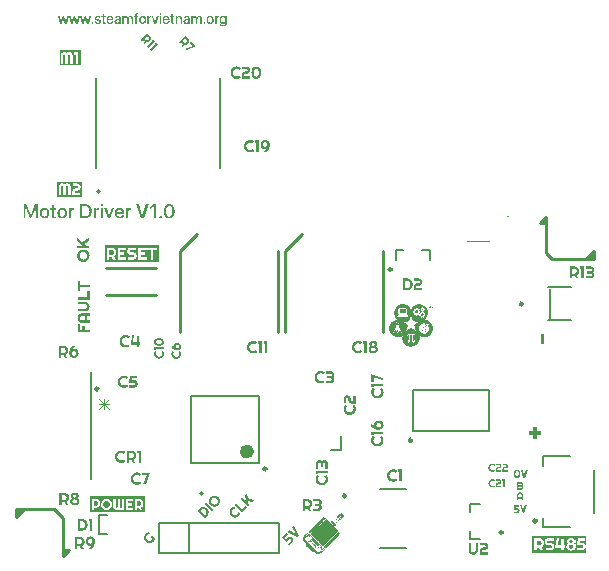
<source format=gbr>
%TF.GenerationSoftware,Altium Limited,Altium Designer,24.1.2 (44)*%
G04 Layer_Color=65535*
%FSLAX45Y45*%
%MOMM*%
%TF.SameCoordinates,21A1AB76-749C-4ABA-85A5-5522D30AEDF9*%
%TF.FilePolarity,Positive*%
%TF.FileFunction,Legend,Top*%
%TF.Part,Single*%
G01*
G75*
%TA.AperFunction,NonConductor*%
%ADD63C,0.20000*%
%ADD64C,0.25000*%
%ADD65C,0.10000*%
%ADD66C,0.30000*%
%ADD67C,0.60000*%
%ADD68C,0.25400*%
%ADD69C,0.12700*%
%ADD70C,0.07620*%
G36*
X5898248Y4734904D02*
X5900885Y4734905D01*
Y4734465D01*
X5903521Y4734465D01*
Y4734026D01*
X5905719D01*
Y4733586D01*
X5907477D01*
X5907476Y4733147D01*
X5909235Y4733147D01*
X5909234Y4732707D01*
X5910992D01*
Y4732268D01*
X5912311D01*
Y4731829D01*
X5913629D01*
Y4731389D01*
X5914947Y4731389D01*
Y4730949D01*
X5916266D01*
X5916265Y4730510D01*
X5917144D01*
Y4730071D01*
X5918023D01*
Y4729631D01*
X5919342D01*
Y4729192D01*
X5920221Y4729192D01*
Y4728752D01*
X5921100D01*
X5921100Y4728313D01*
X5922418Y4728313D01*
Y4727873D01*
X5922858D01*
X5922857Y4727434D01*
X5923736D01*
X5923737Y4726994D01*
X5924615D01*
Y4726555D01*
X5925494Y4726555D01*
Y4726116D01*
X5926373D01*
Y4725676D01*
X5927252D01*
Y4725237D01*
X5927691D01*
Y4724797D01*
X5928570D01*
Y4724358D01*
X5929010D01*
Y4723918D01*
X5929889D01*
X5929888Y4723479D01*
X5930767D01*
Y4723040D01*
X5931207D01*
Y4722600D01*
X5931647D01*
Y4722160D01*
X5932526D01*
X5932525Y4721721D01*
X5932965D01*
Y4721281D01*
X5933844D01*
Y4720842D01*
X5934283D01*
X5934283Y4720403D01*
X5934723D01*
Y4719963D01*
X5935162D01*
X5935162Y4719524D01*
X5936041D01*
Y4719084D01*
X5936480D01*
Y4718645D01*
X5936920D01*
X5936920Y4718205D01*
X5937359D01*
Y4717766D01*
X5937799D01*
Y4717326D01*
X5938239D01*
X5938238Y4716887D01*
X5939117D01*
X5939117Y4716008D01*
X5939996Y4716008D01*
Y4715569D01*
X5940435D01*
X5940436Y4715129D01*
X5940875D01*
Y4714690D01*
X5941315D01*
Y4714250D01*
X5941754Y4714250D01*
X5941754Y4713371D01*
X5942633Y4713371D01*
Y4712492D01*
X5943072D01*
X5943072Y4712053D01*
X5943512Y4712053D01*
Y4711614D01*
X5943951D01*
Y4711174D01*
X5944390D01*
Y4710735D01*
X5944830D01*
Y4710295D01*
X5945270D01*
Y4709856D01*
X5945709D01*
X5945709Y4708977D01*
X5946148D01*
X5946149Y4708538D01*
X5946588Y4708537D01*
Y4708098D01*
X5947027D01*
Y4707658D01*
X5947467D01*
Y4706780D01*
X5947906D01*
Y4706340D01*
X5948346D01*
Y4705901D01*
X5948785D01*
X5948785Y4705022D01*
X5949225D01*
X5949225Y4704143D01*
X5949664D01*
X5949664Y4703703D01*
X5950103D01*
Y4702824D01*
X5950543D01*
Y4702385D01*
X5950982D01*
Y4701506D01*
X5951422D01*
Y4700627D01*
X5951861D01*
Y4700188D01*
X5952301D01*
X5952301Y4698869D01*
X5952740D01*
Y4698430D01*
X5953180Y4698430D01*
Y4697551D01*
X5953619D01*
Y4696672D01*
X5954058D01*
Y4695793D01*
X5954498D01*
X5954498Y4694915D01*
X5954938D01*
X5954938Y4694035D01*
X5955377D01*
Y4693156D01*
X5955816D01*
Y4692278D01*
X5956256D01*
Y4690959D01*
X5956695Y4690959D01*
Y4689641D01*
X5957135D01*
X5957135Y4688762D01*
X5957574Y4688762D01*
X5957574Y4687444D01*
X5958013D01*
X5958014Y4685686D01*
X5958453D01*
Y4684807D01*
X5959332D01*
Y4686126D01*
X5959772D01*
X5959771Y4687443D01*
X5960211Y4687444D01*
Y4689201D01*
X5960650Y4689201D01*
Y4690520D01*
X5961090D01*
Y4691838D01*
X5961529D01*
Y4692717D01*
X5961969Y4692717D01*
Y4693596D01*
X5962408Y4693596D01*
Y4694475D01*
X5962848D01*
Y4695793D01*
X5963287D01*
Y4696672D01*
X5963726D01*
Y4697551D01*
X5964166Y4697551D01*
Y4697990D01*
X5964605Y4697991D01*
Y4698869D01*
X5965045D01*
Y4699748D01*
X5965484Y4699748D01*
Y4700188D01*
X5965924D01*
X5965924Y4700627D01*
X5966363D01*
Y4701506D01*
X5966803Y4701506D01*
Y4701946D01*
X5967242D01*
Y4702824D01*
X5967681D01*
Y4703264D01*
X5968121D01*
X5968121Y4703703D01*
X5968561D01*
Y4704582D01*
X5969000D01*
Y4705022D01*
X5969439D01*
X5969439Y4705461D01*
X5969879D01*
Y4705901D01*
X5970318Y4705901D01*
Y4706340D01*
X5970758D01*
Y4706780D01*
X5971197D01*
Y4707219D01*
X5971637D01*
Y4708098D01*
X5972076D01*
X5972077Y4708537D01*
X5972516D01*
Y4708977D01*
X5972955D01*
Y4709416D01*
X5973394D01*
Y4709855D01*
X5973834Y4709856D01*
Y4710295D01*
X5974273D01*
X5974274Y4710735D01*
X5974713D01*
Y4711174D01*
X5975152D01*
Y4711614D01*
X5975592D01*
Y4712053D01*
X5976031D01*
Y4712492D01*
X5976471Y4712492D01*
Y4712932D01*
X5976910D01*
X5976911Y4713371D01*
X5977789D01*
X5977789Y4713811D01*
X5978228D01*
Y4714250D01*
X5978668D01*
Y4714690D01*
X5979107D01*
Y4715129D01*
X5979547D01*
Y4715569D01*
X5979986D01*
Y4716008D01*
X5980425D01*
X5980426Y4716448D01*
X5981305D01*
Y4716887D01*
X5981744D01*
Y4717326D01*
X5982184D01*
Y4717766D01*
X5982623D01*
Y4718205D01*
X5983502D01*
Y4718645D01*
X5983941Y4718645D01*
Y4719084D01*
X5984381D01*
Y4719523D01*
X5984820Y4719524D01*
Y4719963D01*
X5985699Y4719963D01*
X5985699Y4720403D01*
X5986139D01*
Y4720842D01*
X5987017Y4720842D01*
Y4721281D01*
X5987457D01*
Y4721721D01*
X5988336D01*
X5988335Y4722160D01*
X5988775D01*
X5988775Y4722600D01*
X5989654D01*
Y4723040D01*
X5990533Y4723039D01*
Y4723478D01*
X5990973Y4723479D01*
Y4723918D01*
X5991852D01*
X5991852Y4724358D01*
X5992730D01*
X5992730Y4724797D01*
X5993609D01*
Y4725237D01*
X5994488D01*
Y4725676D01*
X5995807Y4725676D01*
Y4726116D01*
X5996685D01*
Y4726555D01*
X5998004D01*
Y4726994D01*
X5998883D01*
X5998883Y4727434D01*
X6000201D01*
Y4727873D01*
X6001080Y4727873D01*
Y4728313D01*
X6002398Y4728313D01*
Y4728752D01*
X6003277Y4728752D01*
Y4729192D01*
X6004596D01*
X6004596Y4729631D01*
X6005914D01*
Y4730071D01*
X6007232D01*
Y4730510D01*
X6008990Y4730510D01*
X6008990Y4730949D01*
X6009869D01*
Y4731389D01*
X6011187D01*
Y4731829D01*
X6012945Y4731828D01*
Y4732268D01*
X6014703Y4732268D01*
Y4732707D01*
X6016900D01*
X6016900Y4733147D01*
X6019976D01*
X6019977Y4733586D01*
X6024810D01*
X6024811Y4734026D01*
X6032281Y4734026D01*
Y4733586D01*
X6037555D01*
Y4733146D01*
X6040631Y4733147D01*
Y4732707D01*
X6043268D01*
Y4732268D01*
X6045025D01*
Y4731828D01*
X6046783D01*
Y4731389D01*
X6048101D01*
Y4730949D01*
X6049420D01*
Y4730510D01*
X6050738D01*
Y4730071D01*
X6052056D01*
Y4729631D01*
X6053375D01*
X6053375Y4729192D01*
X6054254D01*
Y4728752D01*
X6055572D01*
X6055572Y4728313D01*
X6056451D01*
Y4727873D01*
X6057330D01*
Y4727434D01*
X6058209D01*
Y4726994D01*
X6059088D01*
Y4726555D01*
X6060406D01*
Y4726116D01*
X6060846D01*
X6060846Y4725676D01*
X6061724Y4725676D01*
X6061724Y4725237D01*
X6063043D01*
Y4724797D01*
X6063922D01*
Y4724358D01*
X6064361D01*
X6064361Y4723918D01*
X6065240D01*
Y4723478D01*
X6066119Y4723479D01*
Y4723040D01*
X6066559D01*
Y4722600D01*
X6067437D01*
X6067437Y4722160D01*
X6068316D01*
Y4721721D01*
X6069195D01*
Y4721281D01*
X6069635D01*
X6069634Y4720842D01*
X6070514D01*
Y4720403D01*
X6070953Y4720403D01*
Y4719963D01*
X6071832D01*
X6071832Y4719524D01*
X6072271Y4719524D01*
Y4719084D01*
X6073150D01*
X6073151Y4718645D01*
X6073590D01*
Y4718206D01*
X6074029Y4718205D01*
Y4717766D01*
X6074908D01*
Y4717326D01*
X6075348Y4717326D01*
X6075347Y4716887D01*
X6075787D01*
X6075787Y4716448D01*
X6076666D01*
X6076666Y4716008D01*
X6077105Y4716008D01*
Y4715569D01*
X6077545D01*
Y4715129D01*
X6077984Y4715129D01*
Y4714690D01*
X6078863Y4714689D01*
Y4714250D01*
X6079303D01*
Y4713811D01*
X6079742D01*
Y4713371D01*
X6080182D01*
Y4712932D01*
X6080621D01*
Y4712492D01*
X6081060Y4712492D01*
Y4712053D01*
X6081500D01*
X6081500Y4711614D01*
X6081939D01*
Y4711174D01*
X6082818D01*
Y4710735D01*
X6083258D01*
Y4710295D01*
X6083697D01*
Y4709856D01*
X6084136D01*
X6084137Y4709416D01*
X6084576D01*
Y4708977D01*
X6085016Y4708977D01*
Y4708537D01*
X6085455D01*
Y4707658D01*
X6085894D01*
Y4707219D01*
X6086334D01*
Y4706780D01*
X6086773D01*
Y4706340D01*
X6087213D01*
X6087213Y4705901D01*
X6087652D01*
Y4705461D01*
X6088092D01*
Y4705022D01*
X6088531Y4705022D01*
Y4704143D01*
X6088971Y4704143D01*
Y4703703D01*
X6089410D01*
X6089410Y4703264D01*
X6089849D01*
Y4702824D01*
X6090289D01*
X6090289Y4702385D01*
X6090728D01*
X6090728Y4701506D01*
X6091168Y4701506D01*
Y4701066D01*
X6091607D01*
Y4700188D01*
X6092047D01*
Y4699748D01*
X6092486D01*
X6092486Y4699309D01*
X6092926D01*
Y4698430D01*
X6093365D01*
Y4697991D01*
X6093805D01*
Y4697112D01*
X6094244D01*
X6094244Y4696672D01*
X6094684D01*
Y4695793D01*
X6095123D01*
X6095123Y4695354D01*
X6095562D01*
Y4694475D01*
X6096002D01*
Y4693596D01*
X6096441D01*
Y4692717D01*
X6096881D01*
Y4691838D01*
X6097320D01*
Y4690959D01*
X6097760D01*
Y4690080D01*
X6098199Y4690080D01*
Y4689201D01*
X6098639Y4689201D01*
Y4687883D01*
X6099078D01*
Y4687004D01*
X6099517Y4687004D01*
Y4686126D01*
X6099957D01*
X6099957Y4684807D01*
X6100396D01*
Y4683049D01*
X6100836D01*
X6100836Y4681731D01*
X6101275D01*
Y4679973D01*
X6101715D01*
Y4678215D01*
X6102154Y4678215D01*
Y4676457D01*
X6102594D01*
Y4673820D01*
X6103033D01*
X6103033Y4671184D01*
X6103472D01*
Y4665032D01*
X6103912D01*
X6103913Y4660637D01*
X6103473D01*
X6103472Y4654924D01*
X6103033D01*
Y4651409D01*
X6102594D01*
X6102594Y4649211D01*
X6102154D01*
Y4647014D01*
X6101715Y4647014D01*
Y4645256D01*
X6101275Y4645256D01*
Y4643938D01*
X6100836D01*
Y4641741D01*
X6100396Y4641741D01*
Y4640862D01*
X6099957D01*
Y4639543D01*
X6099517D01*
Y4637785D01*
X6099078D01*
Y4636907D01*
X6098639D01*
Y4636028D01*
X6098199D01*
X6098199Y4634709D01*
X6097760D01*
Y4633830D01*
X6097320Y4633830D01*
Y4632951D01*
X6096881Y4632952D01*
Y4632073D01*
X6096441D01*
Y4631193D01*
X6096002D01*
Y4630315D01*
X6095562D01*
Y4629436D01*
X6095123D01*
X6095123Y4628557D01*
X6094684D01*
Y4627678D01*
X6094244Y4627678D01*
Y4626799D01*
X6093805D01*
Y4625920D01*
X6093365Y4625920D01*
Y4625041D01*
X6092926D01*
X6092925Y4624602D01*
X6092486D01*
X6092487Y4623723D01*
X6092047D01*
Y4623283D01*
X6091607D01*
Y4622404D01*
X6091168D01*
Y4621965D01*
X6090728Y4621965D01*
Y4621086D01*
X6090289D01*
Y4620647D01*
X6089849D01*
X6089849Y4619768D01*
X6089410D01*
X6089410Y4619328D01*
X6088971D01*
Y4618889D01*
X6088531D01*
Y4618450D01*
X6088092Y4618449D01*
Y4617570D01*
X6087652Y4617571D01*
X6087652Y4617131D01*
X6087213D01*
X6087213Y4616692D01*
X6086773D01*
Y4616252D01*
X6086334D01*
X6086334Y4615813D01*
X6085894D01*
Y4614934D01*
X6085455Y4614934D01*
Y4614494D01*
X6085016D01*
Y4614055D01*
X6084576D01*
Y4613616D01*
X6084137Y4613616D01*
Y4613176D01*
X6083697D01*
Y4612737D01*
X6083258D01*
Y4612297D01*
X6082818D01*
Y4611858D01*
X6082379D01*
Y4611418D01*
X6081500D01*
X6081500Y4610539D01*
X6081060D01*
Y4610100D01*
X6080621Y4610100D01*
Y4609661D01*
X6079742D01*
Y4609221D01*
X6079303D01*
Y4608781D01*
X6078863Y4608781D01*
X6078863Y4608342D01*
X6078423D01*
X6078424Y4607902D01*
X6077984Y4607903D01*
X6077985Y4607463D01*
X6077545D01*
Y4607024D01*
X6077105D01*
Y4606584D01*
X6076666Y4606584D01*
Y4606145D01*
X6075787D01*
Y4605706D01*
X6075348Y4605705D01*
X6075347Y4605266D01*
X6074908D01*
Y4604827D01*
X6074029Y4604826D01*
Y4604387D01*
X6073590D01*
Y4603948D01*
X6073151D01*
X6073150Y4603069D01*
X6073590D01*
Y4603508D01*
X6080621D01*
Y4603069D01*
X6081060D01*
Y4603508D01*
X6081500D01*
X6081500Y4603069D01*
X6084137D01*
Y4602629D01*
X6086334D01*
X6086334Y4602190D01*
X6088092D01*
Y4601750D01*
X6089849D01*
X6089849Y4601311D01*
X6090728D01*
X6090728Y4600871D01*
X6092486D01*
X6092486Y4600432D01*
X6093365Y4600432D01*
Y4599993D01*
X6094684D01*
Y4599553D01*
X6095562D01*
X6095562Y4599113D01*
X6096881D01*
Y4598674D01*
X6097760Y4598674D01*
Y4598235D01*
X6099078D01*
Y4597795D01*
X6099957Y4597795D01*
Y4597356D01*
X6100396D01*
Y4596916D01*
X6101715D01*
Y4596477D01*
X6102594Y4596477D01*
Y4596038D01*
X6103033Y4596037D01*
Y4595598D01*
X6103912D01*
X6103913Y4595158D01*
X6104791D01*
X6104791Y4594719D01*
X6105670D01*
Y4594279D01*
X6106549Y4594280D01*
X6106548Y4593840D01*
X6107428D01*
Y4593401D01*
X6107867D01*
Y4592961D01*
X6108746Y4592961D01*
Y4592522D01*
X6109185D01*
X6109185Y4592082D01*
X6110064D01*
Y4591643D01*
X6110943Y4591643D01*
Y4591204D01*
X6111383D01*
Y4590764D01*
X6112262D01*
X6112262Y4590325D01*
X6112701D01*
Y4589885D01*
X6113580D01*
Y4589445D01*
X6114020D01*
Y4589006D01*
X6114898Y4589006D01*
Y4588567D01*
X6115338D01*
X6115338Y4588127D01*
X6115777D01*
Y4587688D01*
X6116656Y4587688D01*
Y4587248D01*
X6117096D01*
X6117096Y4586809D01*
X6117535Y4586809D01*
Y4586370D01*
X6117974D01*
Y4585930D01*
X6118853D01*
Y4585490D01*
X6119293Y4585490D01*
Y4585051D01*
X6119732D01*
Y4584612D01*
X6120172D01*
Y4584172D01*
X6120611D01*
X6120611Y4583733D01*
X6121051D01*
Y4582854D01*
X6121490Y4582854D01*
Y4582414D01*
X6121930D01*
Y4581975D01*
X6122369D01*
Y4581535D01*
X6122808Y4581535D01*
Y4581096D01*
X6123248D01*
Y4580656D01*
X6123687Y4580657D01*
X6123687Y4580217D01*
X6124127D01*
X6124127Y4579338D01*
X6124566D01*
Y4578899D01*
X6125006Y4578898D01*
Y4578459D01*
X6125445D01*
X6125445Y4578020D01*
X6125885Y4578020D01*
Y4577580D01*
X6126324D01*
X6126324Y4576702D01*
X6126763Y4576702D01*
Y4576262D01*
X6127203D01*
Y4575822D01*
X6127643D01*
Y4574944D01*
X6128082Y4574944D01*
Y4574504D01*
X6128521D01*
X6128522Y4574065D01*
X6128961Y4574065D01*
X6128961Y4573186D01*
X6129400D01*
Y4572747D01*
X6129840D01*
Y4572307D01*
X6130279D01*
Y4571428D01*
X6130719D01*
Y4570989D01*
X6131158D01*
Y4570549D01*
X6131598D01*
X6131598Y4569670D01*
X6132037D01*
X6132037Y4569231D01*
X6132476D01*
Y4568352D01*
X6132916Y4568352D01*
Y4567912D01*
X6133355D01*
Y4567033D01*
X6133795Y4567034D01*
Y4566594D01*
X6134234D01*
Y4566154D01*
X6134674Y4566155D01*
X6134674Y4565276D01*
X6135113D01*
X6135113Y4564397D01*
X6135552D01*
X6135553Y4563957D01*
X6135992D01*
Y4563079D01*
X6136431Y4563079D01*
Y4562199D01*
X6136871D01*
Y4561321D01*
X6137310D01*
Y4560881D01*
X6137750D01*
Y4560002D01*
X6138189D01*
Y4559123D01*
X6138629D01*
Y4558244D01*
X6139068Y4558244D01*
Y4556926D01*
X6139508D01*
Y4556047D01*
X6139947Y4556047D01*
X6139947Y4555168D01*
X6140387D01*
Y4553850D01*
X6140826D01*
Y4552531D01*
X6141266Y4552532D01*
Y4551653D01*
X6141705Y4551653D01*
Y4549895D01*
X6142144D01*
Y4548576D01*
X6142584D01*
Y4546819D01*
X6143023D01*
X6143023Y4544621D01*
X6143463Y4544621D01*
Y4541985D01*
X6143902D01*
X6143902Y4538030D01*
X6144342D01*
Y4522209D01*
X6143902D01*
Y4517814D01*
X6143463Y4517815D01*
Y4515618D01*
X6143023Y4515617D01*
Y4512981D01*
X6142584D01*
Y4511223D01*
X6142144D01*
Y4509465D01*
X6141705D01*
Y4507707D01*
X6141266Y4507707D01*
Y4505950D01*
X6140826D01*
Y4505071D01*
X6140387D01*
Y4503752D01*
X6139947D01*
X6139947Y4502434D01*
X6139508Y4502434D01*
X6139508Y4501116D01*
X6139068D01*
Y4499797D01*
X6138629D01*
Y4498479D01*
X6138189D01*
Y4497600D01*
X6137750D01*
Y4496282D01*
X6137310D01*
X6137310Y4495403D01*
X6136871Y4495403D01*
X6136871Y4494524D01*
X6136431D01*
Y4493645D01*
X6135992D01*
Y4492327D01*
X6135553D01*
Y4491448D01*
X6135113D01*
Y4490569D01*
X6134674Y4490568D01*
Y4489690D01*
X6134234D01*
Y4488811D01*
X6133795D01*
Y4488372D01*
X6133355Y4488371D01*
Y4487492D01*
X6132916D01*
Y4487053D01*
X6132476D01*
Y4486174D01*
X6132037D01*
X6132037Y4485295D01*
X6131598D01*
Y4484856D01*
X6131158Y4484856D01*
X6131158Y4483977D01*
X6130719D01*
Y4483537D01*
X6130279D01*
Y4482659D01*
X6129840D01*
Y4482219D01*
X6129400D01*
Y4481780D01*
X6128961Y4481780D01*
Y4480901D01*
X6128521D01*
Y4480461D01*
X6128082D01*
Y4480022D01*
X6127643D01*
Y4479582D01*
X6127203D01*
Y4479143D01*
X6126763D01*
Y4478264D01*
X6126324D01*
Y4477824D01*
X6125884D01*
X6125885Y4477385D01*
X6125445D01*
X6125445Y4476946D01*
X6125006D01*
Y4476506D01*
X6124566Y4476506D01*
Y4476066D01*
X6124127Y4476067D01*
X6124127Y4475627D01*
X6123687D01*
X6123687Y4475188D01*
X6123248D01*
X6123248Y4474309D01*
X6122369D01*
Y4473430D01*
X6121490D01*
Y4472551D01*
X6120611D01*
X6120611Y4472112D01*
X6120171D01*
X6120172Y4471672D01*
X6119732D01*
Y4471233D01*
X6119293D01*
Y4470793D01*
X6118853Y4470793D01*
Y4470354D01*
X6117975Y4470354D01*
Y4469914D01*
X6117535D01*
Y4469475D01*
X6117096D01*
Y4469036D01*
X6116656D01*
Y4468596D01*
X6115777Y4468596D01*
Y4468157D01*
X6115338D01*
Y4467717D01*
X6114899D01*
X6114898Y4467278D01*
X6114020D01*
X6114020Y4466838D01*
X6113580D01*
X6113580Y4466399D01*
X6112701D01*
Y4465959D01*
X6112261Y4465959D01*
X6112262Y4465520D01*
X6111383D01*
Y4465080D01*
X6110943D01*
Y4464641D01*
X6110064Y4464641D01*
Y4464201D01*
X6109185D01*
X6109185Y4463762D01*
X6108746D01*
X6108746Y4463323D01*
X6107867D01*
Y4462883D01*
X6106549Y4462883D01*
Y4462444D01*
X6106109D01*
X6106109Y4462004D01*
X6104791Y4462005D01*
Y4461565D01*
X6103912D01*
X6103912Y4461125D01*
X6103033D01*
Y4460686D01*
X6102154Y4460686D01*
Y4460246D01*
X6100836D01*
Y4459807D01*
X6099957Y4459807D01*
Y4459368D01*
X6098639Y4459368D01*
Y4458928D01*
X6097320D01*
Y4458489D01*
X6096002Y4458489D01*
Y4458049D01*
X6094684D01*
Y4457610D01*
X6092926D01*
Y4457170D01*
X6091607D01*
Y4456731D01*
X6089410Y4456731D01*
X6089410Y4456291D01*
X6087213Y4456291D01*
X6087213Y4455852D01*
X6084576D01*
Y4455412D01*
X6079742D01*
Y4454973D01*
X6070074D01*
Y4455412D01*
X6064801D01*
X6064800Y4455852D01*
X6061725D01*
X6061724Y4456291D01*
X6059527Y4456291D01*
Y4456731D01*
X6057330Y4456731D01*
Y4457170D01*
X6055572D01*
Y4457610D01*
X6054254Y4457610D01*
Y4458049D01*
X6052936D01*
Y4458489D01*
X6051617Y4458489D01*
Y4458928D01*
X6050299D01*
Y4459368D01*
X6048980Y4459368D01*
Y4459807D01*
X6048101Y4459807D01*
Y4460246D01*
X6046783D01*
Y4460686D01*
X6045904Y4460686D01*
Y4461125D01*
X6045025Y4461125D01*
Y4461565D01*
X6044146D01*
Y4462004D01*
X6043268Y4462005D01*
Y4462444D01*
X6042388D01*
Y4462883D01*
X6041510Y4462883D01*
X6041510Y4463323D01*
X6040631D01*
Y4463762D01*
X6039752D01*
Y4464201D01*
X6039312D01*
Y4464641D01*
X6038433D01*
Y4465080D01*
X6037555D01*
Y4465520D01*
X6037115D01*
X6037115Y4465959D01*
X6036236Y4465959D01*
Y4466399D01*
X6035357D01*
Y4466838D01*
X6034918Y4466838D01*
Y4467278D01*
X6034039D01*
X6034039Y4467717D01*
X6033600D01*
Y4468157D01*
X6032721Y4468157D01*
Y4468596D01*
X6032281D01*
Y4469036D01*
X6031402D01*
Y4467717D01*
X6031842D01*
Y4466399D01*
X6032281D01*
Y4465080D01*
X6032721D01*
Y4463762D01*
X6033160D01*
Y4462005D01*
X6033600D01*
X6033599Y4460686D01*
X6034039D01*
X6034039Y4458489D01*
X6034478Y4458489D01*
Y4454094D01*
X6034918D01*
Y4446184D01*
X6034478D01*
Y4441789D01*
X6034039D01*
X6034039Y4438713D01*
X6033599D01*
X6033600Y4436516D01*
X6033160Y4436516D01*
Y4433879D01*
X6032721Y4433879D01*
Y4432122D01*
X6032281D01*
Y4430364D01*
X6031842D01*
Y4428606D01*
X6031402Y4428606D01*
Y4427288D01*
X6030963D01*
Y4425529D01*
X6030523Y4425530D01*
Y4424211D01*
X6030084Y4424211D01*
Y4423332D01*
X6029645D01*
Y4422014D01*
X6029205D01*
Y4421135D01*
X6028765D01*
Y4419817D01*
X6028326D01*
Y4418938D01*
X6027886D01*
X6027887Y4418059D01*
X6027447Y4418059D01*
Y4417180D01*
X6027008D01*
Y4416301D01*
X6026568Y4416301D01*
Y4415422D01*
X6026129Y4415422D01*
X6026129Y4414983D01*
X6025689Y4414983D01*
Y4414104D01*
X6025250D01*
Y4413665D01*
X6024810D01*
X6024810Y4412785D01*
X6024371D01*
Y4411906D01*
X6023932Y4411907D01*
Y4411467D01*
X6023492D01*
Y4411028D01*
X6023053D01*
X6023052Y4410149D01*
X6022613D01*
X6022613Y4409270D01*
X6022174D01*
Y4408831D01*
X6021734Y4408830D01*
X6021734Y4407952D01*
X6021295D01*
Y4407512D01*
X6020855D01*
Y4407072D01*
X6020416Y4407073D01*
Y4406194D01*
X6019977Y4406194D01*
Y4405754D01*
X6019537Y4405754D01*
Y4404875D01*
X6019098D01*
Y4404436D01*
X6018658D01*
Y4403997D01*
X6018219D01*
Y4403557D01*
X6017779D01*
Y4402678D01*
X6017340D01*
Y4402239D01*
X6016900D01*
X6016901Y4401360D01*
X6016461Y4401360D01*
Y4400920D01*
X6016021D01*
Y4400481D01*
X6015582Y4400481D01*
Y4400041D01*
X6015142D01*
Y4399162D01*
X6014703Y4399162D01*
X6014703Y4398723D01*
X6014264D01*
Y4398283D01*
X6013824Y4398284D01*
X6013824Y4397844D01*
X6013385D01*
Y4397405D01*
X6012945D01*
X6012946Y4396966D01*
X6012506D01*
Y4396086D01*
X6012066D01*
Y4395647D01*
X6011627Y4395647D01*
Y4395207D01*
X6011188D01*
X6011187Y4394768D01*
X6010309D01*
Y4393889D01*
X6009430D01*
Y4393010D01*
X6008550Y4393010D01*
X6008551Y4392571D01*
X6008111D01*
X6008111Y4392131D01*
X6007672D01*
X6007672Y4391692D01*
X6007232D01*
Y4391252D01*
X6006793D01*
Y4390813D01*
X6006353Y4390813D01*
X6006353Y4390373D01*
X6005475D01*
X6005474Y4389934D01*
X6005035D01*
Y4389494D01*
X6004596D01*
Y4389055D01*
X6003717Y4389055D01*
Y4388616D01*
X6003277D01*
Y4388176D01*
X6002838D01*
X6002838Y4387737D01*
X6001959D01*
Y4387297D01*
X6001519Y4387297D01*
Y4386858D01*
X6000641Y4386858D01*
Y4386418D01*
X6000201Y4386418D01*
Y4385979D01*
X5999322Y4385979D01*
Y4385539D01*
X5998883D01*
Y4385100D01*
X5998004D01*
Y4384661D01*
X5997125D01*
X5997125Y4384221D01*
X5996685Y4384221D01*
Y4383782D01*
X5995807D01*
Y4383343D01*
X5994928D01*
Y4382903D01*
X5994049D01*
X5994049Y4382463D01*
X5993170D01*
Y4382023D01*
X5992291Y4382024D01*
Y4381585D01*
X5990973Y4381584D01*
Y4381145D01*
X5990094Y4381145D01*
Y4380705D01*
X5989215Y4380706D01*
Y4380266D01*
X5987896D01*
Y4379827D01*
X5986578D01*
Y4379387D01*
X5985260D01*
X5985260Y4378948D01*
X5983941D01*
Y4378508D01*
X5982623Y4378508D01*
X5982623Y4378069D01*
X5980865D01*
Y4377629D01*
X5979547D01*
X5979547Y4377190D01*
X5977349Y4377190D01*
X5977349Y4376750D01*
X5975152D01*
Y4376311D01*
X5972955D01*
Y4375871D01*
X5969439Y4375871D01*
X5969439Y4375432D01*
X5965484D01*
Y4374992D01*
X5965045Y4374993D01*
Y4375432D01*
X5964605D01*
Y4374993D01*
X5951861Y4374992D01*
Y4375432D01*
X5947467D01*
Y4375871D01*
X5943511Y4375871D01*
X5943512Y4376311D01*
X5941315D01*
Y4376750D01*
X5939117D01*
Y4377190D01*
X5937799D01*
Y4377629D01*
X5936480D01*
Y4378069D01*
X5934723D01*
Y4378508D01*
X5933404Y4378508D01*
Y4378948D01*
X5932086D01*
X5932086Y4379387D01*
X5930767D01*
Y4379827D01*
X5929449D01*
Y4380266D01*
X5928570D01*
Y4380705D01*
X5927252Y4380706D01*
Y4381145D01*
X5926813D01*
Y4381585D01*
X5925934Y4381584D01*
X5925934Y4382024D01*
X5925055D01*
Y4382463D01*
X5924176D01*
Y4382903D01*
X5923297Y4382903D01*
Y4383343D01*
X5922418Y4383342D01*
Y4383781D01*
X5921539Y4383782D01*
X5921539Y4384221D01*
X5920660D01*
Y4384661D01*
X5920221Y4384660D01*
Y4385100D01*
X5919342D01*
X5919341Y4385539D01*
X5918463D01*
Y4385979D01*
X5918023Y4385979D01*
Y4386418D01*
X5917584D01*
Y4386858D01*
X5916705Y4386858D01*
Y4387297D01*
X5916266D01*
Y4387737D01*
X5915387D01*
X5915387Y4388176D01*
X5914948D01*
X5914947Y4388616D01*
X5914068D01*
Y4389055D01*
X5913629D01*
Y4389494D01*
X5913189Y4389494D01*
Y4389934D01*
X5912750Y4389934D01*
X5912750Y4390373D01*
X5912311D01*
X5912311Y4390813D01*
X5911432D01*
Y4391692D01*
X5910553Y4391692D01*
Y4392131D01*
X5910113D01*
X5910113Y4392571D01*
X5909674D01*
X5909674Y4393010D01*
X5909234D01*
Y4393450D01*
X5908795D01*
Y4393889D01*
X5908355D01*
Y4394329D01*
X5907916D01*
Y4394768D01*
X5907477Y4394768D01*
Y4395207D01*
X5907037D01*
X5907037Y4395647D01*
X5906598D01*
Y4396086D01*
X5906158D01*
Y4396526D01*
X5905719Y4396526D01*
Y4396965D01*
X5905279D01*
Y4397405D01*
X5904840D01*
Y4397844D01*
X5904401Y4397844D01*
X5904400Y4398723D01*
X5903961D01*
X5903961Y4399162D01*
X5903522D01*
X5903521Y4399602D01*
X5903082D01*
Y4400041D01*
X5902643D01*
Y4400920D01*
X5902203D01*
Y4401360D01*
X5901764Y4401360D01*
X5901764Y4401799D01*
X5901324D01*
X5901324Y4402239D01*
X5900885D01*
Y4403117D01*
X5900445D01*
Y4403557D01*
X5900006D01*
Y4404436D01*
X5899566Y4404436D01*
Y4404875D01*
X5899127D01*
Y4405754D01*
X5898687Y4405754D01*
Y4406194D01*
X5898248D01*
Y4407072D01*
X5897809D01*
Y4407952D01*
X5897369D01*
X5897369Y4408391D01*
X5896930D01*
Y4409270D01*
X5896490D01*
Y4410149D01*
X5896050D01*
X5896051Y4411028D01*
X5895611D01*
Y4411907D01*
X5895172D01*
X5895172Y4412785D01*
X5894732D01*
Y4413665D01*
X5894293D01*
Y4414543D01*
X5893854D01*
Y4415422D01*
X5893414D01*
X5893414Y4416301D01*
X5892974D01*
X5892975Y4417620D01*
X5892535D01*
X5892535Y4418938D01*
X5892096D01*
Y4419817D01*
X5891656D01*
X5891656Y4421575D01*
X5891217D01*
Y4422893D01*
X5890777D01*
X5890777Y4424211D01*
X5890337D01*
X5890338Y4425529D01*
X5889898Y4425530D01*
Y4427727D01*
X5889459Y4427727D01*
X5889459Y4429924D01*
X5889019D01*
Y4432121D01*
X5888580Y4432122D01*
Y4434758D01*
X5888141D01*
Y4439153D01*
X5887701D01*
X5887701Y4449700D01*
X5888141D01*
Y4454094D01*
X5888580Y4454094D01*
Y4457170D01*
X5889019Y4457170D01*
Y4459368D01*
X5889459D01*
Y4461125D01*
X5889899D01*
X5889898Y4462443D01*
X5890338Y4462444D01*
Y4463762D01*
X5890777D01*
Y4465520D01*
X5891217Y4465520D01*
X5891217Y4466838D01*
X5891656D01*
Y4467717D01*
X5890778D01*
X5890777Y4467278D01*
X5890338D01*
X5890337Y4466838D01*
X5889459Y4466838D01*
X5889459Y4466399D01*
X5889019D01*
Y4465959D01*
X5888580Y4465959D01*
Y4465520D01*
X5887701D01*
X5887701Y4465080D01*
X5887262D01*
X5887262Y4464641D01*
X5886822D01*
Y4464202D01*
X5885943Y4464201D01*
Y4463762D01*
X5885504D01*
X5885504Y4463323D01*
X5884626D01*
X5884625Y4462883D01*
X5883746Y4462883D01*
Y4462444D01*
X5882867Y4462443D01*
Y4462004D01*
X5881988D01*
X5881988Y4461565D01*
X5881549D01*
X5881549Y4461125D01*
X5880230D01*
Y4460686D01*
X5879351D01*
X5879351Y4460246D01*
X5878033D01*
Y4459807D01*
X5877154D01*
X5877154Y4459368D01*
X5875836D01*
Y4458928D01*
X5874518D01*
Y4458489D01*
X5873199D01*
X5873199Y4458049D01*
X5871441D01*
Y4457610D01*
X5869244D01*
Y4457170D01*
X5867486Y4457170D01*
Y4456731D01*
X5865289Y4456731D01*
X5865289Y4456291D01*
X5862652D01*
X5862652Y4455852D01*
X5858697D01*
Y4455412D01*
X5852984D01*
X5852984Y4454973D01*
X5847272D01*
Y4455412D01*
X5841998D01*
Y4455852D01*
X5839361Y4455852D01*
Y4456291D01*
X5837164Y4456291D01*
Y4456731D01*
X5835846D01*
Y4457170D01*
X5834088Y4457170D01*
Y4457610D01*
X5832769Y4457610D01*
Y4458049D01*
X5831012D01*
X5831012Y4458489D01*
X5829693D01*
X5829693Y4458928D01*
X5827936D01*
Y4459368D01*
X5826617Y4459368D01*
Y4459807D01*
X5825299D01*
Y4460246D01*
X5823980D01*
Y4460686D01*
X5822662D01*
Y4461125D01*
X5821783Y4461125D01*
Y4461565D01*
X5820465D01*
X5820465Y4462004D01*
X5819146Y4462005D01*
Y4462444D01*
X5818268D01*
Y4462883D01*
X5816949D01*
Y4463323D01*
X5816070Y4463322D01*
Y4463762D01*
X5815191D01*
Y4464201D01*
X5814312D01*
Y4464641D01*
X5813434Y4464641D01*
Y4465080D01*
X5812555D01*
Y4465520D01*
X5811676Y4465520D01*
X5811676Y4465959D01*
X5810797D01*
Y4466399D01*
X5809918D01*
Y4466838D01*
X5809479D01*
X5809479Y4467277D01*
X5809039D01*
Y4467717D01*
X5808160Y4467717D01*
Y4468157D01*
X5807281Y4468157D01*
Y4468596D01*
X5806842Y4468596D01*
X5806842Y4469036D01*
X5805963D01*
Y4469475D01*
X5805523D01*
Y4469914D01*
X5805084D01*
Y4470354D01*
X5804205Y4470354D01*
Y4470793D01*
X5803766Y4470793D01*
Y4471233D01*
X5803326Y4471233D01*
Y4471672D01*
X5802887D01*
Y4472112D01*
X5802008Y4472111D01*
Y4472551D01*
X5801568D01*
Y4472991D01*
X5801129D01*
X5801129Y4473430D01*
X5800689D01*
Y4473870D01*
X5800250Y4473869D01*
Y4474309D01*
X5799811Y4474309D01*
Y4474748D01*
X5799371D01*
Y4475188D01*
X5798932D01*
Y4475627D01*
X5798492D01*
X5798492Y4476067D01*
X5798053D01*
X5798053Y4476506D01*
X5797613D01*
Y4476946D01*
X5797174Y4476945D01*
Y4477385D01*
X5796734D01*
Y4477824D01*
X5796295D01*
Y4478264D01*
X5795855D01*
X5795856Y4478704D01*
X5795416D01*
Y4479143D01*
X5794976D01*
X5794976Y4479582D01*
X5794537Y4479582D01*
Y4480022D01*
X5794098D01*
Y4480461D01*
X5793658Y4480461D01*
Y4481340D01*
X5793219D01*
Y4481780D01*
X5792779D01*
X5792779Y4482219D01*
X5792340D01*
X5792340Y4483098D01*
X5791900D01*
X5791900Y4483537D01*
X5791461D01*
Y4483977D01*
X5791021Y4483977D01*
Y4484416D01*
X5790582Y4484416D01*
Y4485295D01*
X5790143D01*
Y4485734D01*
X5789703Y4485735D01*
X5789704Y4486614D01*
X5789264D01*
X5789264Y4487053D01*
X5788824D01*
X5788824Y4487932D01*
X5788385D01*
Y4488372D01*
X5787945D01*
Y4489251D01*
X5787506Y4489250D01*
Y4490129D01*
X5787066D01*
Y4491008D01*
X5786627D01*
Y4491448D01*
X5786188D01*
Y4492327D01*
X5785748D01*
Y4493205D01*
X5785308D01*
Y4494084D01*
X5784869Y4494084D01*
Y4494963D01*
X5784430D01*
Y4495842D01*
X5783990Y4495842D01*
Y4496282D01*
X5783551Y4496282D01*
X5783551Y4497600D01*
X5783111Y4497600D01*
Y4498479D01*
X5782672D01*
Y4499358D01*
X5782233D01*
Y4500676D01*
X5781793D01*
Y4501115D01*
X5781353D01*
X5781353Y4502434D01*
X5780914Y4502434D01*
X5780914Y4503752D01*
X5780475D01*
Y4505071D01*
X5780035Y4505071D01*
Y4505950D01*
X5779596D01*
Y4507268D01*
X5779156Y4507268D01*
Y4508586D01*
X5778717D01*
X5778717Y4509905D01*
X5778277D01*
X5778277Y4511662D01*
X5777838D01*
X5777838Y4512981D01*
X5777398D01*
Y4514738D01*
X5776959D01*
Y4516496D01*
X5776520Y4516496D01*
Y4519133D01*
X5776080D01*
Y4521330D01*
X5775641Y4521330D01*
X5775640Y4524406D01*
X5775201D01*
Y4539787D01*
X5775640D01*
Y4543303D01*
X5776080D01*
Y4545940D01*
X5776519Y4545940D01*
X5776520Y4547698D01*
X5776959D01*
Y4549455D01*
X5777398D01*
Y4550774D01*
X5777838D01*
Y4552532D01*
X5778277D01*
X5778277Y4553411D01*
X5778717D01*
X5778717Y4554729D01*
X5779156Y4554729D01*
Y4556047D01*
X5779596Y4556047D01*
Y4556926D01*
X5780035D01*
Y4558244D01*
X5780475D01*
X5780475Y4559123D01*
X5780914D01*
Y4560002D01*
X5781353D01*
Y4560881D01*
X5781793Y4560881D01*
X5781793Y4561760D01*
X5782232D01*
X5782233Y4563079D01*
X5782672D01*
Y4563518D01*
X5783111D01*
X5783112Y4564397D01*
X5783551D01*
X5783551Y4565276D01*
X5783990D01*
X5783990Y4566155D01*
X5784430Y4566154D01*
Y4567034D01*
X5784869D01*
Y4567473D01*
X5785308D01*
Y4568352D01*
X5785748D01*
Y4568791D01*
X5786188Y4568791D01*
Y4569670D01*
X5786627D01*
X5786627Y4570110D01*
X5787066D01*
Y4570989D01*
X5787506D01*
Y4571428D01*
X5787945Y4571428D01*
Y4572307D01*
X5788385D01*
Y4572747D01*
X5788824D01*
Y4573186D01*
X5789264D01*
Y4573625D01*
X5789703D01*
X5789703Y4574504D01*
X5790143D01*
Y4574944D01*
X5790582Y4574944D01*
X5790582Y4575383D01*
X5791021Y4575383D01*
Y4575822D01*
X5791461D01*
Y4576262D01*
X5791900D01*
X5791900Y4577141D01*
X5792340D01*
X5792340Y4577580D01*
X5792779Y4577581D01*
Y4578020D01*
X5793219D01*
X5793219Y4578459D01*
X5793658D01*
Y4578899D01*
X5794098Y4578899D01*
Y4579338D01*
X5794537D01*
Y4579778D01*
X5794976D01*
X5794976Y4580217D01*
X5795416D01*
X5795416Y4580657D01*
X5795855D01*
X5795856Y4581096D01*
X5796295D01*
Y4581535D01*
X5796734Y4581536D01*
Y4581975D01*
X5797613D01*
Y4582854D01*
X5798492Y4582854D01*
Y4583293D01*
X5798932D01*
Y4583733D01*
X5799371D01*
X5799371Y4584172D01*
X5799811Y4584172D01*
Y4584612D01*
X5800250D01*
Y4585051D01*
X5801129Y4585051D01*
Y4585490D01*
X5801568D01*
Y4585930D01*
X5802008D01*
Y4586370D01*
X5802887D01*
Y4586809D01*
X5803326D01*
X5803326Y4587248D01*
X5803766D01*
Y4587688D01*
X5804644D01*
X5804644Y4588127D01*
X5805084Y4588127D01*
Y4588567D01*
X5805963Y4588567D01*
Y4589006D01*
X5806402D01*
X5806402Y4589445D01*
X5807281D01*
Y4589885D01*
X5807721D01*
Y4590325D01*
X5808600D01*
X5808600Y4590764D01*
X5809479D01*
Y4591204D01*
X5809918Y4591203D01*
X5809918Y4591643D01*
X5810797Y4591643D01*
Y4592082D01*
X5811676D01*
X5811676Y4592522D01*
X5812555D01*
Y4592961D01*
X5813434Y4592961D01*
Y4593401D01*
X5814312D01*
X5814313Y4593840D01*
X5815191D01*
Y4594280D01*
X5816510Y4594279D01*
Y4594719D01*
X5817389D01*
X5817388Y4595158D01*
X5818268D01*
Y4595598D01*
X5819586D01*
Y4596037D01*
X5820904D01*
Y4596477D01*
X5821783Y4596477D01*
Y4596916D01*
X5823102D01*
Y4597356D01*
X5824420D01*
Y4597795D01*
X5825738D01*
Y4598235D01*
X5827496D01*
Y4598674D01*
X5829254Y4598674D01*
X5829254Y4599113D01*
X5831451D01*
Y4599553D01*
X5834967D01*
Y4599993D01*
X5838482D01*
Y4600432D01*
X5846832Y4600432D01*
Y4601311D01*
X5845953D01*
Y4601750D01*
X5845514D01*
Y4602190D01*
X5844635Y4602190D01*
Y4602629D01*
X5844195D01*
Y4603069D01*
X5843316D01*
Y4603508D01*
X5842877D01*
X5842877Y4603948D01*
X5842437D01*
X5842437Y4604387D01*
X5841998D01*
Y4604827D01*
X5841559Y4604826D01*
Y4605266D01*
X5840680D01*
Y4605705D01*
X5840241D01*
X5840240Y4606145D01*
X5839801D01*
Y4606584D01*
X5839361D01*
Y4607024D01*
X5838922D01*
Y4607463D01*
X5838482D01*
Y4607902D01*
X5838043Y4607903D01*
Y4608342D01*
X5837604D01*
X5837603Y4608781D01*
X5837164D01*
Y4609221D01*
X5836725D01*
Y4609660D01*
X5836285D01*
Y4610100D01*
X5835846D01*
Y4610979D01*
X5835406Y4610979D01*
Y4611418D01*
X5834967D01*
Y4611858D01*
X5834527D01*
X5834527Y4612297D01*
X5834088D01*
Y4612737D01*
X5833648D01*
Y4613616D01*
X5833209Y4613616D01*
Y4614055D01*
X5832769D01*
Y4614934D01*
X5832330D01*
Y4615373D01*
X5831891D01*
Y4616252D01*
X5831451D01*
Y4616692D01*
X5831012D01*
X5831012Y4617571D01*
X5830572D01*
X5830573Y4618450D01*
X5830133D01*
Y4619328D01*
X5829693Y4619329D01*
Y4620207D01*
X5829254D01*
Y4620647D01*
X5828814D01*
Y4621526D01*
X5828375D01*
Y4622405D01*
X5827936Y4622404D01*
Y4623283D01*
X5827496D01*
Y4624162D01*
X5827057D01*
Y4625481D01*
X5826617Y4625481D01*
Y4626360D01*
X5826178D01*
Y4627239D01*
X5825738D01*
X5825738Y4628117D01*
X5825299D01*
Y4628996D01*
X5824859D01*
Y4630315D01*
X5824420D01*
Y4631193D01*
X5823980D01*
Y4632073D01*
X5823541D01*
X5823541Y4633391D01*
X5823101D01*
X5823102Y4634709D01*
X5822662D01*
X5822662Y4635588D01*
X5822223D01*
Y4636907D01*
X5821783D01*
Y4638225D01*
X5821344D01*
Y4639983D01*
X5820904D01*
X5820904Y4641741D01*
X5820465Y4641741D01*
Y4643938D01*
X5820025D01*
Y4647893D01*
X5819586D01*
Y4653606D01*
X5819146D01*
Y4668108D01*
X5819586D01*
Y4673381D01*
X5820025D01*
Y4676018D01*
X5820465D01*
Y4678215D01*
X5820904D01*
Y4679533D01*
X5821344D01*
Y4681731D01*
X5821783D01*
Y4683049D01*
X5822223D01*
Y4684367D01*
X5822662Y4684368D01*
Y4685686D01*
X5823102D01*
X5823101Y4686565D01*
X5823541D01*
Y4687883D01*
X5823980D01*
X5823980Y4688762D01*
X5824420D01*
Y4689641D01*
X5824859Y4689641D01*
Y4690520D01*
X5825299D01*
Y4691838D01*
X5825738D01*
Y4692717D01*
X5826178D01*
Y4693596D01*
X5826617D01*
X5826617Y4694475D01*
X5827057D01*
Y4694914D01*
X5827496Y4694915D01*
Y4695793D01*
X5827936D01*
Y4696672D01*
X5828375D01*
Y4697551D01*
X5828814Y4697551D01*
Y4697990D01*
X5829254Y4697991D01*
Y4698869D01*
X5829693D01*
Y4699309D01*
X5830133D01*
Y4700188D01*
X5830572D01*
Y4700627D01*
X5831012Y4700627D01*
X5831012Y4701506D01*
X5831451Y4701506D01*
Y4701946D01*
X5831891D01*
X5831890Y4702385D01*
X5832330D01*
Y4703264D01*
X5832769D01*
Y4703703D01*
X5833209D01*
Y4704143D01*
X5833648D01*
Y4705022D01*
X5834088D01*
Y4705461D01*
X5834527D01*
Y4705901D01*
X5834967Y4705901D01*
Y4706340D01*
X5835406D01*
Y4707219D01*
X5835846Y4707219D01*
Y4707658D01*
X5836285D01*
Y4708098D01*
X5836725D01*
X5836725Y4708538D01*
X5837164Y4708537D01*
Y4708977D01*
X5837604Y4708977D01*
Y4709416D01*
X5838043D01*
Y4709855D01*
X5838482Y4709856D01*
Y4710295D01*
X5838922D01*
Y4711174D01*
X5839801D01*
Y4712053D01*
X5840680Y4712053D01*
Y4712932D01*
X5841559D01*
Y4713371D01*
X5841998Y4713371D01*
Y4713811D01*
X5842437D01*
X5842438Y4714250D01*
X5842877Y4714250D01*
Y4714690D01*
X5843316D01*
Y4715129D01*
X5843756D01*
Y4715569D01*
X5844195D01*
Y4716008D01*
X5844635Y4716008D01*
Y4716448D01*
X5845074D01*
X5845074Y4716887D01*
X5845514Y4716887D01*
X5845514Y4717326D01*
X5846393D01*
Y4717766D01*
X5846832D01*
Y4718205D01*
X5847272D01*
Y4718645D01*
X5847711D01*
Y4719084D01*
X5848590D01*
X5848590Y4719524D01*
X5849029D01*
X5849029Y4719963D01*
X5849469Y4719963D01*
Y4720403D01*
X5849908D01*
Y4720842D01*
X5850787D01*
X5850787Y4721281D01*
X5851227D01*
Y4721721D01*
X5852105D01*
Y4722160D01*
X5852984D01*
X5852984Y4722600D01*
X5853424D01*
Y4723039D01*
X5853863D01*
X5853863Y4723478D01*
X5854742D01*
Y4723918D01*
X5855182D01*
Y4724358D01*
X5856061D01*
X5856060Y4724797D01*
X5856500D01*
Y4725237D01*
X5857379D01*
Y4725676D01*
X5858258Y4725676D01*
Y4726116D01*
X5859137Y4726115D01*
Y4726555D01*
X5860016D01*
X5860015Y4726994D01*
X5860455Y4726994D01*
Y4727434D01*
X5861334D01*
X5861334Y4727873D01*
X5862213Y4727873D01*
Y4728313D01*
X5863092D01*
Y4728752D01*
X5863971Y4728752D01*
Y4729192D01*
X5865289Y4729192D01*
X5865289Y4729631D01*
X5866168Y4729631D01*
Y4730071D01*
X5867047D01*
Y4730510D01*
X5867926Y4730510D01*
Y4730949D01*
X5868805D01*
Y4731389D01*
X5870123Y4731389D01*
Y4731829D01*
X5871441Y4731828D01*
X5871441Y4732268D01*
X5872760D01*
Y4732707D01*
X5874518D01*
X5874517Y4733147D01*
X5876275D01*
X5876275Y4733586D01*
X5878033D01*
Y4734026D01*
X5879791D01*
Y4734465D01*
X5882428D01*
Y4734904D01*
X5885504D01*
Y4735344D01*
X5898248D01*
Y4734904D01*
D02*
G37*
G36*
X6130719Y4722161D02*
X6133355Y4722160D01*
Y4721721D01*
X6134674D01*
Y4721281D01*
X6135553D01*
Y4720842D01*
X6135992D01*
Y4720403D01*
X6136871Y4720403D01*
Y4719963D01*
X6137311D01*
X6137310Y4719524D01*
X6138189Y4719524D01*
Y4719084D01*
X6138629D01*
Y4718645D01*
X6139068D01*
X6139068Y4718205D01*
X6139508D01*
Y4717766D01*
X6139947D01*
X6139947Y4716887D01*
X6140387Y4716887D01*
Y4716448D01*
X6140826D01*
Y4716008D01*
X6141266D01*
Y4715129D01*
X6141705D01*
Y4714250D01*
X6142144D01*
Y4712932D01*
X6142584D01*
Y4711174D01*
X6143023D01*
Y4709416D01*
X6143463Y4709417D01*
Y4704582D01*
X6143023D01*
X6143023Y4702385D01*
X6142584D01*
X6142584Y4701067D01*
X6142144D01*
Y4700188D01*
X6141705D01*
Y4699309D01*
X6141266D01*
Y4698430D01*
X6140826Y4698430D01*
Y4697990D01*
X6140387D01*
Y4697112D01*
X6139947D01*
X6139947Y4696672D01*
X6139508D01*
Y4696232D01*
X6139068Y4696233D01*
X6139068Y4695793D01*
X6138629Y4695794D01*
Y4695354D01*
X6138189Y4695354D01*
Y4694914D01*
X6137310D01*
X6137310Y4694475D01*
X6136871D01*
Y4694035D01*
X6135992D01*
Y4693596D01*
X6135113D01*
X6135113Y4693156D01*
X6134234D01*
X6134235Y4692717D01*
X6132476Y4692717D01*
Y4692278D01*
X6125884D01*
X6125885Y4692717D01*
X6124566Y4692717D01*
Y4693156D01*
X6123687D01*
Y4693596D01*
X6122809D01*
X6122808Y4694035D01*
X6121930D01*
Y4694475D01*
X6121490D01*
Y4694914D01*
X6120611D01*
X6120611Y4695354D01*
X6120172D01*
Y4695793D01*
X6119732Y4695794D01*
Y4696233D01*
X6119293D01*
Y4696672D01*
X6118853D01*
Y4697112D01*
X6118414D01*
Y4697990D01*
X6117975Y4697991D01*
Y4698430D01*
X6117535Y4698430D01*
Y4699309D01*
X6117096D01*
Y4700188D01*
X6116656D01*
Y4701066D01*
X6116217Y4701067D01*
Y4702385D01*
X6115777Y4702385D01*
X6115777Y4705022D01*
X6115338D01*
Y4708537D01*
X6115777D01*
Y4711614D01*
X6116217D01*
Y4713371D01*
X6116656D01*
X6116656Y4714250D01*
X6117096D01*
Y4715129D01*
X6117535Y4715129D01*
Y4715569D01*
X6117975Y4715569D01*
Y4716448D01*
X6118414D01*
Y4716887D01*
X6118853Y4716887D01*
X6118853Y4717766D01*
X6119293D01*
Y4718205D01*
X6119732Y4718206D01*
Y4718645D01*
X6120171D01*
X6120172Y4719084D01*
X6120611D01*
Y4719524D01*
X6121490D01*
X6121490Y4719963D01*
X6121930Y4719963D01*
Y4720403D01*
X6122808D01*
X6122809Y4720842D01*
X6123248D01*
X6123248Y4721281D01*
X6124566D01*
Y4721721D01*
X6125445D01*
X6125445Y4722160D01*
X6128082D01*
Y4722600D01*
X6130719D01*
Y4722161D01*
D02*
G37*
G36*
X5370033Y2969579D02*
X5370193Y2969419D01*
X5370353Y2969365D01*
X5370459Y2969153D01*
X5374932Y2964680D01*
X5375038Y2964468D01*
X5375144Y2964148D01*
X5375038Y2963616D01*
X5374612Y2963190D01*
X5374559Y2963030D01*
X5374346Y2962923D01*
X5373547Y2962125D01*
X5373441Y2961912D01*
X5373068Y2961539D01*
X5372855Y2961433D01*
X5372589Y2961060D01*
X5372003Y2960475D01*
X5371790Y2960368D01*
X5370353Y2958931D01*
X5370247Y2958718D01*
X5369874Y2958345D01*
X5369714Y2958292D01*
X5369661Y2958132D01*
X5369501Y2958079D01*
X5369395Y2957866D01*
X5369022Y2957493D01*
X5368809Y2957387D01*
X5368010Y2956588D01*
X5367957Y2956428D01*
X5367744Y2956322D01*
X5367372Y2955949D01*
X5367265Y2955736D01*
X5359865Y2948336D01*
X5359652Y2948230D01*
X5359173Y2947750D01*
X5359066Y2947537D01*
X5358906Y2947378D01*
X5358694Y2947271D01*
X5357469Y2946047D01*
X5357363Y2945834D01*
X5356032Y2944503D01*
X5355819Y2944396D01*
X5354914Y2943491D01*
X5354807Y2943278D01*
X5354435Y2943012D01*
X5353955Y2942533D01*
X5353902Y2942373D01*
X5353689Y2942267D01*
X5353103Y2941681D01*
X5352997Y2941468D01*
X5351560Y2940031D01*
X5351347Y2939924D01*
X5351080Y2939658D01*
X5350974Y2939445D01*
X5350495Y2938966D01*
X5350282Y2938860D01*
X5350015Y2938593D01*
X5349909Y2938380D01*
X5349749Y2938220D01*
X5349536Y2938114D01*
X5348951Y2937528D01*
X5348844Y2937315D01*
X5348472Y2936943D01*
X5348259Y2936836D01*
X5344904Y2933482D01*
X5344798Y2933269D01*
X5344532Y2933003D01*
X5344319Y2932897D01*
X5337771Y2926348D01*
X5337664Y2926135D01*
X5337504Y2925975D01*
X5337078Y2925869D01*
X5336546Y2925975D01*
X5331382Y2931140D01*
X5331169Y2931672D01*
X5331275Y2932311D01*
X5331595Y2932630D01*
X5331701Y2932843D01*
X5332074Y2933109D01*
X5333724Y2934760D01*
X5333831Y2934973D01*
X5334203Y2935239D01*
X5334470Y2935505D01*
X5334576Y2935718D01*
X5335055Y2936197D01*
X5335268Y2936304D01*
X5337771Y2938806D01*
X5337877Y2939019D01*
X5338037Y2939179D01*
X5338250Y2939285D01*
X5345384Y2946419D01*
X5345597Y2946526D01*
X5345863Y2946899D01*
X5346715Y2947750D01*
X5346768Y2947804D01*
X5348365Y2949401D01*
X5348578Y2949507D01*
X5348844Y2949773D01*
X5348951Y2949986D01*
X5350601Y2951637D01*
X5350761Y2951690D01*
X5350867Y2951903D01*
X5351453Y2952489D01*
X5351666Y2952595D01*
X5351932Y2952861D01*
X5352039Y2953074D01*
X5353476Y2954512D01*
X5353689Y2954618D01*
X5354168Y2955097D01*
X5354275Y2955310D01*
X5354435Y2955470D01*
X5354647Y2955577D01*
X5354914Y2955843D01*
X5355020Y2956056D01*
X5357522Y2958558D01*
X5357735Y2958664D01*
X5358108Y2959037D01*
X5358214Y2959250D01*
X5359652Y2960687D01*
X5359865Y2960794D01*
X5360344Y2961273D01*
X5360451Y2961486D01*
X5363698Y2964734D01*
X5363911Y2964840D01*
X5364177Y2965106D01*
X5364284Y2965319D01*
X5368596Y2969632D01*
X5369342Y2969845D01*
X5370033Y2969579D01*
D02*
G37*
G36*
X5377647Y2961859D02*
X5378232Y2961380D01*
X5380362Y2959250D01*
X5380469Y2959037D01*
X5380681Y2958505D01*
X5380522Y2957919D01*
X5343148Y2920545D01*
X5342615Y2920332D01*
X5342083Y2920439D01*
X5339261Y2923260D01*
X5339155Y2923473D01*
X5338942Y2924006D01*
X5339048Y2924538D01*
X5345703Y2931193D01*
X5345863Y2931246D01*
X5345969Y2931459D01*
X5347833Y2933323D01*
X5347992Y2933376D01*
X5348099Y2933589D01*
X5348259Y2933749D01*
X5348472Y2933855D01*
X5349057Y2934440D01*
X5349164Y2934654D01*
X5350814Y2936304D01*
X5351027Y2936410D01*
X5352358Y2937741D01*
X5352465Y2937954D01*
X5352837Y2938220D01*
X5353316Y2938700D01*
X5353370Y2938860D01*
X5353583Y2938966D01*
X5355233Y2940616D01*
X5355340Y2940829D01*
X5356883Y2942373D01*
X5357096Y2942480D01*
X5358427Y2943811D01*
X5358534Y2944024D01*
X5359758Y2945248D01*
X5359971Y2945355D01*
X5362101Y2947484D01*
X5362154Y2947537D01*
X5363858Y2949241D01*
X5363964Y2949454D01*
X5365295Y2950785D01*
X5365508Y2950891D01*
X5367691Y2953074D01*
X5367797Y2953287D01*
X5368277Y2953767D01*
X5368490Y2953873D01*
X5370140Y2955523D01*
X5370247Y2955736D01*
X5371684Y2957174D01*
X5371897Y2957280D01*
X5373654Y2959037D01*
X5373760Y2959250D01*
X5374133Y2959623D01*
X5374346Y2959729D01*
X5375890Y2961273D01*
X5375996Y2961486D01*
X5376263Y2961752D01*
X5376795Y2961965D01*
X5377647Y2961859D01*
D02*
G37*
G36*
X5382758Y2956641D02*
X5383716Y2955896D01*
X5383982Y2955630D01*
X5384089Y2955417D01*
X5384302Y2954884D01*
X5384035Y2954192D01*
X5382492Y2952648D01*
X5382438Y2952489D01*
X5382279Y2952436D01*
X5382225Y2952276D01*
X5382012Y2952169D01*
X5347034Y2917191D01*
X5346928Y2916978D01*
X5346449Y2916712D01*
X5345703Y2916818D01*
X5344479Y2918043D01*
X5344266Y2918575D01*
X5344372Y2919214D01*
X5347460Y2922302D01*
X5347513Y2922355D01*
X5348046Y2922887D01*
X5348259Y2922994D01*
X5348738Y2923473D01*
X5348844Y2923686D01*
X5359865Y2934707D01*
X5360078Y2934813D01*
X5364603Y2939339D01*
X5364656Y2939498D01*
X5364869Y2939605D01*
X5365562Y2940297D01*
X5365668Y2940510D01*
X5365934Y2940776D01*
X5366147Y2940883D01*
X5366520Y2941255D01*
X5366626Y2941468D01*
X5367531Y2942373D01*
X5367691Y2942426D01*
X5367797Y2942639D01*
X5368117Y2942852D01*
X5368170Y2943012D01*
X5368383Y2943119D01*
X5368649Y2943385D01*
X5368702Y2943545D01*
X5368916Y2943651D01*
X5369714Y2944450D01*
X5369821Y2944662D01*
X5370300Y2945142D01*
X5370513Y2945248D01*
X5370832Y2945674D01*
X5371045Y2945780D01*
X5371258Y2946100D01*
X5371471Y2946206D01*
X5373121Y2947857D01*
X5373228Y2948070D01*
X5373388Y2948230D01*
X5373601Y2948336D01*
X5373760Y2948496D01*
X5373813Y2948656D01*
X5374027Y2948762D01*
X5374133Y2948975D01*
X5374346Y2949081D01*
X5376742Y2951477D01*
X5376848Y2951690D01*
X5377753Y2952595D01*
X5377913Y2952648D01*
X5378019Y2952861D01*
X5378392Y2953127D01*
X5379936Y2954672D01*
X5380043Y2954884D01*
X5380522Y2955364D01*
X5380735Y2955470D01*
X5381001Y2955736D01*
X5381107Y2955949D01*
X5381693Y2956535D01*
X5382225Y2956748D01*
X5382758Y2956641D01*
D02*
G37*
G36*
X5386485Y2953021D02*
X5387070Y2952542D01*
X5389306Y2950306D01*
X5389519Y2949773D01*
X5389413Y2949028D01*
X5366520Y2926135D01*
X5366413Y2925922D01*
X5366147Y2925656D01*
X5365934Y2925550D01*
X5364390Y2924006D01*
X5364284Y2923793D01*
X5362953Y2922462D01*
X5362740Y2922355D01*
X5361089Y2920705D01*
X5361036Y2920545D01*
X5360823Y2920439D01*
X5360237Y2919853D01*
X5360131Y2919640D01*
X5359918Y2919533D01*
X5359865Y2919374D01*
X5359652Y2919267D01*
X5359386Y2919001D01*
X5359279Y2918788D01*
X5357735Y2917244D01*
X5357522Y2917138D01*
X5356404Y2916020D01*
X5356298Y2915807D01*
X5351985Y2911494D01*
X5351453Y2911388D01*
X5350708Y2911814D01*
X5347992Y2914529D01*
X5347886Y2914955D01*
X5347992Y2915594D01*
X5348365Y2915966D01*
X5348578Y2916073D01*
X5349057Y2916552D01*
X5349164Y2916765D01*
X5349324Y2916925D01*
X5349536Y2917031D01*
X5349803Y2917297D01*
X5349909Y2917511D01*
X5350282Y2917883D01*
X5350495Y2917990D01*
X5350761Y2918256D01*
X5350867Y2918469D01*
X5351240Y2918842D01*
X5351453Y2918948D01*
X5351932Y2919427D01*
X5352039Y2919640D01*
X5352518Y2920119D01*
X5352731Y2920226D01*
X5353103Y2920598D01*
X5353157Y2920758D01*
X5353370Y2920865D01*
X5354168Y2921663D01*
X5354275Y2921876D01*
X5355180Y2922781D01*
X5355393Y2922887D01*
X5356085Y2923580D01*
X5356191Y2923793D01*
X5356351Y2923952D01*
X5356564Y2924059D01*
X5357043Y2924538D01*
X5357096Y2924698D01*
X5357309Y2924804D01*
X5357842Y2925443D01*
X5358694Y2926295D01*
X5358853Y2926348D01*
X5358906Y2926508D01*
X5359066Y2926561D01*
X5359173Y2926774D01*
X5374239Y2941841D01*
X5374399Y2941894D01*
X5374506Y2942107D01*
X5377540Y2945142D01*
X5377753Y2945248D01*
X5377913Y2945408D01*
X5378019Y2945621D01*
X5380735Y2948336D01*
X5380788Y2948389D01*
X5384355Y2951956D01*
X5384568Y2952063D01*
X5384834Y2952329D01*
X5384940Y2952542D01*
X5385313Y2952915D01*
X5385846Y2953127D01*
X5386485Y2953021D01*
D02*
G37*
G36*
X5392021Y2947484D02*
X5392607Y2947005D01*
X5397079Y2942533D01*
X5397292Y2942000D01*
X5397186Y2941255D01*
X5396707Y2940670D01*
X5389785Y2933749D01*
X5389572Y2933642D01*
X5389093Y2933163D01*
X5388987Y2932950D01*
X5387975Y2931938D01*
X5387762Y2931832D01*
X5386005Y2930075D01*
X5385899Y2929862D01*
X5383716Y2927679D01*
X5383503Y2927573D01*
X5383024Y2927093D01*
X5382971Y2926934D01*
X5382811Y2926881D01*
X5382704Y2926668D01*
X5380096Y2924059D01*
X5379883Y2923952D01*
X5379723Y2923793D01*
X5379617Y2923580D01*
X5364071Y2908034D01*
X5363964Y2907821D01*
X5363698Y2907555D01*
X5363485Y2907448D01*
X5363006Y2906969D01*
X5362953Y2906809D01*
X5362740Y2906703D01*
X5362048Y2906011D01*
X5361941Y2905798D01*
X5361782Y2905638D01*
X5361568Y2905532D01*
X5361089Y2905052D01*
X5360983Y2904840D01*
X5359865Y2903721D01*
X5359439Y2903615D01*
X5358906Y2903721D01*
X5357948Y2904467D01*
X5357789Y2904626D01*
X5357682Y2904840D01*
X5354221Y2908300D01*
X5354009Y2908406D01*
X5353636Y2908779D01*
X5353529Y2908992D01*
X5353423Y2909312D01*
X5353529Y2909950D01*
X5354009Y2910536D01*
X5354221Y2910643D01*
X5361462Y2917883D01*
X5361515Y2917936D01*
X5362154Y2918575D01*
X5362261Y2918788D01*
X5362420Y2918948D01*
X5362633Y2919054D01*
X5363325Y2919747D01*
X5363379Y2919906D01*
X5363592Y2920013D01*
X5364177Y2920598D01*
X5364231Y2920758D01*
X5364390Y2920811D01*
X5364443Y2920971D01*
X5364656Y2921077D01*
X5367052Y2923473D01*
X5367159Y2923686D01*
X5367425Y2923952D01*
X5367638Y2924059D01*
X5368117Y2924538D01*
X5368170Y2924698D01*
X5368383Y2924804D01*
X5368490Y2925017D01*
X5368649Y2925070D01*
X5368702Y2925230D01*
X5368916Y2925337D01*
X5370353Y2926774D01*
X5370406Y2926934D01*
X5370619Y2927040D01*
X5371205Y2927626D01*
X5371311Y2927839D01*
X5385739Y2942267D01*
X5385952Y2942373D01*
X5387390Y2943811D01*
X5387496Y2944024D01*
X5389146Y2945674D01*
X5389306Y2945727D01*
X5389413Y2945940D01*
X5390850Y2947378D01*
X5391063Y2947484D01*
X5391382Y2947591D01*
X5392021Y2947484D01*
D02*
G37*
G36*
X5334736Y2922249D02*
X5334949Y2922036D01*
X5335162Y2921929D01*
X5336812Y2920279D01*
X5336706Y2919214D01*
X5336227Y2918628D01*
X5336014Y2918522D01*
X5333618Y2916126D01*
X5333511Y2915913D01*
X5333245Y2915647D01*
X5333032Y2915541D01*
X5330423Y2912932D01*
X5330317Y2912719D01*
X5329944Y2912453D01*
X5327442Y2909950D01*
X5327336Y2909737D01*
X5327069Y2909471D01*
X5326857Y2909365D01*
X5326484Y2908992D01*
X5326377Y2908779D01*
X5326111Y2908513D01*
X5325898Y2908406D01*
X5325312Y2907821D01*
X5325206Y2907608D01*
X5324833Y2907342D01*
X5324461Y2906969D01*
X5324354Y2906756D01*
X5323981Y2906383D01*
X5323769Y2906277D01*
X5321373Y2903881D01*
X5321266Y2903668D01*
X5320894Y2903295D01*
X5320681Y2903189D01*
X5320308Y2902816D01*
X5320201Y2902603D01*
X5319935Y2902337D01*
X5319722Y2902231D01*
X5319350Y2901858D01*
X5319243Y2901645D01*
X5318870Y2901272D01*
X5318658Y2901166D01*
X5318391Y2900900D01*
X5318285Y2900687D01*
X5317806Y2900208D01*
X5317593Y2900101D01*
X5316155Y2898664D01*
X5316049Y2898451D01*
X5315889Y2898291D01*
X5315676Y2898184D01*
X5315197Y2897705D01*
X5315090Y2897493D01*
X5314718Y2897120D01*
X5314505Y2897013D01*
X5314399Y2896907D01*
X5314345Y2896853D01*
X5313866Y2896268D01*
X5313653Y2896161D01*
X5313174Y2895682D01*
X5313067Y2895469D01*
X5312695Y2895097D01*
X5312482Y2894990D01*
X5312216Y2894724D01*
X5312109Y2894511D01*
X5311630Y2894032D01*
X5311417Y2893925D01*
X5311044Y2893553D01*
X5310938Y2893340D01*
X5310672Y2893073D01*
X5310459Y2892967D01*
X5310193Y2892594D01*
X5310033Y2892435D01*
X5309500Y2892222D01*
X5308755Y2892328D01*
X5306998Y2894085D01*
X5306892Y2894511D01*
X5306998Y2895150D01*
X5310405Y2898557D01*
X5310512Y2898770D01*
X5310885Y2899036D01*
X5311470Y2899622D01*
X5311577Y2899835D01*
X5311949Y2900101D01*
X5312429Y2900580D01*
X5312535Y2900793D01*
X5312695Y2900953D01*
X5312908Y2901059D01*
X5313387Y2901539D01*
X5313493Y2901752D01*
X5313653Y2901911D01*
X5313866Y2902018D01*
X5316475Y2904626D01*
X5316581Y2904840D01*
X5317167Y2905425D01*
X5317327Y2905478D01*
X5317433Y2905691D01*
X5318019Y2906277D01*
X5318232Y2906383D01*
X5318391Y2906543D01*
X5318498Y2906756D01*
X5318977Y2907235D01*
X5319190Y2907342D01*
X5319456Y2907608D01*
X5319563Y2907821D01*
X5321213Y2909471D01*
X5321373Y2909525D01*
X5321479Y2909737D01*
X5325259Y2913517D01*
X5325419Y2913571D01*
X5325526Y2913784D01*
X5333724Y2921982D01*
X5333831Y2922196D01*
X5334310Y2922355D01*
X5334736Y2922249D01*
D02*
G37*
G36*
X5347939Y2909258D02*
X5348205Y2908886D01*
X5349377Y2907714D01*
X5349483Y2907501D01*
X5349590Y2907182D01*
X5349483Y2906756D01*
X5348152Y2905425D01*
X5347992Y2905372D01*
X5347886Y2905159D01*
X5343041Y2900314D01*
X5342828Y2900208D01*
X5342669Y2900048D01*
X5342562Y2899835D01*
X5338037Y2895310D01*
X5337824Y2895203D01*
X5337558Y2894937D01*
X5337451Y2894724D01*
X5337078Y2894351D01*
X5336865Y2894245D01*
X5336386Y2893766D01*
X5336280Y2893553D01*
X5336014Y2893287D01*
X5335801Y2893180D01*
X5335322Y2892701D01*
X5335215Y2892488D01*
X5334576Y2891956D01*
X5333298Y2890678D01*
X5333192Y2890465D01*
X5333032Y2890305D01*
X5332819Y2890199D01*
X5322384Y2879764D01*
X5321958Y2879657D01*
X5321320Y2879764D01*
X5319669Y2881414D01*
X5319456Y2881946D01*
X5319563Y2882586D01*
X5320042Y2883171D01*
X5323981Y2887111D01*
X5324195Y2887217D01*
X5324567Y2887590D01*
X5324674Y2887803D01*
X5325046Y2888069D01*
X5325632Y2888655D01*
X5325738Y2888868D01*
X5325898Y2889027D01*
X5326111Y2889134D01*
X5326271Y2889294D01*
X5326377Y2889507D01*
X5326963Y2890092D01*
X5327176Y2890199D01*
X5327442Y2890465D01*
X5327549Y2890678D01*
X5327921Y2891050D01*
X5328134Y2891157D01*
X5328613Y2891636D01*
X5328720Y2891849D01*
X5328986Y2892115D01*
X5329199Y2892222D01*
X5329465Y2892488D01*
X5329572Y2892701D01*
X5329944Y2893073D01*
X5330157Y2893180D01*
X5330637Y2893659D01*
X5330743Y2893872D01*
X5331009Y2894138D01*
X5331222Y2894245D01*
X5331595Y2894618D01*
Y2894724D01*
X5332074Y2895203D01*
X5332287Y2895310D01*
X5332553Y2895576D01*
X5332660Y2895789D01*
X5333032Y2896161D01*
X5333245Y2896268D01*
X5333618Y2896641D01*
X5333724Y2896853D01*
X5333991Y2897120D01*
X5334203Y2897226D01*
X5335641Y2898664D01*
X5335748Y2898877D01*
X5336014Y2899143D01*
X5336227Y2899249D01*
X5336706Y2899729D01*
X5336812Y2899941D01*
X5337078Y2900208D01*
X5337291Y2900314D01*
X5337771Y2900793D01*
X5337877Y2901006D01*
X5338143Y2901272D01*
X5338356Y2901379D01*
X5338729Y2901752D01*
X5338835Y2901964D01*
X5339102Y2902231D01*
X5339314Y2902337D01*
X5339900Y2902923D01*
X5340007Y2903136D01*
X5340379Y2903402D01*
X5340965Y2903988D01*
X5341071Y2904201D01*
X5341338Y2904467D01*
X5341550Y2904573D01*
X5341817Y2904840D01*
X5341923Y2905052D01*
X5342189Y2905319D01*
X5342402Y2905425D01*
X5342882Y2905904D01*
X5342988Y2906117D01*
X5343148Y2906277D01*
X5343361Y2906383D01*
X5343946Y2906969D01*
X5344053Y2907182D01*
X5344213Y2907342D01*
X5344425Y2907448D01*
X5345011Y2908034D01*
X5345118Y2908247D01*
X5345277Y2908406D01*
X5345490Y2908513D01*
X5345969Y2908992D01*
X5346076Y2909205D01*
X5346236Y2909365D01*
X5346768Y2909578D01*
X5347194Y2909684D01*
X5347939Y2909258D01*
D02*
G37*
G36*
X5293742Y2900208D02*
X5294434Y2900048D01*
X5295658Y2899462D01*
X5296829Y2898824D01*
X5297468Y2898184D01*
X5297681Y2898078D01*
X5297947Y2897812D01*
X5298054Y2897599D01*
X5298320Y2897333D01*
X5298533Y2897226D01*
X5299012Y2896747D01*
X5299119Y2896534D01*
X5299278Y2896374D01*
X5299492Y2896268D01*
X5299971Y2895789D01*
X5300077Y2895576D01*
X5301302Y2894351D01*
X5301514Y2894245D01*
X5302207Y2893553D01*
X5302313Y2893340D01*
X5302473Y2893180D01*
X5302686Y2893073D01*
X5303058Y2892701D01*
X5303165Y2892488D01*
X5305774Y2889879D01*
X5305934Y2889826D01*
X5306040Y2889613D01*
X5307584Y2888069D01*
X5307797Y2887962D01*
X5308169Y2887590D01*
X5308276Y2887377D01*
X5308649Y2887004D01*
X5308862Y2886898D01*
X5309128Y2886632D01*
X5309234Y2886419D01*
X5309926Y2885727D01*
X5310086Y2885673D01*
X5310193Y2885460D01*
X5312056Y2883597D01*
X5312216Y2883544D01*
X5312322Y2883331D01*
X5313760Y2881893D01*
X5313919Y2881840D01*
X5313973Y2881680D01*
X5314132Y2881627D01*
X5314239Y2881414D01*
X5316847Y2878806D01*
X5317060Y2878699D01*
X5317327Y2878433D01*
X5317433Y2878220D01*
X5318870Y2876782D01*
X5319084Y2876676D01*
X5319350Y2876410D01*
X5319456Y2876197D01*
X5319935Y2875718D01*
X5320148Y2875611D01*
X5320521Y2875238D01*
X5320627Y2875025D01*
X5320787Y2874866D01*
X5321000Y2874759D01*
X5321266Y2874493D01*
X5321373Y2874280D01*
X5321852Y2873801D01*
X5322065Y2873695D01*
X5322438Y2873322D01*
X5322544Y2873109D01*
X5322917Y2872736D01*
X5323130Y2872630D01*
X5323502Y2872257D01*
X5323609Y2872044D01*
X5323875Y2871778D01*
X5324088Y2871671D01*
X5324567Y2871192D01*
X5324674Y2870979D01*
X5325526Y2870127D01*
X5325632Y2869915D01*
X5325845Y2869701D01*
X5325952Y2869489D01*
X5326164Y2869276D01*
X5326590Y2868317D01*
X5327123Y2866614D01*
X5327229Y2866188D01*
X5327123Y2863739D01*
X5326803Y2862993D01*
X5326537Y2862301D01*
X5325898Y2861236D01*
X5325738Y2861077D01*
X5325632Y2860864D01*
X5325153Y2860278D01*
X5318658Y2853783D01*
X5318445Y2853677D01*
X5317912Y2853463D01*
X5317486Y2853570D01*
X5315783Y2855274D01*
X5315570Y2855380D01*
X5315197Y2855753D01*
X5315090Y2855966D01*
X5312588Y2858468D01*
X5312375Y2858574D01*
X5312109Y2858947D01*
X5303431Y2867625D01*
X5303218Y2867732D01*
X5303058Y2867891D01*
X5302952Y2868104D01*
X5299492Y2871565D01*
X5299438Y2871618D01*
X5283094Y2887962D01*
X5282881Y2888069D01*
X5282508Y2888442D01*
X5282402Y2888655D01*
X5281922Y2889134D01*
X5281763Y2889187D01*
X5281656Y2889400D01*
X5280591Y2890465D01*
X5280485Y2890891D01*
X5280591Y2891636D01*
X5287246Y2898291D01*
X5287459Y2898398D01*
X5287779Y2898717D01*
X5287992Y2898824D01*
X5288311Y2899143D01*
X5290121Y2899995D01*
X5290973Y2900208D01*
X5292996Y2900314D01*
X5293742Y2900208D01*
D02*
G37*
G36*
X5223146Y2928850D02*
X5225010Y2928691D01*
X5226181Y2928478D01*
X5226607Y2928371D01*
X5227192Y2928212D01*
X5227938Y2927998D01*
X5228790Y2927786D01*
X5229482Y2927519D01*
X5230014Y2927307D01*
X5231558Y2926614D01*
X5232303Y2926188D01*
X5232942Y2925763D01*
X5233901Y2925230D01*
X5235604Y2923952D01*
X5235817Y2923739D01*
X5236030Y2923633D01*
X5236243Y2923420D01*
X5236456Y2923313D01*
X5237574Y2922196D01*
X5237627Y2921716D01*
X5237521Y2921290D01*
X5237361Y2921131D01*
X5237255Y2920918D01*
X5232250Y2915913D01*
X5232144Y2915700D01*
X5231771Y2915434D01*
X5229375Y2913038D01*
X5229269Y2912825D01*
X5229002Y2912559D01*
X5228790Y2912453D01*
X5226181Y2909844D01*
X5226074Y2909631D01*
X5225702Y2909365D01*
X5224158Y2907821D01*
X5224051Y2907608D01*
X5223892Y2907448D01*
X5223679Y2907342D01*
X5223306Y2906969D01*
X5223199Y2906756D01*
X5222827Y2906383D01*
X5222614Y2906277D01*
X5221070Y2904733D01*
X5221017Y2904573D01*
X5220804Y2904467D01*
X5220005Y2903668D01*
X5219899Y2903455D01*
X5219526Y2903189D01*
X5218089Y2901752D01*
X5217982Y2901539D01*
X5217822Y2901379D01*
X5217609Y2901272D01*
X5217237Y2900900D01*
X5217130Y2900687D01*
X5216651Y2900208D01*
X5216438Y2900101D01*
X5215959Y2899622D01*
X5215852Y2899409D01*
X5215214Y2898877D01*
X5214042Y2897705D01*
X5213936Y2897493D01*
X5213776Y2897333D01*
X5213563Y2897226D01*
X5212871Y2896534D01*
X5212765Y2896321D01*
X5212392Y2896055D01*
X5212019Y2895682D01*
X5211913Y2895469D01*
X5211647Y2895203D01*
X5211434Y2895097D01*
X5210848Y2894511D01*
X5210741Y2894298D01*
X5210103Y2893766D01*
X5195036Y2878699D01*
X5194823Y2878592D01*
X5194663Y2878433D01*
X5194557Y2878220D01*
X5192054Y2875718D01*
X5191842Y2875611D01*
X5191575Y2875238D01*
X5190990Y2874653D01*
X5190777Y2874546D01*
X5190617Y2874387D01*
X5190511Y2874174D01*
X5186943Y2870607D01*
X5186731Y2870500D01*
X5186464Y2870234D01*
X5186358Y2870021D01*
X5186092Y2869755D01*
X5185879Y2869648D01*
X5185400Y2869169D01*
X5185293Y2868956D01*
X5184814Y2868477D01*
X5184601Y2868370D01*
X5184441Y2868211D01*
X5184335Y2867998D01*
X5182897Y2866560D01*
X5182684Y2866454D01*
X5182312Y2866081D01*
X5182205Y2865868D01*
X5181832Y2865496D01*
X5181620Y2865389D01*
X5181460Y2865229D01*
X5181353Y2865016D01*
X5180555Y2864218D01*
X5180395Y2864165D01*
X5180289Y2863952D01*
X5179916Y2863579D01*
X5179703Y2863473D01*
X5179330Y2863100D01*
X5179224Y2862887D01*
X5178745Y2862408D01*
X5178532Y2862301D01*
X5178372Y2862142D01*
X5178265Y2861928D01*
X5173634Y2857297D01*
X5173474Y2857243D01*
X5173367Y2857031D01*
X5156650Y2840313D01*
X5156544Y2840100D01*
X5155905Y2839568D01*
X5155692Y2839355D01*
X5155639Y2839195D01*
X5155426Y2839089D01*
X5153775Y2837439D01*
X5153669Y2837225D01*
X5153403Y2836959D01*
X5153190Y2836853D01*
X5152498Y2836161D01*
X5152444Y2836001D01*
X5152232Y2835895D01*
X5151646Y2835309D01*
X5151539Y2835096D01*
X5151167Y2834723D01*
X5150954Y2834617D01*
X5150794Y2834457D01*
X5150687Y2834244D01*
X5150315Y2833871D01*
X5150102Y2833765D01*
X5147600Y2831263D01*
X5147493Y2831050D01*
X5147227Y2830784D01*
X5147014Y2830677D01*
X5137644Y2821307D01*
X5137484Y2821254D01*
X5137378Y2821041D01*
X5131681Y2815344D01*
X5131468Y2815238D01*
X5131202Y2814972D01*
X5131095Y2814758D01*
X5130723Y2814386D01*
X5130510Y2814279D01*
X5130137Y2813907D01*
X5130031Y2813694D01*
X5128380Y2812043D01*
X5128221Y2811990D01*
X5128114Y2811777D01*
X5127635Y2811298D01*
X5127475Y2811245D01*
X5127369Y2811032D01*
X5125612Y2809275D01*
X5125399Y2809168D01*
X5125026Y2808796D01*
X5124920Y2808583D01*
X5124653Y2808316D01*
X5124441Y2808210D01*
X5124068Y2807837D01*
X5123961Y2807625D01*
X5123482Y2807145D01*
X5123269Y2807039D01*
X5123003Y2806773D01*
X5122897Y2806560D01*
X5122737Y2806400D01*
X5122524Y2806293D01*
X5122045Y2805814D01*
X5121938Y2805601D01*
X5121566Y2805229D01*
X5121353Y2805122D01*
X5120980Y2804750D01*
X5120873Y2804537D01*
X5119542Y2803205D01*
X5119330Y2803099D01*
X5118957Y2802726D01*
X5118850Y2802514D01*
X5118371Y2802034D01*
X5118158Y2801928D01*
X5117999Y2801768D01*
X5117892Y2801555D01*
X5117413Y2801076D01*
X5117253Y2801023D01*
X5117200Y2800863D01*
X5117040Y2800810D01*
X5116934Y2800597D01*
X5116455Y2800118D01*
X5116242Y2800011D01*
X5115976Y2799745D01*
X5115869Y2799532D01*
X5113367Y2797030D01*
X5113154Y2796923D01*
X5112781Y2796551D01*
X5112675Y2796338D01*
X5112302Y2795965D01*
X5112089Y2795859D01*
X5111929Y2795699D01*
X5111823Y2795486D01*
X5110279Y2793942D01*
X5110066Y2793835D01*
X5109534Y2793623D01*
X5108788Y2793729D01*
X5108469Y2794049D01*
X5108256Y2794155D01*
X5108096Y2794315D01*
X5107990Y2794528D01*
X5104210Y2798308D01*
X5103997Y2798414D01*
X5103837Y2798574D01*
X5103730Y2798787D01*
X5099205Y2803312D01*
X5098992Y2803419D01*
X5098619Y2803791D01*
X5098513Y2804004D01*
X5096969Y2805548D01*
X5096809Y2805601D01*
X5096703Y2805814D01*
X5096011Y2806506D01*
X5095798Y2806613D01*
X5095532Y2806985D01*
X5093988Y2808530D01*
X5093828Y2808583D01*
X5093721Y2808796D01*
X5093508Y2809009D01*
X5093402Y2809435D01*
X5093508Y2810286D01*
X5094839Y2811617D01*
X5095052Y2811724D01*
X5095585Y2812363D01*
X5096170Y2812842D01*
X5096650Y2813427D01*
X5096969Y2813747D01*
X5097129Y2813800D01*
X5097235Y2814013D01*
X5099099Y2815877D01*
X5099312Y2815983D01*
X5099524Y2816302D01*
X5099738Y2816409D01*
X5100536Y2817207D01*
X5100589Y2817367D01*
X5100802Y2817474D01*
X5101494Y2818166D01*
X5101601Y2818379D01*
X5102080Y2818858D01*
X5102240Y2818911D01*
X5102346Y2819124D01*
X5102506Y2819284D01*
X5102666Y2819337D01*
X5102719Y2819497D01*
X5102932Y2819603D01*
X5103517Y2820189D01*
X5103624Y2820402D01*
X5106126Y2822904D01*
X5106339Y2823011D01*
X5106605Y2823383D01*
X5106765Y2823543D01*
X5106978Y2823649D01*
X5107883Y2824555D01*
X5107990Y2824768D01*
X5108362Y2825034D01*
X5108895Y2825673D01*
X5109320Y2826098D01*
X5109480Y2826152D01*
X5109587Y2826365D01*
X5109853Y2826631D01*
X5110013Y2826684D01*
X5110066Y2826844D01*
X5110279Y2826950D01*
X5110758Y2827429D01*
X5110865Y2827643D01*
X5111237Y2828015D01*
X5111397Y2828068D01*
X5111503Y2828281D01*
X5112089Y2828867D01*
X5112302Y2828974D01*
X5112568Y2829240D01*
X5112675Y2829453D01*
X5115283Y2832061D01*
X5115443Y2832114D01*
X5115550Y2832328D01*
X5118265Y2835043D01*
X5118478Y2835149D01*
X5118637Y2835309D01*
X5118744Y2835522D01*
X5126410Y2843188D01*
X5126464Y2843241D01*
X5155106Y2871884D01*
X5155319Y2871991D01*
X5156544Y2873215D01*
X5156597Y2873375D01*
X5156757Y2873428D01*
X5156863Y2873641D01*
X5157236Y2874014D01*
X5157396Y2874067D01*
X5157502Y2874280D01*
X5158194Y2874972D01*
X5158407Y2875079D01*
X5158886Y2875558D01*
X5158993Y2875771D01*
X5159152Y2875930D01*
X5159366Y2876037D01*
X5159632Y2876303D01*
X5159738Y2876516D01*
X5159951Y2876623D01*
X5160058Y2876835D01*
X5160430Y2877102D01*
X5161229Y2877900D01*
X5161282Y2878060D01*
X5161495Y2878166D01*
X5161655Y2878326D01*
X5161761Y2878539D01*
X5163092Y2879870D01*
X5163305Y2879977D01*
X5165062Y2881734D01*
X5165169Y2881946D01*
X5165435Y2882213D01*
X5165648Y2882319D01*
X5167937Y2884608D01*
X5168044Y2884822D01*
X5168523Y2885301D01*
X5168736Y2885407D01*
X5168949Y2885727D01*
X5169162Y2885833D01*
X5170173Y2886845D01*
X5170279Y2887057D01*
X5170546Y2887324D01*
X5170759Y2887430D01*
X5171025Y2887696D01*
X5171078Y2887856D01*
X5171291Y2887962D01*
X5172303Y2888974D01*
X5172356Y2889134D01*
X5172569Y2889240D01*
X5172729Y2889400D01*
X5172835Y2889613D01*
X5174379Y2891157D01*
X5174592Y2891263D01*
X5175284Y2891956D01*
X5175390Y2892168D01*
X5175657Y2892435D01*
X5175870Y2892541D01*
X5176136Y2892914D01*
X5176615Y2893393D01*
X5176828Y2893499D01*
X5176988Y2893659D01*
X5177041Y2893819D01*
X5177201Y2893872D01*
X5177307Y2894085D01*
X5177467Y2894245D01*
X5177680Y2894351D01*
X5178159Y2894830D01*
X5178265Y2895043D01*
X5178745Y2895523D01*
X5178904Y2895576D01*
X5179011Y2895789D01*
X5179384Y2896161D01*
X5179596Y2896268D01*
X5180182Y2896853D01*
X5180289Y2897067D01*
X5204246Y2921024D01*
X5204299Y2921184D01*
X5204513Y2921290D01*
X5206749Y2923527D01*
X5206961Y2923633D01*
X5207174Y2923846D01*
X5207387Y2923952D01*
X5207813Y2924378D01*
X5208026Y2924485D01*
X5208239Y2924698D01*
X5208985Y2925124D01*
X5209304Y2925443D01*
X5209517Y2925550D01*
X5210901Y2926295D01*
X5211114Y2926508D01*
X5211806Y2926774D01*
X5212339Y2926987D01*
X5213670Y2927573D01*
X5214735Y2927892D01*
X5215426Y2928158D01*
X5216278Y2928371D01*
X5216811Y2928478D01*
X5217237Y2928584D01*
X5217876Y2928691D01*
X5218727Y2928797D01*
X5219899Y2928904D01*
X5222827Y2928957D01*
X5223146Y2928850D01*
D02*
G37*
G36*
X5097289Y2780845D02*
X5097821Y2780632D01*
X5098034Y2780526D01*
X5098619Y2780047D01*
X5098992Y2779674D01*
X5099205Y2779567D01*
X5099684Y2779088D01*
X5099791Y2778875D01*
X5099950Y2778716D01*
X5100163Y2778609D01*
X5100643Y2778130D01*
X5100749Y2777917D01*
X5101122Y2777544D01*
X5101335Y2777438D01*
X5101601Y2777171D01*
X5101707Y2776959D01*
X5102080Y2776586D01*
X5102293Y2776479D01*
X5102666Y2776107D01*
X5102772Y2775894D01*
X5103145Y2775521D01*
X5103358Y2775415D01*
X5103624Y2775148D01*
X5103730Y2774936D01*
X5104103Y2774563D01*
X5104316Y2774456D01*
X5104582Y2774190D01*
X5104689Y2773977D01*
X5105274Y2773391D01*
X5105487Y2773285D01*
X5105647Y2773125D01*
X5105754Y2772912D01*
X5106126Y2772540D01*
X5106286Y2772486D01*
X5106339Y2772433D01*
X5106712Y2772060D01*
X5106818Y2771848D01*
X5107990Y2770676D01*
X5108096Y2770463D01*
X5108415Y2770144D01*
X5108628Y2769612D01*
X5108841Y2768760D01*
X5108735Y2767375D01*
X5108203Y2766417D01*
X5107990Y2766204D01*
X5107883Y2765991D01*
X5106978Y2765086D01*
X5106765Y2764980D01*
X5106552Y2764767D01*
X5105807Y2764447D01*
X5104742Y2764341D01*
X5103677Y2764447D01*
X5102666Y2765140D01*
X5102293Y2765512D01*
X5102080Y2765619D01*
X5100749Y2766950D01*
X5100643Y2767163D01*
X5100483Y2767322D01*
X5100270Y2767429D01*
X5098619Y2769079D01*
X5098513Y2769292D01*
X5098247Y2769558D01*
X5098034Y2769665D01*
X5097768Y2769931D01*
X5097661Y2770144D01*
X5097395Y2770410D01*
X5097182Y2770517D01*
X5095638Y2772060D01*
X5095532Y2772274D01*
X5094094Y2773711D01*
X5093881Y2773817D01*
X5093615Y2774084D01*
X5093508Y2774297D01*
X5093083Y2774722D01*
X5092976Y2774936D01*
X5092657Y2775255D01*
X5092444Y2775787D01*
X5092337Y2776213D01*
X5092231Y2777278D01*
X5092337Y2777597D01*
X5092444Y2778236D01*
X5092976Y2778982D01*
X5093668Y2779887D01*
X5093881Y2779993D01*
X5094307Y2780419D01*
X5094520Y2780526D01*
X5095052Y2780739D01*
X5095478Y2780845D01*
X5096224Y2780952D01*
X5097289Y2780845D01*
D02*
G37*
G36*
X5094520Y2793303D02*
X5094839Y2793197D01*
X5095265Y2793090D01*
X5096330Y2792984D01*
X5096756Y2792877D01*
X5098087Y2792718D01*
X5098619Y2792611D01*
X5099258Y2792504D01*
X5100110Y2792292D01*
X5100962Y2791972D01*
X5101601Y2791546D01*
X5102879Y2790268D01*
X5102932Y2790109D01*
X5103145Y2790002D01*
X5106818Y2786329D01*
X5106925Y2786116D01*
X5107085Y2785956D01*
X5107297Y2785850D01*
X5107990Y2785157D01*
X5108043Y2784998D01*
X5108256Y2784891D01*
X5108735Y2784412D01*
X5108841Y2784199D01*
X5109320Y2783720D01*
X5109534Y2783613D01*
X5109693Y2783454D01*
X5109800Y2783241D01*
X5110279Y2782762D01*
X5110492Y2782655D01*
X5110865Y2782282D01*
X5110971Y2782070D01*
X5111237Y2781803D01*
X5111450Y2781697D01*
X5111823Y2781324D01*
X5111929Y2781111D01*
X5112621Y2780419D01*
X5112834Y2780313D01*
X5113101Y2779940D01*
X5113473Y2779567D01*
X5113686Y2779461D01*
X5113952Y2779088D01*
X5114431Y2778609D01*
X5114645Y2778502D01*
X5114804Y2778343D01*
X5114911Y2778130D01*
X5125772Y2767269D01*
X5125878Y2766843D01*
X5125772Y2766204D01*
X5123802Y2764235D01*
X5123056Y2764021D01*
X5122630Y2764128D01*
X5122045Y2764607D01*
X5121938Y2764820D01*
X5105540Y2781218D01*
X5105434Y2781431D01*
X5105274Y2781590D01*
X5105061Y2781697D01*
X5104689Y2782070D01*
X5104582Y2782282D01*
X5104316Y2782549D01*
X5104103Y2782655D01*
X5102666Y2784093D01*
X5102559Y2784306D01*
X5102186Y2784678D01*
X5102133Y2784732D01*
X5101761Y2784998D01*
X5101494Y2785264D01*
X5101388Y2785477D01*
X5101228Y2785637D01*
X5101015Y2785743D01*
X5100536Y2786222D01*
X5100429Y2786435D01*
X5100163Y2786701D01*
X5099950Y2786808D01*
X5099524Y2787234D01*
X5099312Y2787340D01*
X5099099Y2787553D01*
X5098513Y2787713D01*
X5097981Y2787819D01*
X5096703Y2788032D01*
X5095585Y2788086D01*
X5094627Y2787553D01*
X5094360Y2787287D01*
X5094254Y2787074D01*
X5093615Y2786542D01*
X5093296Y2786222D01*
X5093189Y2786009D01*
X5092550Y2785477D01*
X5090314Y2783241D01*
X5090208Y2783028D01*
X5090048Y2782868D01*
X5089835Y2782762D01*
X5088185Y2781111D01*
X5088078Y2780898D01*
X5087705Y2780632D01*
X5087226Y2780153D01*
X5087120Y2779940D01*
X5086854Y2779674D01*
X5086641Y2779567D01*
X5086162Y2779088D01*
X5086055Y2778875D01*
X5085895Y2778716D01*
X5085682Y2778609D01*
X5085310Y2778236D01*
X5085097Y2777704D01*
X5085043Y2777118D01*
X5085256Y2775841D01*
X5085363Y2774882D01*
X5085469Y2774350D01*
X5085842Y2773764D01*
X5086055Y2773551D01*
X5086162Y2773338D01*
X5087546Y2771954D01*
X5087652Y2771741D01*
X5088025Y2771475D01*
X5088397Y2771102D01*
X5088504Y2770889D01*
X5088770Y2770623D01*
X5088983Y2770517D01*
X5090633Y2768866D01*
X5090687Y2768706D01*
X5090900Y2768600D01*
X5091485Y2768014D01*
X5091592Y2767801D01*
X5091858Y2767535D01*
X5092071Y2767429D01*
X5093508Y2765991D01*
X5093615Y2765778D01*
X5093988Y2765406D01*
X5094201Y2765299D01*
X5094680Y2764820D01*
X5094786Y2764607D01*
X5095159Y2764341D01*
X5097768Y2761732D01*
X5097821Y2761572D01*
X5098034Y2761466D01*
X5099897Y2759603D01*
X5099950Y2759443D01*
X5100163Y2759336D01*
X5100643Y2758857D01*
X5100749Y2758644D01*
X5101015Y2758378D01*
X5101228Y2758272D01*
X5102772Y2756728D01*
X5102879Y2756515D01*
X5103145Y2756248D01*
X5103358Y2756142D01*
X5103730Y2755769D01*
X5103837Y2755556D01*
X5104103Y2755290D01*
X5104316Y2755184D01*
X5108735Y2750765D01*
X5108948Y2750232D01*
X5108841Y2749274D01*
X5106872Y2747304D01*
X5106126Y2747198D01*
X5105594Y2747517D01*
X5093881Y2759230D01*
X5093721Y2759283D01*
X5093668Y2759443D01*
X5093508Y2759496D01*
X5093402Y2759709D01*
X5092816Y2760295D01*
X5092603Y2760401D01*
X5092444Y2760561D01*
X5092337Y2760774D01*
X5087705Y2765406D01*
X5087492Y2765512D01*
X5087333Y2765672D01*
X5087226Y2765885D01*
X5083659Y2769452D01*
X5083446Y2769558D01*
X5083287Y2769718D01*
X5083180Y2769931D01*
X5082594Y2770517D01*
X5082382Y2770623D01*
X5082222Y2770783D01*
X5082115Y2770996D01*
X5081263Y2771848D01*
X5081051Y2772380D01*
X5080891Y2773072D01*
X5080784Y2773711D01*
X5080678Y2774243D01*
X5080518Y2774829D01*
X5080411Y2775255D01*
X5080305Y2776000D01*
X5080199Y2776426D01*
X5080092Y2777491D01*
X5079932Y2778609D01*
X5079826Y2779142D01*
X5079773Y2780153D01*
X5080252Y2780739D01*
X5081530Y2782016D01*
X5081743Y2782123D01*
X5081902Y2782282D01*
X5082009Y2782496D01*
X5082488Y2782975D01*
X5082701Y2783081D01*
X5083074Y2783454D01*
X5083180Y2783667D01*
X5085469Y2785956D01*
X5085682Y2786062D01*
X5086055Y2786435D01*
X5086162Y2786648D01*
X5086747Y2787234D01*
X5086907Y2787287D01*
X5087013Y2787500D01*
X5089728Y2790215D01*
X5089888Y2790268D01*
X5089995Y2790481D01*
X5092603Y2793090D01*
X5093136Y2793303D01*
X5093562Y2793409D01*
X5094520Y2793303D01*
D02*
G37*
G36*
X5242419Y2917351D02*
X5245773Y2913997D01*
X5245880Y2913784D01*
X5246146Y2913517D01*
X5246359Y2913411D01*
X5246838Y2912932D01*
X5246944Y2912719D01*
X5247210Y2912453D01*
X5247423Y2912346D01*
X5247690Y2912080D01*
X5247796Y2911867D01*
X5248169Y2911494D01*
X5248382Y2911388D01*
X5248754Y2911015D01*
X5248861Y2910802D01*
X5249234Y2910430D01*
X5249446Y2910323D01*
X5249819Y2909950D01*
X5249926Y2909737D01*
X5250298Y2909365D01*
X5250511Y2909258D01*
X5250671Y2909099D01*
X5250777Y2908886D01*
X5251363Y2908300D01*
X5251576Y2908194D01*
X5251736Y2908034D01*
X5251842Y2907821D01*
X5252321Y2907342D01*
X5252534Y2907235D01*
X5252694Y2907075D01*
X5252801Y2906863D01*
X5253280Y2906383D01*
X5253493Y2906277D01*
X5253972Y2905798D01*
X5254078Y2905585D01*
X5254238Y2905425D01*
X5254451Y2905319D01*
X5254824Y2904946D01*
X5254930Y2904733D01*
X5257539Y2902124D01*
X5257752Y2902018D01*
X5258284Y2901379D01*
X5260520Y2899143D01*
X5260733Y2899036D01*
X5260893Y2898877D01*
X5260999Y2898664D01*
X5261692Y2897972D01*
X5261851Y2897918D01*
X5261958Y2897705D01*
X5263608Y2896055D01*
X5263821Y2895948D01*
X5264087Y2895576D01*
X5265631Y2894032D01*
X5265844Y2893925D01*
X5266217Y2893553D01*
X5266323Y2893340D01*
X5266589Y2893073D01*
X5266803Y2892967D01*
X5267069Y2892701D01*
X5267175Y2892488D01*
X5267761Y2891902D01*
X5267974Y2891796D01*
X5268133Y2891636D01*
X5268240Y2891423D01*
X5268719Y2890944D01*
X5268932Y2890837D01*
X5269092Y2890678D01*
X5269198Y2890465D01*
X5269997Y2889666D01*
X5270157Y2889613D01*
X5270263Y2889400D01*
X5270742Y2888921D01*
X5270955Y2888814D01*
X5271115Y2888655D01*
X5271221Y2888442D01*
X5271700Y2887962D01*
X5271914Y2887856D01*
X5272180Y2887590D01*
X5272286Y2887377D01*
X5272765Y2886898D01*
X5272978Y2886791D01*
X5273351Y2886419D01*
X5273457Y2886206D01*
X5273724Y2885940D01*
X5273937Y2885833D01*
X5274309Y2885460D01*
X5274416Y2885247D01*
X5274788Y2884875D01*
X5275001Y2884768D01*
X5275374Y2884396D01*
X5275480Y2884183D01*
X5275747Y2883917D01*
X5275960Y2883810D01*
X5276652Y2883118D01*
X5276705Y2882958D01*
X5276918Y2882852D01*
X5290441Y2869329D01*
X5290601Y2869276D01*
X5290707Y2869063D01*
X5293316Y2866454D01*
X5293529Y2866347D01*
X5293688Y2866188D01*
X5293795Y2865975D01*
X5313387Y2846383D01*
X5313493Y2846170D01*
X5314132Y2845637D01*
X5314239Y2845424D01*
X5314611Y2845052D01*
X5314824Y2844945D01*
X5316368Y2843401D01*
X5316475Y2843188D01*
X5316635Y2843029D01*
X5316847Y2842922D01*
X5317220Y2842550D01*
X5317327Y2842336D01*
X5317699Y2841964D01*
X5317912Y2841857D01*
X5318178Y2841591D01*
X5318285Y2841378D01*
X5318764Y2840899D01*
X5318977Y2840793D01*
X5319243Y2840526D01*
X5319350Y2840313D01*
X5319722Y2839941D01*
X5319935Y2839834D01*
X5320201Y2839568D01*
X5320308Y2839355D01*
X5320894Y2838770D01*
X5321107Y2838663D01*
X5321266Y2838503D01*
X5321373Y2838290D01*
X5321852Y2837811D01*
X5322065Y2837705D01*
X5322331Y2837332D01*
X5323023Y2836640D01*
X5323236Y2836533D01*
X5323502Y2836161D01*
X5323981Y2835682D01*
X5324195Y2835575D01*
X5324461Y2835202D01*
X5326005Y2833659D01*
X5326218Y2833552D01*
X5326377Y2833392D01*
X5326484Y2833179D01*
X5326857Y2832807D01*
X5327069Y2832700D01*
X5327549Y2832221D01*
X5327655Y2832008D01*
X5327921Y2831742D01*
X5328134Y2831635D01*
X5328400Y2831369D01*
X5328507Y2831156D01*
X5329092Y2830571D01*
X5329306Y2830464D01*
X5329465Y2830304D01*
X5329572Y2830091D01*
X5329944Y2829719D01*
X5330157Y2829612D01*
X5330530Y2829240D01*
X5330637Y2829027D01*
X5331116Y2828548D01*
X5331329Y2828441D01*
X5331861Y2827802D01*
X5332074Y2827589D01*
X5332287Y2827483D01*
X5332447Y2827323D01*
X5332553Y2827110D01*
X5333032Y2826631D01*
X5333245Y2826524D01*
X5333724Y2826045D01*
X5333831Y2825832D01*
X5333991Y2825673D01*
X5334203Y2825566D01*
X5334576Y2825193D01*
X5334683Y2824980D01*
X5335162Y2824501D01*
X5335375Y2824395D01*
X5335641Y2824129D01*
X5335748Y2823916D01*
X5336120Y2823543D01*
X5336333Y2823437D01*
X5336706Y2823064D01*
X5336812Y2822851D01*
X5337078Y2822585D01*
X5337291Y2822478D01*
X5337983Y2821786D01*
X5338037Y2821626D01*
X5338250Y2821520D01*
X5338835Y2820934D01*
X5338942Y2820721D01*
X5339208Y2820455D01*
X5339421Y2820349D01*
X5339794Y2819976D01*
X5339900Y2819763D01*
X5340166Y2819497D01*
X5340379Y2819390D01*
X5344053Y2815717D01*
X5344159Y2815504D01*
X5344372Y2814972D01*
X5344266Y2814439D01*
X5343787Y2813853D01*
X5341338Y2811404D01*
X5341125Y2811298D01*
X5340859Y2811032D01*
X5340752Y2810819D01*
X5339314Y2809381D01*
X5339102Y2809275D01*
X5338729Y2808902D01*
X5338622Y2808689D01*
X5338356Y2808423D01*
X5338143Y2808316D01*
X5337771Y2807944D01*
X5337664Y2807731D01*
X5336333Y2806400D01*
X5336120Y2806293D01*
X5335641Y2805814D01*
X5335534Y2805601D01*
X5335268Y2805335D01*
X5335055Y2805229D01*
X5334576Y2804750D01*
X5334470Y2804537D01*
X5334203Y2804270D01*
X5333991Y2804164D01*
X5332340Y2802514D01*
X5332287Y2802354D01*
X5332074Y2802247D01*
X5329359Y2799532D01*
X5329252Y2799319D01*
X5328880Y2799053D01*
X5328400Y2798574D01*
X5328294Y2798361D01*
X5328028Y2798094D01*
X5327815Y2797988D01*
X5322118Y2792292D01*
X5322012Y2792078D01*
X5321639Y2791812D01*
X5316049Y2786222D01*
X5315942Y2786009D01*
X5315570Y2785743D01*
X5315197Y2785370D01*
X5315090Y2785157D01*
X5314824Y2784891D01*
X5314611Y2784785D01*
X5312961Y2783134D01*
X5312854Y2782921D01*
X5312482Y2782655D01*
X5312109Y2782282D01*
X5312003Y2782070D01*
X5311843Y2781910D01*
X5311630Y2781803D01*
X5310831Y2781005D01*
X5310778Y2780845D01*
X5310565Y2780739D01*
X5310193Y2780366D01*
X5310086Y2780153D01*
X5309500Y2779567D01*
X5309288Y2779461D01*
X5309021Y2779195D01*
X5308915Y2778982D01*
X5308542Y2778609D01*
X5308329Y2778502D01*
X5308169Y2778343D01*
X5308063Y2778130D01*
X5307477Y2777544D01*
X5307264Y2777438D01*
X5307105Y2777278D01*
X5306998Y2777065D01*
X5305348Y2775415D01*
X5305135Y2775308D01*
X5304602Y2774669D01*
X5274788Y2744855D01*
X5274575Y2744749D01*
X5274416Y2744589D01*
X5274309Y2744376D01*
X5272765Y2742832D01*
X5272552Y2742726D01*
X5272286Y2742460D01*
X5272180Y2742246D01*
X5271700Y2741767D01*
X5271488Y2741661D01*
X5271221Y2741395D01*
X5271115Y2741182D01*
X5270849Y2740916D01*
X5270636Y2740809D01*
X5270157Y2740330D01*
X5270050Y2740117D01*
X5269411Y2739585D01*
X5261958Y2732131D01*
X5261904Y2731971D01*
X5261745Y2731918D01*
X5261692Y2731758D01*
X5261479Y2731652D01*
X5254824Y2724997D01*
X5254717Y2724784D01*
X5254345Y2724518D01*
X5251736Y2721909D01*
X5251682Y2721749D01*
X5251470Y2721643D01*
X5249606Y2719780D01*
X5249553Y2719620D01*
X5249340Y2719513D01*
X5247690Y2717863D01*
X5247583Y2717650D01*
X5247423Y2717490D01*
X5247210Y2717384D01*
X5246625Y2716798D01*
X5246518Y2716585D01*
X5246252Y2716319D01*
X5246039Y2716212D01*
X5245773Y2715946D01*
X5245666Y2715733D01*
X5245294Y2715361D01*
X5245081Y2715254D01*
X5244815Y2714988D01*
X5244708Y2714775D01*
X5244229Y2714296D01*
X5244016Y2714189D01*
X5243643Y2713817D01*
X5243537Y2713604D01*
X5242099Y2712166D01*
X5241886Y2712060D01*
X5241514Y2711687D01*
X5241407Y2711474D01*
X5238905Y2708972D01*
X5238745Y2708919D01*
X5238692Y2708759D01*
X5238532Y2708706D01*
X5238426Y2708493D01*
X5216651Y2686718D01*
X5216225Y2686611D01*
X5215799Y2686718D01*
X5215214Y2687197D01*
X5214042Y2688368D01*
X5213936Y2688581D01*
X5213776Y2688741D01*
X5213563Y2688848D01*
X5210848Y2691563D01*
X5210795Y2691722D01*
X5210582Y2691829D01*
X5210103Y2692308D01*
X5209996Y2692521D01*
X5209730Y2692787D01*
X5209517Y2692894D01*
X5205258Y2697153D01*
X5205098Y2697206D01*
X5204992Y2697419D01*
X5204299Y2698111D01*
X5204087Y2698218D01*
X5203554Y2698856D01*
X5201212Y2701199D01*
X5201052Y2701252D01*
X5200945Y2701465D01*
X5193013Y2709398D01*
X5192853Y2709451D01*
X5192747Y2709664D01*
X5182525Y2719886D01*
X5182418Y2720099D01*
X5181939Y2720578D01*
X5181726Y2720685D01*
X5179330Y2723080D01*
X5179224Y2723293D01*
X5178851Y2723666D01*
X5178638Y2723773D01*
X5178372Y2724145D01*
X5177999Y2724518D01*
X5177786Y2724624D01*
X5177307Y2725104D01*
X5177201Y2725316D01*
X5176722Y2725796D01*
X5176562Y2725849D01*
X5176455Y2726062D01*
X5171611Y2730907D01*
X5171451Y2730960D01*
X5171344Y2731173D01*
X5168629Y2733888D01*
X5168416Y2733995D01*
X5168150Y2734367D01*
X5160324Y2742193D01*
X5160164Y2742246D01*
X5160058Y2742460D01*
X5159259Y2743258D01*
X5159099Y2743311D01*
X5158993Y2743524D01*
X5157342Y2745175D01*
X5157129Y2745281D01*
X5156970Y2745441D01*
X5156863Y2745654D01*
X5156491Y2746027D01*
X5156278Y2746133D01*
X5155905Y2746506D01*
X5155798Y2746719D01*
X5154467Y2748050D01*
X5154255Y2748156D01*
X5153775Y2748635D01*
X5153669Y2748848D01*
X5153296Y2749221D01*
X5153083Y2749327D01*
X5152817Y2749700D01*
X5152444Y2750073D01*
X5152232Y2750179D01*
X5151646Y2750765D01*
X5151593Y2750925D01*
X5151433Y2750978D01*
X5151380Y2751138D01*
X5151167Y2751244D01*
X5150794Y2751617D01*
X5150687Y2751830D01*
X5150315Y2752202D01*
X5150102Y2752309D01*
X5149729Y2752682D01*
X5149623Y2752894D01*
X5149463Y2753054D01*
X5149250Y2753161D01*
X5146535Y2755876D01*
X5146428Y2756089D01*
X5146056Y2756355D01*
X5143447Y2758964D01*
X5143394Y2759124D01*
X5143181Y2759230D01*
X5139880Y2762531D01*
X5139667Y2762637D01*
X5139401Y2763010D01*
X5135834Y2766577D01*
X5135621Y2766683D01*
X5135461Y2766843D01*
X5135354Y2767056D01*
X5134875Y2767535D01*
X5134663Y2767642D01*
X5134503Y2767801D01*
X5134396Y2768014D01*
X5132746Y2769665D01*
X5132586Y2769718D01*
X5132480Y2769931D01*
X5131788Y2770623D01*
X5131575Y2770730D01*
X5131309Y2770996D01*
X5131202Y2771209D01*
X5129658Y2772753D01*
X5129445Y2772859D01*
X5129179Y2773232D01*
X5128593Y2773817D01*
X5128433Y2773871D01*
X5128327Y2774084D01*
X5118957Y2783454D01*
X5118850Y2783667D01*
X5118691Y2783827D01*
X5118478Y2783933D01*
X5117999Y2784412D01*
X5117892Y2784625D01*
X5117519Y2784891D01*
X5115869Y2786542D01*
X5115816Y2786701D01*
X5115603Y2786808D01*
X5113952Y2788458D01*
X5113846Y2788671D01*
X5113526Y2789417D01*
X5113846Y2789949D01*
X5117040Y2793143D01*
X5117093Y2793197D01*
X5120341Y2796444D01*
X5120447Y2796657D01*
X5121087Y2797189D01*
X5121406Y2797509D01*
X5121459Y2797669D01*
X5121672Y2797775D01*
X5123322Y2799426D01*
X5123429Y2799639D01*
X5123802Y2799905D01*
X5125452Y2801555D01*
X5125558Y2801768D01*
X5125931Y2802034D01*
X5142329Y2818432D01*
X5142542Y2818538D01*
X5143553Y2819550D01*
X5143660Y2819763D01*
X5144245Y2820349D01*
X5144459Y2820455D01*
X5144831Y2820828D01*
X5144885Y2820988D01*
X5145097Y2821094D01*
X5168363Y2844360D01*
X5168469Y2844572D01*
X5169800Y2845904D01*
X5169960Y2845957D01*
X5170067Y2846170D01*
X5170652Y2846755D01*
X5170865Y2846862D01*
X5171025Y2847021D01*
X5171131Y2847235D01*
X5174592Y2850695D01*
X5174805Y2850802D01*
X5175284Y2851281D01*
X5175390Y2851494D01*
X5176083Y2852186D01*
X5176296Y2852292D01*
X5176562Y2852665D01*
X5183696Y2859799D01*
X5183802Y2860012D01*
X5184441Y2860544D01*
X5203554Y2879657D01*
X5203767Y2879764D01*
X5203927Y2879923D01*
X5204033Y2880136D01*
X5205151Y2881254D01*
X5205364Y2881361D01*
X5205577Y2881680D01*
X5205737Y2881734D01*
X5205844Y2881946D01*
X5206749Y2882852D01*
X5206961Y2882958D01*
X5207228Y2883224D01*
X5207281Y2883384D01*
X5207441Y2883437D01*
X5207547Y2883650D01*
X5208133Y2884236D01*
X5208346Y2884342D01*
X5208612Y2884608D01*
X5208665Y2884768D01*
X5208878Y2884875D01*
X5210848Y2886845D01*
X5210955Y2887057D01*
X5211221Y2887324D01*
X5211434Y2887430D01*
X5229269Y2905265D01*
X5229322Y2905425D01*
X5229535Y2905532D01*
X5237361Y2913358D01*
X5237468Y2913571D01*
X5239331Y2915434D01*
X5239544Y2915541D01*
X5240343Y2916339D01*
X5240449Y2916552D01*
X5241248Y2917351D01*
X5241674Y2917457D01*
X5242419Y2917351D01*
D02*
G37*
G36*
X5129977Y2762957D02*
X5130563Y2762478D01*
X5139135Y2753906D01*
X5139294Y2753853D01*
X5139401Y2753640D01*
X5141158Y2751883D01*
X5141371Y2751776D01*
X5141637Y2751404D01*
X5143926Y2749114D01*
X5144139Y2749008D01*
X5144618Y2748529D01*
X5144725Y2748316D01*
X5145097Y2747943D01*
X5145310Y2747837D01*
X5145576Y2747464D01*
X5146162Y2746878D01*
X5146375Y2746772D01*
X5146748Y2746399D01*
X5146854Y2746186D01*
X5147014Y2746027D01*
X5147227Y2745920D01*
X5147600Y2745547D01*
X5147706Y2745334D01*
X5148079Y2744962D01*
X5148292Y2744855D01*
X5148664Y2744483D01*
X5148771Y2744270D01*
X5149144Y2743897D01*
X5149356Y2743791D01*
X5152072Y2741075D01*
X5152125Y2740916D01*
X5152338Y2740809D01*
X5154947Y2738200D01*
X5155053Y2737987D01*
X5155426Y2737721D01*
X5166340Y2726807D01*
X5166393Y2726647D01*
X5166606Y2726541D01*
X5169321Y2723826D01*
X5169374Y2723666D01*
X5169588Y2723559D01*
X5170173Y2722974D01*
X5170279Y2722761D01*
X5170439Y2722601D01*
X5170652Y2722495D01*
X5175178Y2717969D01*
X5175231Y2717810D01*
X5175284Y2717757D01*
X5175763Y2717277D01*
X5175976Y2717171D01*
X5176136Y2717011D01*
X5176242Y2716798D01*
X5176722Y2716319D01*
X5176935Y2716212D01*
X5177414Y2715733D01*
X5177520Y2715520D01*
X5177680Y2715361D01*
X5177840Y2715307D01*
X5177946Y2715094D01*
X5179170Y2713870D01*
X5179330Y2713817D01*
X5179437Y2713604D01*
X5179596Y2713444D01*
X5179810Y2713337D01*
X5180501Y2712646D01*
X5180608Y2712432D01*
X5189659Y2703382D01*
X5189765Y2703169D01*
X5189978Y2702636D01*
X5189499Y2702051D01*
X5189286Y2701944D01*
X5188700Y2701465D01*
X5187050Y2699815D01*
X5186837Y2699708D01*
X5185879Y2698750D01*
X5185666Y2698644D01*
X5185506Y2698484D01*
X5185400Y2698271D01*
X5184814Y2697685D01*
X5184601Y2697579D01*
X5184069Y2696940D01*
X5183483Y2696461D01*
X5183004Y2695875D01*
X5181832Y2694704D01*
X5181620Y2694597D01*
X5181353Y2694331D01*
X5181247Y2694118D01*
X5178851Y2691722D01*
X5178638Y2691616D01*
X5178372Y2691350D01*
X5178265Y2691137D01*
X5177786Y2690658D01*
X5177573Y2690551D01*
X5177414Y2690391D01*
X5177307Y2690179D01*
X5175657Y2688528D01*
X5175444Y2688422D01*
X5175284Y2688262D01*
X5175178Y2688049D01*
X5173367Y2686239D01*
X5173261Y2686026D01*
X5171451Y2684216D01*
X5171344Y2684003D01*
X5170865Y2683523D01*
X5170439Y2683417D01*
X5170173Y2683364D01*
X5169747Y2683470D01*
X5169108Y2684003D01*
X5153190Y2699921D01*
X5153030Y2699975D01*
X5152924Y2700187D01*
X5151167Y2701944D01*
X5150954Y2702051D01*
X5150687Y2702317D01*
X5150581Y2702530D01*
X5148079Y2705032D01*
X5147866Y2705139D01*
X5147706Y2705298D01*
X5147600Y2705511D01*
X5144991Y2708120D01*
X5144778Y2708227D01*
X5144618Y2708386D01*
X5144512Y2708599D01*
X5142755Y2710356D01*
X5142595Y2710409D01*
X5142489Y2710622D01*
X5141903Y2711208D01*
X5141690Y2711315D01*
X5141424Y2711581D01*
X5141317Y2711794D01*
X5140838Y2712273D01*
X5140625Y2712379D01*
X5140359Y2712752D01*
X5137750Y2715361D01*
X5137537Y2715467D01*
X5137271Y2715840D01*
X5135621Y2717490D01*
X5135461Y2717543D01*
X5135354Y2717757D01*
X5132533Y2720578D01*
X5132373Y2720631D01*
X5132267Y2720844D01*
X5131575Y2721536D01*
X5131415Y2721590D01*
X5131309Y2721803D01*
X5129658Y2723453D01*
X5129445Y2723559D01*
X5129285Y2723719D01*
X5129179Y2723932D01*
X5126570Y2726541D01*
X5126357Y2726647D01*
X5126091Y2726914D01*
X5125984Y2727127D01*
X5123482Y2729629D01*
X5123269Y2729735D01*
X5123003Y2730001D01*
X5122897Y2730215D01*
X5121353Y2731758D01*
X5121140Y2731865D01*
X5120980Y2732025D01*
X5120873Y2732238D01*
X5120501Y2732610D01*
X5120288Y2732717D01*
X5119915Y2733089D01*
X5119809Y2733302D01*
X5119436Y2733675D01*
X5119223Y2733781D01*
X5119063Y2733941D01*
X5118957Y2734154D01*
X5117200Y2735911D01*
X5117040Y2735964D01*
X5116934Y2736177D01*
X5110226Y2742886D01*
X5110013Y2743418D01*
X5110119Y2744057D01*
X5110439Y2744376D01*
X5110545Y2744589D01*
X5111982Y2746027D01*
X5112196Y2746133D01*
X5112941Y2746878D01*
X5113154Y2746985D01*
X5123589Y2757420D01*
X5123802Y2757526D01*
X5123961Y2757686D01*
X5124068Y2757899D01*
X5124547Y2758378D01*
X5124760Y2758484D01*
X5125026Y2758751D01*
X5125133Y2758964D01*
X5126091Y2759922D01*
X5126198Y2760135D01*
X5128114Y2762052D01*
X5128221Y2762264D01*
X5128806Y2762850D01*
X5129019Y2762957D01*
X5129338Y2763063D01*
X5129977Y2762957D01*
D02*
G37*
G36*
X5113633Y2735538D02*
X5114272Y2735006D01*
X5114645Y2734633D01*
X5114804Y2734580D01*
X5114911Y2734367D01*
X5115496Y2733781D01*
X5115709Y2733675D01*
X5116082Y2733302D01*
X5116188Y2733089D01*
X5116348Y2732930D01*
X5116561Y2732823D01*
X5117040Y2732344D01*
X5117147Y2732131D01*
X5117519Y2731758D01*
X5117732Y2731652D01*
X5118212Y2731173D01*
X5118265Y2731013D01*
X5118478Y2730907D01*
X5119170Y2730215D01*
X5119276Y2730001D01*
X5119542Y2729735D01*
X5119756Y2729629D01*
X5120022Y2729363D01*
X5120128Y2729150D01*
X5120714Y2728564D01*
X5120927Y2728458D01*
X5121459Y2727819D01*
X5121672Y2727606D01*
X5121885Y2727499D01*
X5123110Y2726275D01*
X5123216Y2726062D01*
X5124653Y2724624D01*
X5124867Y2724518D01*
X5125239Y2724145D01*
X5125346Y2723932D01*
X5125612Y2723666D01*
X5125825Y2723559D01*
X5126304Y2723080D01*
X5126410Y2722868D01*
X5126836Y2721909D01*
X5126730Y2721164D01*
X5126517Y2720631D01*
X5126304Y2719354D01*
X5126198Y2718608D01*
X5126038Y2717597D01*
X5125931Y2717171D01*
X5125825Y2716638D01*
X5125718Y2716000D01*
X5125505Y2715467D01*
X5125452Y2714562D01*
X5125665Y2714349D01*
X5125772Y2714136D01*
X5128221Y2711687D01*
X5128327Y2711474D01*
X5128700Y2711102D01*
X5128913Y2710995D01*
X5129179Y2710729D01*
X5129285Y2710516D01*
X5129658Y2710143D01*
X5129871Y2710037D01*
X5130244Y2709664D01*
X5130350Y2709451D01*
X5130616Y2709185D01*
X5130829Y2709078D01*
X5131202Y2708706D01*
X5131309Y2708493D01*
X5132000Y2707801D01*
X5132160Y2707747D01*
X5132267Y2707535D01*
X5132746Y2707055D01*
X5132959Y2706949D01*
X5133332Y2706576D01*
X5133438Y2706363D01*
X5133704Y2706097D01*
X5133917Y2705991D01*
X5134396Y2705511D01*
X5134503Y2705298D01*
X5134769Y2705032D01*
X5134982Y2704926D01*
X5135354Y2704553D01*
X5135461Y2704340D01*
X5135727Y2704074D01*
X5135940Y2703967D01*
X5136313Y2703595D01*
X5136419Y2703382D01*
X5136899Y2702903D01*
X5137111Y2702796D01*
X5137644Y2702477D01*
X5138070Y2702370D01*
X5138655Y2702530D01*
X5139348Y2702796D01*
X5140838Y2703009D01*
X5142116Y2703222D01*
X5142968Y2703435D01*
X5143873Y2703595D01*
X5144778Y2703861D01*
X5145417Y2703755D01*
X5145630Y2703541D01*
X5145843Y2703435D01*
X5146162Y2703116D01*
X5146375Y2703009D01*
X5146641Y2702743D01*
X5146748Y2702530D01*
X5147227Y2702051D01*
X5147440Y2701944D01*
X5147600Y2701785D01*
X5147706Y2701572D01*
X5148398Y2700880D01*
X5148611Y2700773D01*
X5148771Y2700613D01*
X5148877Y2700400D01*
X5149250Y2700028D01*
X5149463Y2699921D01*
X5149729Y2699655D01*
X5149836Y2699442D01*
X5150315Y2698963D01*
X5150475Y2698910D01*
X5150581Y2698697D01*
X5152338Y2696940D01*
X5152551Y2696833D01*
X5153030Y2696354D01*
X5153137Y2696141D01*
X5153509Y2695875D01*
X5153775Y2695609D01*
X5153882Y2695396D01*
X5154361Y2694917D01*
X5154574Y2694810D01*
X5155053Y2694331D01*
X5155160Y2694118D01*
X5155532Y2693852D01*
X5156012Y2693373D01*
X5156118Y2693160D01*
X5156278Y2693000D01*
X5156491Y2692894D01*
X5157076Y2692308D01*
X5157183Y2692095D01*
X5157555Y2691829D01*
X5158141Y2691243D01*
X5158247Y2691030D01*
X5158567Y2690711D01*
X5158673Y2690285D01*
X5158567Y2689220D01*
X5158035Y2688049D01*
X5157342Y2686079D01*
X5156863Y2684961D01*
X5156544Y2683896D01*
X5156331Y2683364D01*
X5156012Y2682618D01*
X5155905Y2682406D01*
Y2682299D01*
X5155798Y2681980D01*
X5155586Y2681234D01*
X5155319Y2680542D01*
X5154840Y2679424D01*
X5154627Y2678679D01*
X5154414Y2678146D01*
X5154148Y2677454D01*
X5153882Y2676869D01*
X5153296Y2675218D01*
X5152711Y2673887D01*
X5152551Y2673195D01*
X5152125Y2672024D01*
X5151859Y2671438D01*
X5151167Y2669468D01*
X5150901Y2668883D01*
X5150581Y2667818D01*
X5150208Y2666806D01*
X5149995Y2666593D01*
X5149570Y2666487D01*
X5149037Y2666700D01*
X5148239Y2667499D01*
X5148132Y2667711D01*
X5147653Y2668191D01*
X5147440Y2668297D01*
X5146961Y2668776D01*
X5146907Y2668936D01*
X5146695Y2669042D01*
X5146428Y2669415D01*
X5144086Y2671758D01*
X5143873Y2672290D01*
X5143979Y2673355D01*
X5144512Y2674526D01*
X5144671Y2675218D01*
X5144885Y2675751D01*
X5145470Y2677082D01*
X5145630Y2677667D01*
X5145949Y2678519D01*
X5146428Y2679637D01*
X5146641Y2680489D01*
X5146854Y2681021D01*
X5147387Y2682193D01*
X5147600Y2683044D01*
X5147866Y2683737D01*
X5148185Y2684375D01*
X5148451Y2685068D01*
X5148611Y2685653D01*
X5148718Y2686079D01*
X5148931Y2686611D01*
X5149410Y2687729D01*
X5149303Y2688688D01*
X5148984Y2689007D01*
X5148877Y2689220D01*
X5143181Y2694917D01*
X5142435Y2695130D01*
X5141211Y2694970D01*
X5140785Y2694864D01*
X5138868Y2694544D01*
X5138017Y2694331D01*
X5136419Y2694012D01*
X5135994Y2693905D01*
X5134875Y2693852D01*
X5134130Y2694385D01*
X5118850Y2709664D01*
X5118797Y2709824D01*
X5118584Y2709930D01*
X5117147Y2711368D01*
X5117040Y2711581D01*
X5116934Y2711900D01*
X5116827Y2712326D01*
X5116934Y2712752D01*
X5117253Y2714562D01*
X5117360Y2714988D01*
X5117626Y2716212D01*
X5117732Y2716745D01*
X5117945Y2718023D01*
X5118052Y2718555D01*
X5118105Y2719780D01*
X5117573Y2720525D01*
X5111982Y2726115D01*
X5111770Y2726222D01*
X5111237Y2726434D01*
X5110279Y2726328D01*
X5108469Y2725476D01*
X5107777Y2725316D01*
X5107244Y2725104D01*
X5105807Y2724518D01*
X5105381Y2724411D01*
X5104369Y2724039D01*
X5103251Y2723559D01*
X5102825Y2723453D01*
X5101814Y2723080D01*
X5100696Y2722601D01*
X5099950Y2722388D01*
X5099524Y2722282D01*
X5098832Y2722016D01*
X5097714Y2721536D01*
X5096384Y2721057D01*
X5095691Y2720791D01*
X5095265Y2720898D01*
X5094520Y2721323D01*
X5090474Y2725370D01*
X5090261Y2725476D01*
X5089888Y2725849D01*
X5089782Y2726062D01*
X5089569Y2726594D01*
X5089675Y2727020D01*
X5089942Y2727286D01*
X5090793Y2727499D01*
X5091485Y2727765D01*
X5092018Y2727978D01*
X5092603Y2728244D01*
X5093189Y2728404D01*
X5094094Y2728670D01*
X5094627Y2728884D01*
X5095585Y2729310D01*
X5097555Y2730001D01*
X5098140Y2730268D01*
X5098886Y2730481D01*
X5099897Y2730853D01*
X5100483Y2731120D01*
X5101015Y2731333D01*
X5101761Y2731545D01*
X5102772Y2731918D01*
X5103997Y2732397D01*
X5105008Y2732770D01*
X5105540Y2732983D01*
X5106446Y2733355D01*
X5108096Y2733941D01*
X5108628Y2734154D01*
X5109320Y2734420D01*
X5109906Y2734580D01*
X5111077Y2735006D01*
X5111610Y2735219D01*
X5112196Y2735485D01*
X5113047Y2735698D01*
X5113633Y2735538D01*
D02*
G37*
G36*
X5349324Y2810446D02*
X5350015Y2809754D01*
X5350122Y2809541D01*
X5350867Y2808796D01*
X5350974Y2808583D01*
X5351187Y2808370D01*
X5351293Y2808157D01*
X5351613Y2807837D01*
X5351719Y2807625D01*
X5352252Y2806879D01*
X5352358Y2806666D01*
X5352890Y2805921D01*
X5354168Y2803259D01*
X5354381Y2802726D01*
X5354701Y2801981D01*
X5354807Y2801555D01*
X5355020Y2800810D01*
X5355233Y2799958D01*
X5355393Y2799266D01*
X5355606Y2798414D01*
X5355712Y2797775D01*
X5355819Y2796923D01*
X5355872Y2792078D01*
X5355766Y2791759D01*
X5355659Y2790907D01*
X5355552Y2790588D01*
X5355446Y2790162D01*
X5355180Y2788938D01*
X5354967Y2788086D01*
X5354807Y2787500D01*
X5354435Y2786488D01*
X5354221Y2785956D01*
X5353849Y2785051D01*
X5353742Y2784838D01*
X5353210Y2784093D01*
X5352890Y2783347D01*
X5352465Y2782602D01*
X5351932Y2781857D01*
X5351613Y2781324D01*
X5351400Y2781111D01*
X5351293Y2780898D01*
X5350974Y2780579D01*
X5350867Y2780366D01*
X5350388Y2779780D01*
X5349909Y2779301D01*
X5349803Y2779088D01*
X5349217Y2778502D01*
X5349057Y2778449D01*
X5348951Y2778236D01*
X5347194Y2776479D01*
X5346981Y2776373D01*
X5346821Y2776213D01*
X5346715Y2776000D01*
X5340060Y2769345D01*
X5339847Y2769239D01*
X5339581Y2768866D01*
X5338995Y2768280D01*
X5338835Y2768227D01*
X5338729Y2768014D01*
X5338143Y2767429D01*
X5337930Y2767322D01*
X5337664Y2767056D01*
X5337558Y2766843D01*
X5336972Y2766258D01*
X5336812Y2766204D01*
X5336706Y2765991D01*
X5336014Y2765299D01*
X5335801Y2765193D01*
X5335641Y2765033D01*
X5335534Y2764820D01*
X5335055Y2764341D01*
X5334842Y2764235D01*
X5334576Y2763968D01*
X5334470Y2763755D01*
X5334097Y2763383D01*
X5333884Y2763276D01*
X5333724Y2763116D01*
X5333618Y2762903D01*
X5332926Y2762211D01*
X5332713Y2762105D01*
X5332447Y2761839D01*
X5332340Y2761626D01*
X5332180Y2761466D01*
X5331967Y2761359D01*
X5330530Y2759922D01*
X5330423Y2759709D01*
X5329838Y2759124D01*
X5329625Y2759017D01*
X5329359Y2758644D01*
X5328986Y2758272D01*
X5328773Y2758165D01*
X5328400Y2757793D01*
X5328294Y2757579D01*
X5328028Y2757313D01*
X5327815Y2757207D01*
X5327336Y2756728D01*
X5327229Y2756515D01*
X5326963Y2756248D01*
X5326750Y2756142D01*
X5326377Y2755769D01*
X5326271Y2755556D01*
X5326005Y2755290D01*
X5325792Y2755184D01*
X5324248Y2753640D01*
X5324141Y2753427D01*
X5323769Y2753161D01*
X5322012Y2751404D01*
X5321958Y2751244D01*
X5321746Y2751138D01*
X5321266Y2750658D01*
X5321160Y2750445D01*
X5320894Y2750179D01*
X5320681Y2750073D01*
X5317859Y2747251D01*
X5317806Y2747091D01*
X5317593Y2746985D01*
X5309767Y2739159D01*
X5309713Y2738999D01*
X5309500Y2738892D01*
X5308915Y2738307D01*
X5308862Y2738147D01*
X5308649Y2738041D01*
X5302846Y2732238D01*
X5302739Y2732025D01*
X5302366Y2731758D01*
X5299758Y2729150D01*
X5299651Y2728937D01*
X5299492Y2728777D01*
X5299278Y2728670D01*
X5297735Y2727127D01*
X5297628Y2726914D01*
X5297255Y2726541D01*
X5297042Y2726434D01*
X5296563Y2725955D01*
X5296457Y2725742D01*
X5295818Y2725210D01*
X5295339Y2724624D01*
X5295126Y2724518D01*
X5294753Y2724145D01*
X5294647Y2723932D01*
X5293209Y2722495D01*
X5292996Y2722388D01*
X5292624Y2722016D01*
X5292517Y2721803D01*
X5292251Y2721536D01*
X5292038Y2721430D01*
X5291665Y2721057D01*
X5291559Y2720844D01*
X5291186Y2720472D01*
X5290973Y2720365D01*
X5290601Y2719993D01*
X5290494Y2719780D01*
X5290228Y2719513D01*
X5290015Y2719407D01*
X5289642Y2719034D01*
X5289536Y2718821D01*
X5288950Y2718236D01*
X5288790Y2718182D01*
X5288684Y2717969D01*
X5288098Y2717384D01*
X5287885Y2717277D01*
X5287619Y2717011D01*
X5287513Y2716798D01*
X5287033Y2716319D01*
X5286821Y2716212D01*
X5286554Y2715946D01*
X5286448Y2715733D01*
X5286075Y2715361D01*
X5285862Y2715254D01*
X5285702Y2715094D01*
X5285596Y2714882D01*
X5283945Y2713231D01*
X5283733Y2713125D01*
X5283466Y2712858D01*
X5283360Y2712646D01*
X5282987Y2712273D01*
X5282774Y2712166D01*
X5282508Y2711900D01*
X5282402Y2711687D01*
X5279793Y2709078D01*
X5279580Y2708972D01*
X5278994Y2708280D01*
X5277770Y2707055D01*
X5277557Y2706949D01*
X5277397Y2706789D01*
Y2706683D01*
X5277344Y2706629D01*
X5276811Y2706097D01*
X5276599Y2705991D01*
X5276439Y2705831D01*
X5276332Y2705618D01*
X5275640Y2704926D01*
X5275480Y2704872D01*
X5275374Y2704660D01*
X5274788Y2704074D01*
X5274575Y2703967D01*
X5274309Y2703701D01*
X5274203Y2703488D01*
X5273617Y2702903D01*
X5273457Y2702850D01*
X5273351Y2702636D01*
X5272659Y2701944D01*
X5272446Y2701838D01*
X5272286Y2701678D01*
X5272180Y2701465D01*
X5271807Y2701093D01*
X5271594Y2700986D01*
X5271115Y2700507D01*
X5271009Y2700294D01*
X5270849Y2700134D01*
X5270636Y2700028D01*
X5270157Y2699549D01*
X5270050Y2699336D01*
X5269677Y2698963D01*
X5269464Y2698856D01*
X5269198Y2698590D01*
X5269092Y2698377D01*
X5268719Y2698005D01*
X5268506Y2697898D01*
X5268027Y2697419D01*
X5267921Y2697206D01*
X5267761Y2697046D01*
X5267548Y2696940D01*
X5267069Y2696461D01*
X5266962Y2696248D01*
X5266589Y2695875D01*
X5266377Y2695769D01*
X5266004Y2695396D01*
X5265898Y2695183D01*
X5265738Y2695023D01*
X5265525Y2694917D01*
X5263981Y2693373D01*
X5263874Y2693160D01*
X5263608Y2692894D01*
X5263395Y2692787D01*
X5261851Y2691243D01*
X5261798Y2691084D01*
X5261638Y2691030D01*
X5261585Y2690871D01*
X5261372Y2690764D01*
X5260893Y2690285D01*
X5260787Y2690072D01*
X5260627Y2689912D01*
X5260414Y2689806D01*
X5239384Y2668776D01*
X5239331Y2668616D01*
X5239171Y2668563D01*
X5239118Y2668404D01*
X5238905Y2668297D01*
X5237468Y2666860D01*
X5237361Y2666647D01*
X5236775Y2666380D01*
X5236030Y2666487D01*
X5223785Y2678732D01*
X5223625Y2678785D01*
X5223519Y2678998D01*
X5220751Y2681767D01*
X5220537Y2682512D01*
X5220963Y2683257D01*
X5223199Y2685493D01*
X5223306Y2685706D01*
X5225169Y2687570D01*
X5225382Y2687676D01*
X5226394Y2688688D01*
X5226500Y2688901D01*
X5226660Y2689060D01*
X5226873Y2689167D01*
X5229269Y2691563D01*
X5229375Y2691776D01*
X5229535Y2691935D01*
X5229748Y2692042D01*
X5229854Y2692255D01*
X5230067Y2692361D01*
X5230227Y2692521D01*
X5230280Y2692681D01*
X5230440Y2692734D01*
X5230493Y2692894D01*
X5230706Y2693000D01*
X5236509Y2698803D01*
X5236616Y2699016D01*
X5237095Y2699495D01*
X5237308Y2699602D01*
X5239810Y2702104D01*
X5239917Y2702317D01*
X5256208Y2718608D01*
X5256314Y2718821D01*
X5256474Y2718981D01*
X5256687Y2719088D01*
X5258231Y2720631D01*
X5258337Y2720844D01*
X5258604Y2721111D01*
X5258817Y2721217D01*
X5259402Y2721803D01*
X5259509Y2722016D01*
X5260147Y2722548D01*
X5260467Y2722868D01*
X5260520Y2723027D01*
X5260733Y2723134D01*
X5262277Y2724678D01*
X5262384Y2724890D01*
X5262756Y2725263D01*
X5262969Y2725370D01*
X5264513Y2726914D01*
X5264567Y2727073D01*
X5264779Y2727180D01*
X5268453Y2730853D01*
X5268559Y2731066D01*
X5268932Y2731439D01*
X5269145Y2731545D01*
X5283307Y2745707D01*
X5283520Y2745814D01*
X5285170Y2747464D01*
X5285223Y2747624D01*
X5285436Y2747730D01*
X5292837Y2755130D01*
X5292943Y2755343D01*
X5293316Y2755610D01*
X5294540Y2756834D01*
X5294647Y2757047D01*
X5295019Y2757420D01*
X5295232Y2757526D01*
X5296989Y2759283D01*
X5297042Y2759443D01*
X5297255Y2759549D01*
X5302207Y2764501D01*
X5302313Y2764714D01*
X5303431Y2765832D01*
X5303644Y2765938D01*
X5304123Y2766417D01*
X5304230Y2766630D01*
X5305135Y2767535D01*
X5305348Y2767642D01*
X5306040Y2768334D01*
X5306146Y2768547D01*
X5307797Y2770197D01*
X5307957Y2770250D01*
X5308063Y2770463D01*
X5311736Y2774137D01*
X5311896Y2774190D01*
X5312003Y2774403D01*
X5312216Y2774510D01*
X5312322Y2774722D01*
X5322651Y2785051D01*
X5322757Y2785264D01*
X5323023Y2785530D01*
X5323236Y2785637D01*
X5326910Y2789310D01*
X5326963Y2789470D01*
X5327176Y2789576D01*
X5328826Y2791227D01*
X5328933Y2791440D01*
X5329092Y2791599D01*
X5329306Y2791706D01*
X5332021Y2794421D01*
X5332074Y2794581D01*
X5332287Y2794687D01*
X5346981Y2809381D01*
X5347194Y2809488D01*
X5347460Y2809861D01*
X5348046Y2810446D01*
X5348259Y2810553D01*
X5348791Y2810766D01*
X5349324Y2810446D01*
D02*
G37*
G36*
X5195994Y2682139D02*
X5196953Y2681607D01*
X5197538Y2681128D01*
X5200253Y2678412D01*
X5200466Y2678306D01*
X5200626Y2678146D01*
X5200733Y2677933D01*
X5201318Y2677348D01*
X5201531Y2677241D01*
X5201691Y2677082D01*
X5201797Y2676869D01*
X5202170Y2676496D01*
X5202383Y2676390D01*
X5202862Y2675910D01*
X5202969Y2675697D01*
X5203235Y2675431D01*
X5203394Y2675378D01*
X5203448Y2675218D01*
X5203661Y2675112D01*
X5203927Y2674739D01*
X5204299Y2674367D01*
X5204513Y2674260D01*
X5205950Y2672822D01*
X5206056Y2672610D01*
X5206216Y2672450D01*
X5206429Y2672343D01*
X5206802Y2671971D01*
X5207334Y2671012D01*
X5207654Y2670267D01*
X5207707Y2669362D01*
X5207600Y2668830D01*
X5207121Y2667925D01*
X5206589Y2667179D01*
X5205684Y2666274D01*
X5205471Y2666168D01*
X5204725Y2665848D01*
X5203661Y2665529D01*
X5202809Y2665635D01*
X5201425Y2666380D01*
X5201212Y2666593D01*
X5201052Y2666647D01*
X5200945Y2666860D01*
X5200147Y2667658D01*
X5199987Y2667711D01*
X5199881Y2667925D01*
X5199402Y2668404D01*
X5199188Y2668510D01*
X5198922Y2668776D01*
X5198816Y2668989D01*
X5198230Y2669575D01*
X5198017Y2669681D01*
X5197858Y2669841D01*
X5197751Y2670054D01*
X5197538Y2670267D01*
X5197485Y2670320D01*
X5196527Y2671279D01*
X5196314Y2671385D01*
X5194663Y2673036D01*
X5194557Y2673248D01*
X5194184Y2673621D01*
X5193971Y2673727D01*
X5193598Y2674100D01*
X5193492Y2674313D01*
X5192853Y2674846D01*
X5192374Y2675431D01*
X5191682Y2676123D01*
X5191149Y2677295D01*
X5191043Y2677721D01*
X5190990Y2678412D01*
X5191096Y2678945D01*
X5191948Y2680542D01*
X5192161Y2680649D01*
X5192267Y2680862D01*
X5192480Y2680968D01*
X5192587Y2681181D01*
X5192800Y2681287D01*
X5193119Y2681607D01*
X5193332Y2681713D01*
X5194291Y2682139D01*
X5195036Y2682246D01*
X5195994Y2682139D01*
D02*
G37*
G36*
X5194077Y2698963D02*
X5207387Y2685653D01*
X5207600Y2685547D01*
X5207973Y2685174D01*
X5208079Y2684961D01*
X5208346Y2684695D01*
X5208559Y2684588D01*
X5208931Y2684216D01*
X5209038Y2684003D01*
X5209517Y2683523D01*
X5209730Y2683417D01*
X5210103Y2683044D01*
X5210209Y2682832D01*
X5210369Y2682672D01*
X5210582Y2682565D01*
X5211061Y2682086D01*
X5211167Y2681873D01*
X5211540Y2681500D01*
X5211753Y2681394D01*
X5212019Y2681128D01*
X5212126Y2680915D01*
X5212392Y2680649D01*
X5212605Y2680542D01*
X5215214Y2677933D01*
X5215320Y2677721D01*
X5215693Y2677454D01*
X5218195Y2674952D01*
X5218301Y2674739D01*
X5218621Y2674420D01*
X5218940Y2673674D01*
X5219047Y2673355D01*
Y2673248D01*
X5219206Y2671811D01*
X5219313Y2671172D01*
X5219420Y2670640D01*
X5219526Y2670214D01*
X5219632Y2669681D01*
X5219739Y2669256D01*
X5219845Y2668616D01*
X5220058Y2667445D01*
X5220111Y2666540D01*
X5219579Y2665795D01*
X5219260Y2665475D01*
X5219153Y2665262D01*
X5218781Y2664996D01*
X5216278Y2662494D01*
X5216172Y2662281D01*
X5215906Y2662015D01*
X5215693Y2661908D01*
X5215107Y2661323D01*
X5215001Y2661110D01*
X5214362Y2660577D01*
X5213883Y2659992D01*
X5213297Y2659513D01*
X5212924Y2659034D01*
X5212711Y2658927D01*
X5212019Y2658235D01*
X5211913Y2658022D01*
X5211540Y2657756D01*
X5209996Y2656212D01*
X5209943Y2656052D01*
X5209730Y2655946D01*
X5209038Y2655254D01*
X5208931Y2655040D01*
X5208292Y2654508D01*
X5207867Y2654082D01*
X5207760Y2653869D01*
X5207387Y2653603D01*
X5206961Y2653177D01*
X5206216Y2652964D01*
X5205045Y2653284D01*
X5204299Y2653390D01*
X5202436Y2653763D01*
X5201797Y2653869D01*
X5200413Y2654082D01*
X5199455Y2654189D01*
X5199029Y2654295D01*
X5198869Y2654455D01*
X5198656Y2654561D01*
X5198443Y2654774D01*
X5198230Y2654881D01*
X5186837Y2666274D01*
X5186677Y2666327D01*
X5186571Y2666540D01*
X5180555Y2672556D01*
X5180395Y2672610D01*
X5180289Y2672822D01*
X5174219Y2678892D01*
X5174006Y2679424D01*
X5174113Y2680276D01*
X5174326Y2680489D01*
X5174432Y2680702D01*
X5174592Y2680862D01*
X5174805Y2680968D01*
X5175497Y2681660D01*
X5175550Y2681820D01*
X5175763Y2681926D01*
X5176083Y2682246D01*
X5176509Y2682352D01*
X5177147Y2682246D01*
X5177733Y2681767D01*
X5181566Y2677933D01*
X5181673Y2677721D01*
X5182312Y2677188D01*
X5184548Y2674952D01*
X5184654Y2674739D01*
X5185027Y2674473D01*
X5187742Y2671758D01*
X5187849Y2671545D01*
X5188221Y2671279D01*
X5189659Y2669841D01*
X5189765Y2669628D01*
X5189925Y2669468D01*
X5190138Y2669362D01*
X5190617Y2668883D01*
X5190723Y2668670D01*
X5190990Y2668404D01*
X5191203Y2668297D01*
X5193918Y2665582D01*
X5193971Y2665422D01*
X5194184Y2665316D01*
X5196793Y2662707D01*
X5196899Y2662494D01*
X5197059Y2662334D01*
X5197272Y2662228D01*
X5200360Y2659140D01*
X5201425Y2658820D01*
X5202436Y2658661D01*
X5202862Y2658554D01*
X5203767Y2658288D01*
X5204406Y2658394D01*
X5204619Y2658608D01*
X5204832Y2658714D01*
X5205258Y2659140D01*
X5205471Y2659246D01*
X5205737Y2659513D01*
X5205844Y2659726D01*
X5206216Y2660098D01*
X5206429Y2660205D01*
X5206802Y2660577D01*
X5206908Y2660790D01*
X5207281Y2661163D01*
X5207494Y2661270D01*
X5207867Y2661642D01*
X5207973Y2661855D01*
X5208346Y2662228D01*
X5208559Y2662334D01*
X5208931Y2662707D01*
X5209038Y2662920D01*
X5209410Y2663293D01*
X5209624Y2663399D01*
X5209783Y2663559D01*
X5209890Y2663772D01*
X5210369Y2664251D01*
X5210582Y2664357D01*
X5210955Y2664730D01*
X5211061Y2664943D01*
X5211434Y2665316D01*
X5211647Y2665422D01*
X5212126Y2665901D01*
X5212232Y2666114D01*
X5212392Y2666274D01*
X5212605Y2666380D01*
X5212978Y2666753D01*
X5213084Y2666966D01*
X5213457Y2667339D01*
X5213670Y2667445D01*
X5213936Y2667711D01*
X5214042Y2667925D01*
X5214681Y2668563D01*
X5214788Y2668989D01*
X5214681Y2670693D01*
X5214468Y2671225D01*
X5214309Y2671917D01*
X5214095Y2672450D01*
X5213563Y2673302D01*
X5213350Y2673515D01*
X5213137Y2673621D01*
X5212978Y2673781D01*
X5212871Y2673994D01*
X5212498Y2674367D01*
X5212285Y2674473D01*
X5211913Y2674846D01*
X5211806Y2675058D01*
X5211647Y2675218D01*
X5211434Y2675325D01*
X5210848Y2675910D01*
X5210741Y2676123D01*
X5210582Y2676283D01*
X5210369Y2676390D01*
X5208718Y2678040D01*
X5208612Y2678253D01*
X5208452Y2678412D01*
X5208239Y2678519D01*
X5207760Y2678998D01*
X5207654Y2679211D01*
X5207281Y2679477D01*
X5205737Y2681021D01*
X5205630Y2681234D01*
X5205471Y2681394D01*
X5205258Y2681500D01*
X5191203Y2695556D01*
X5190990Y2695662D01*
X5190830Y2695822D01*
X5190617Y2696354D01*
X5190723Y2696780D01*
X5191203Y2697366D01*
X5192427Y2698590D01*
X5192534Y2698803D01*
X5192747Y2699016D01*
X5192800Y2699176D01*
X5193332Y2699389D01*
X5194077Y2698963D01*
D02*
G37*
G36*
X5085043Y2672343D02*
X5086907Y2670480D01*
X5087013Y2670054D01*
X5086907Y2669415D01*
X5085097Y2667605D01*
X5085043Y2667445D01*
X5084831Y2667339D01*
X5084138Y2666647D01*
X5084032Y2666434D01*
X5083287Y2665688D01*
X5082541Y2664304D01*
X5082222Y2663559D01*
X5082062Y2662654D01*
X5081956Y2662015D01*
X5081902Y2661216D01*
X5082009Y2660897D01*
X5082275Y2659246D01*
X5083553Y2657117D01*
X5083766Y2656904D01*
X5083979Y2656797D01*
X5084511Y2656159D01*
X5085469Y2655626D01*
X5086215Y2655200D01*
X5086960Y2654987D01*
X5087705Y2654881D01*
X5088131Y2654774D01*
X5090154Y2654881D01*
X5090474Y2654987D01*
X5091059Y2655147D01*
X5091592Y2655360D01*
X5091752Y2655520D01*
X5093136Y2656265D01*
X5093508Y2656638D01*
X5093615Y2656851D01*
X5094254Y2657383D01*
X5095052Y2658182D01*
X5095265Y2658288D01*
X5095425Y2658448D01*
X5095532Y2658661D01*
X5096543Y2659672D01*
X5097075Y2659885D01*
X5097608Y2659779D01*
X5099578Y2657809D01*
X5099684Y2657383D01*
X5099258Y2656638D01*
X5095798Y2653177D01*
X5095585Y2653071D01*
X5094094Y2652006D01*
X5093083Y2651633D01*
X5091858Y2651048D01*
X5090367Y2650835D01*
X5088983Y2650728D01*
X5086694Y2650888D01*
X5085522Y2651101D01*
X5084990Y2651314D01*
X5084831Y2651473D01*
X5083233Y2652112D01*
X5083020Y2652325D01*
X5082807Y2652432D01*
X5082594Y2652645D01*
X5082382Y2652751D01*
X5081423Y2653497D01*
X5080305Y2654615D01*
X5080199Y2654828D01*
X5079134Y2656318D01*
X5078974Y2656904D01*
X5078176Y2658661D01*
X5078069Y2659726D01*
X5077963Y2660471D01*
X5078069Y2663772D01*
X5078176Y2664091D01*
X5078335Y2664783D01*
X5078389Y2664837D01*
Y2664943D01*
X5079027Y2666327D01*
X5079294Y2667019D01*
X5079453Y2667179D01*
X5079560Y2667392D01*
X5079879Y2667711D01*
X5079986Y2667925D01*
X5080731Y2668883D01*
X5081157Y2669309D01*
X5081263Y2669522D01*
X5082914Y2671172D01*
X5083127Y2671279D01*
X5083499Y2671651D01*
X5083606Y2671864D01*
X5083979Y2672237D01*
X5084511Y2672450D01*
X5085043Y2672343D01*
D02*
G37*
G36*
X5086960Y2803205D02*
X5087439Y2802726D01*
X5087546Y2802514D01*
X5089942Y2800118D01*
X5090154Y2800011D01*
X5090527Y2799319D01*
X5090421Y2798574D01*
X5089942Y2797988D01*
X5089462Y2797615D01*
X5089356Y2797403D01*
X5087812Y2795859D01*
X5087599Y2795752D01*
X5087333Y2795379D01*
X5085789Y2793835D01*
X5085576Y2793729D01*
X5085416Y2793569D01*
X5085310Y2793356D01*
X5084831Y2792877D01*
X5084617Y2792771D01*
X5084351Y2792504D01*
X5084245Y2792292D01*
X5083766Y2791812D01*
X5083553Y2791706D01*
X5083393Y2791546D01*
X5083287Y2791333D01*
X5082701Y2790748D01*
X5082488Y2790641D01*
X5081956Y2790002D01*
X5081743Y2789789D01*
X5081530Y2789683D01*
X5081370Y2789523D01*
X5081263Y2789310D01*
X5080678Y2788724D01*
X5080465Y2788618D01*
X5080305Y2788458D01*
X5080199Y2788245D01*
X5079506Y2787553D01*
X5079294Y2787447D01*
X5078868Y2786914D01*
X5078655Y2786808D01*
X5078069Y2786222D01*
X5077963Y2786009D01*
X5077696Y2785743D01*
X5077483Y2785637D01*
X5077111Y2785264D01*
X5077004Y2785051D01*
X5076632Y2784678D01*
X5076419Y2784572D01*
X5075940Y2784093D01*
X5075833Y2783880D01*
X5075460Y2783613D01*
X5075194Y2783347D01*
X5075088Y2783134D01*
X5074395Y2782442D01*
X5074236Y2782389D01*
X5074129Y2782176D01*
X5073916Y2781644D01*
X5074023Y2780153D01*
X5074129Y2779833D01*
X5074289Y2778609D01*
X5074395Y2778077D01*
X5074555Y2777491D01*
X5074662Y2777065D01*
X5074821Y2776373D01*
X5074981Y2774936D01*
X5075088Y2774510D01*
X5075247Y2773072D01*
X5075354Y2772540D01*
X5075460Y2772114D01*
X5075567Y2771581D01*
X5075673Y2771155D01*
X5075780Y2770623D01*
X5075993Y2769771D01*
X5076259Y2769186D01*
X5076366Y2768760D01*
X5076259Y2768121D01*
X5075780Y2767535D01*
X5075194Y2767056D01*
X5074715Y2766470D01*
X5074502Y2766258D01*
X5074289Y2766151D01*
X5073916Y2765778D01*
X5073810Y2765565D01*
X5073650Y2765406D01*
X5073437Y2765299D01*
X5072852Y2764714D01*
X5072745Y2764501D01*
X5072106Y2763968D01*
X5071627Y2763383D01*
X5071041Y2762903D01*
X5070562Y2762318D01*
X5069870Y2761626D01*
X5069764Y2761413D01*
X5069125Y2760774D01*
X5069018Y2760561D01*
X5068805Y2760348D01*
X5068699Y2760135D01*
X5068379Y2759815D01*
X5068273Y2759603D01*
X5068060Y2759390D01*
X5067421Y2758218D01*
X5066995Y2757579D01*
X5066569Y2756621D01*
X5066037Y2755450D01*
X5065718Y2754385D01*
X5065504Y2753853D01*
X5065238Y2753161D01*
X5065079Y2752575D01*
X5064972Y2751830D01*
X5064866Y2751404D01*
X5064759Y2750019D01*
X5064653Y2749594D01*
X5064759Y2746080D01*
X5064866Y2745760D01*
X5065025Y2744749D01*
X5065132Y2744323D01*
X5065345Y2743791D01*
X5065930Y2742460D01*
X5066569Y2741288D01*
X5067581Y2739957D01*
X5067954Y2739585D01*
X5068060Y2739372D01*
X5075886Y2731545D01*
X5076099Y2731439D01*
X5076259Y2731279D01*
X5076366Y2731066D01*
X5077483Y2729948D01*
X5077696Y2729842D01*
X5078176Y2729363D01*
X5078282Y2729150D01*
X5079826Y2727606D01*
X5080039Y2727499D01*
X5080518Y2727020D01*
X5080571Y2726860D01*
X5080731Y2726807D01*
X5080784Y2726647D01*
X5080997Y2726541D01*
X5081263Y2726168D01*
X5082062Y2725370D01*
X5082222Y2725316D01*
X5082328Y2725104D01*
X5082914Y2724518D01*
X5083127Y2724411D01*
X5083287Y2724252D01*
X5083393Y2724039D01*
X5083766Y2723666D01*
X5083925Y2723613D01*
X5083979Y2723453D01*
X5084192Y2723347D01*
X5084458Y2723080D01*
X5084564Y2722868D01*
X5084724Y2722708D01*
X5084937Y2722601D01*
X5086587Y2720951D01*
X5086694Y2720738D01*
X5087067Y2720472D01*
X5087546Y2719993D01*
X5087652Y2719780D01*
X5088025Y2719407D01*
X5088238Y2719300D01*
X5088397Y2719141D01*
X5088504Y2718928D01*
X5088770Y2718662D01*
X5088983Y2718555D01*
X5089569Y2717969D01*
X5089675Y2717757D01*
X5089942Y2717490D01*
X5090154Y2717384D01*
X5090527Y2717011D01*
X5090633Y2716798D01*
X5091006Y2716425D01*
X5091219Y2716319D01*
X5091485Y2716053D01*
X5091592Y2715840D01*
X5092071Y2715361D01*
X5092284Y2715254D01*
X5092657Y2714882D01*
X5092763Y2714669D01*
X5093988Y2713444D01*
X5094201Y2713337D01*
X5094467Y2713071D01*
X5094573Y2712858D01*
X5095265Y2712166D01*
X5095478Y2712060D01*
X5096703Y2710835D01*
X5096809Y2710622D01*
X5097075Y2710356D01*
X5097235Y2710303D01*
X5097289Y2710143D01*
X5097501Y2710037D01*
X5098034Y2709398D01*
X5138283Y2669149D01*
X5138442Y2669096D01*
X5138549Y2668883D01*
X5139135Y2668297D01*
X5139348Y2668191D01*
X5139507Y2668031D01*
X5139614Y2667818D01*
X5140093Y2667339D01*
X5140306Y2667232D01*
X5140679Y2666860D01*
X5140785Y2666647D01*
X5144033Y2663399D01*
X5144245Y2663293D01*
X5144725Y2662814D01*
X5144831Y2662600D01*
X5145097Y2662334D01*
X5145310Y2662228D01*
X5146854Y2660684D01*
X5146961Y2660471D01*
X5147333Y2660205D01*
X5147919Y2659619D01*
X5147972Y2659460D01*
X5148185Y2659353D01*
X5151007Y2656531D01*
X5151060Y2656372D01*
X5151273Y2656265D01*
X5153137Y2654402D01*
X5153190Y2654242D01*
X5153403Y2654135D01*
X5153775Y2653763D01*
X5153882Y2653550D01*
X5154361Y2653071D01*
X5154574Y2652964D01*
X5154947Y2652592D01*
X5155053Y2652378D01*
X5155319Y2652112D01*
X5155532Y2652006D01*
X5156118Y2651420D01*
X5156171Y2651261D01*
X5156384Y2651154D01*
X5157183Y2650355D01*
X5157236Y2650196D01*
X5157396Y2650143D01*
X5157449Y2649983D01*
X5157662Y2649876D01*
X5158035Y2649504D01*
X5158141Y2649291D01*
X5159472Y2647960D01*
X5159685Y2647853D01*
X5159951Y2647587D01*
X5160058Y2647374D01*
X5160750Y2646682D01*
X5160909Y2646629D01*
X5160963Y2646469D01*
X5161123Y2646416D01*
X5161229Y2646203D01*
X5164689Y2642742D01*
X5164849Y2642689D01*
X5164956Y2642476D01*
X5165541Y2641890D01*
X5165701Y2641837D01*
X5165808Y2641624D01*
X5166500Y2640932D01*
X5166713Y2640826D01*
X5167032Y2640506D01*
X5167245Y2640400D01*
X5167564Y2640080D01*
X5167777Y2639974D01*
X5168416Y2639548D01*
X5169162Y2639122D01*
X5170333Y2638590D01*
X5171344Y2638217D01*
X5172249Y2637951D01*
X5172675Y2637844D01*
X5173740Y2637738D01*
X5175124Y2637631D01*
X5177680Y2637738D01*
X5177999Y2637844D01*
X5178904Y2638004D01*
X5180129Y2638377D01*
X5180874Y2638590D01*
X5181460Y2638749D01*
X5181886Y2638856D01*
X5183856Y2639761D01*
X5185346Y2640613D01*
X5186358Y2641305D01*
X5186518Y2641465D01*
X5186731Y2641571D01*
X5187476Y2642103D01*
X5187689Y2642316D01*
X5187902Y2642423D01*
X5188221Y2642742D01*
X5188434Y2642849D01*
X5190138Y2644552D01*
X5190351Y2644659D01*
X5190617Y2644925D01*
X5190723Y2645138D01*
X5192374Y2646788D01*
X5192534Y2646842D01*
X5192640Y2647055D01*
X5195036Y2649450D01*
X5195462Y2649557D01*
X5196314Y2649450D01*
X5197059Y2649131D01*
X5197485Y2649024D01*
X5198709Y2648865D01*
X5200094Y2648652D01*
X5201371Y2648439D01*
X5201797Y2648332D01*
X5202383Y2648173D01*
X5203874Y2647960D01*
X5204299Y2647853D01*
X5205630Y2647693D01*
X5206163Y2647587D01*
X5206589Y2647481D01*
X5207121Y2647374D01*
X5208026Y2647108D01*
X5208612Y2647268D01*
X5208985Y2647640D01*
X5209198Y2647747D01*
X5209517Y2648066D01*
X5209677Y2648119D01*
X5209783Y2648332D01*
X5213084Y2651633D01*
X5213137Y2651793D01*
X5213350Y2651899D01*
X5225382Y2663931D01*
X5226021Y2664038D01*
X5226607Y2663559D01*
X5227672Y2662494D01*
X5227725Y2662334D01*
X5227938Y2662228D01*
X5230333Y2659832D01*
X5230440Y2659406D01*
X5230227Y2658874D01*
X5229748Y2658288D01*
X5216704Y2645244D01*
X5216651Y2645085D01*
X5216438Y2644978D01*
X5212658Y2641198D01*
X5212552Y2640985D01*
X5212179Y2640719D01*
X5201957Y2630497D01*
X5201744Y2630391D01*
X5200999Y2629645D01*
X5200786Y2629539D01*
X5200040Y2628794D01*
X5199827Y2628687D01*
X5199614Y2628474D01*
X5199402Y2628368D01*
X5199188Y2628155D01*
X5198976Y2628048D01*
X5198550Y2627622D01*
X5198337Y2627516D01*
X5197378Y2626770D01*
X5195036Y2625280D01*
X5194823Y2625173D01*
X5194077Y2624641D01*
X5189925Y2622618D01*
X5189233Y2622352D01*
X5188700Y2622139D01*
X5187795Y2621766D01*
X5185666Y2621127D01*
X5184920Y2620914D01*
X5183856Y2620595D01*
X5182578Y2620382D01*
X5181886Y2620222D01*
X5181353Y2620115D01*
X5180927Y2620009D01*
X5179490Y2619849D01*
X5177360Y2619636D01*
X5171504Y2619743D01*
X5171185Y2619849D01*
X5170173Y2620009D01*
X5168257Y2620329D01*
X5167724Y2620435D01*
X5167298Y2620541D01*
X5166393Y2620808D01*
X5165328Y2621127D01*
X5163678Y2621713D01*
X5163146Y2621926D01*
X5162028Y2622405D01*
X5161495Y2622618D01*
X5160111Y2623363D01*
X5159152Y2623895D01*
X5158514Y2624321D01*
X5158301Y2624428D01*
X5155852Y2626238D01*
X5154893Y2626983D01*
X5154467Y2627409D01*
X5154255Y2627516D01*
X5153190Y2628580D01*
X5153030Y2628634D01*
X5152924Y2628847D01*
X5151167Y2630604D01*
X5150954Y2630710D01*
X5150687Y2631083D01*
X5150102Y2631668D01*
X5149942Y2631722D01*
X5149836Y2631935D01*
X5148079Y2633691D01*
X5147919Y2633745D01*
X5147813Y2633958D01*
X5147014Y2634756D01*
X5146854Y2634810D01*
X5146748Y2635022D01*
X5146056Y2635715D01*
X5145843Y2635821D01*
X5145576Y2636194D01*
X5144991Y2636779D01*
X5144778Y2636886D01*
X5144512Y2637259D01*
X5143926Y2637844D01*
X5143713Y2637951D01*
X5143553Y2638111D01*
X5143447Y2638323D01*
X5143074Y2638696D01*
X5142861Y2638802D01*
X5142489Y2639175D01*
X5142382Y2639388D01*
X5142116Y2639654D01*
X5141903Y2639761D01*
X5141530Y2640133D01*
X5141424Y2640347D01*
X5140945Y2640826D01*
X5140199Y2641145D01*
X5139560Y2641039D01*
X5139348Y2640826D01*
X5139135Y2640719D01*
X5138389Y2640187D01*
X5138176Y2640080D01*
X5136792Y2639442D01*
X5135621Y2638909D01*
X5135195Y2638802D01*
X5133385Y2638483D01*
X5132320Y2638377D01*
X5131894Y2638270D01*
X5128487Y2638377D01*
X5128167Y2638483D01*
X5127262Y2638643D01*
X5126410Y2638856D01*
X5125558Y2639175D01*
X5124441Y2639654D01*
X5123056Y2640400D01*
X5122311Y2640826D01*
X5121353Y2641571D01*
X5120767Y2642050D01*
X5120394Y2642316D01*
X5113739Y2648971D01*
X5113633Y2649184D01*
X5112834Y2649983D01*
X5112621Y2650089D01*
X5111716Y2650994D01*
X5111610Y2651207D01*
X5110172Y2652645D01*
X5109960Y2652751D01*
X5108841Y2653869D01*
X5108735Y2654082D01*
X5096384Y2666434D01*
X5096330Y2666487D01*
X5083553Y2679264D01*
X5083340Y2679371D01*
X5080731Y2681980D01*
X5080625Y2682193D01*
X5080465Y2682352D01*
X5080252Y2682459D01*
X5072852Y2689859D01*
X5072745Y2690072D01*
X5072213Y2690604D01*
X5072106Y2690817D01*
X5071361Y2691776D01*
X5070935Y2692414D01*
X5070190Y2693799D01*
X5069977Y2694331D01*
X5069498Y2695662D01*
X5069285Y2696195D01*
X5069178Y2696620D01*
X5069072Y2697153D01*
X5068965Y2698005D01*
X5068859Y2699070D01*
X5068805Y2701678D01*
X5068912Y2701998D01*
X5069018Y2703488D01*
X5069125Y2703808D01*
X5069285Y2704393D01*
X5069710Y2705458D01*
X5070136Y2706629D01*
X5070669Y2707481D01*
X5071361Y2708706D01*
X5071787Y2709345D01*
X5071680Y2709983D01*
X5070935Y2710729D01*
X5070829Y2710942D01*
X5070456Y2711315D01*
X5070243Y2711421D01*
X5069977Y2711687D01*
X5069870Y2711900D01*
X5069604Y2712166D01*
X5069391Y2712273D01*
X5068912Y2712752D01*
X5068805Y2712965D01*
X5068433Y2713337D01*
X5068220Y2713444D01*
X5067954Y2713710D01*
X5067847Y2713923D01*
X5067474Y2714296D01*
X5067261Y2714402D01*
X5066889Y2714775D01*
X5066782Y2714988D01*
X5066410Y2715361D01*
X5066197Y2715467D01*
X5065824Y2715840D01*
X5065718Y2716053D01*
X5065345Y2716425D01*
X5065132Y2716532D01*
X5064972Y2716692D01*
X5064866Y2716905D01*
X5064280Y2717490D01*
X5064067Y2717597D01*
X5063907Y2717757D01*
X5063801Y2717969D01*
X5063322Y2718448D01*
X5063109Y2718555D01*
X5062843Y2718821D01*
X5062736Y2719034D01*
X5062150Y2719620D01*
X5061991Y2719673D01*
X5061884Y2719886D01*
X5061192Y2720578D01*
X5061033Y2720631D01*
X5060926Y2720844D01*
X5059063Y2722708D01*
X5058903Y2722761D01*
X5058796Y2722974D01*
X5058104Y2723666D01*
X5057891Y2723773D01*
X5057732Y2723932D01*
X5057625Y2724145D01*
X5054537Y2727233D01*
X5054431Y2727446D01*
X5053792Y2728085D01*
X5053685Y2728298D01*
X5053047Y2728937D01*
X5052940Y2729150D01*
X5052727Y2729363D01*
X5052621Y2729576D01*
X5050811Y2732131D01*
X5049000Y2735858D01*
X5048362Y2737455D01*
X5047829Y2739159D01*
X5047616Y2739904D01*
X5047297Y2741182D01*
X5047084Y2742460D01*
X5046977Y2742886D01*
X5046818Y2743897D01*
X5046711Y2744749D01*
X5046605Y2746133D01*
X5046552Y2751084D01*
X5046658Y2751404D01*
X5046764Y2752682D01*
X5046871Y2753001D01*
X5047031Y2754332D01*
X5047137Y2754971D01*
X5047243Y2755397D01*
X5047563Y2756994D01*
X5047776Y2757846D01*
X5048042Y2758751D01*
X5048255Y2759496D01*
X5048947Y2761466D01*
X5049213Y2762052D01*
X5049426Y2762584D01*
X5049692Y2763276D01*
X5049906Y2763809D01*
X5050811Y2765672D01*
X5051449Y2766843D01*
X5051875Y2767589D01*
X5052408Y2768334D01*
X5052514Y2768547D01*
X5052940Y2769292D01*
X5054484Y2771368D01*
X5054910Y2772007D01*
X5055283Y2772380D01*
X5055389Y2772593D01*
X5055602Y2772806D01*
X5055708Y2773019D01*
X5055922Y2773232D01*
X5056028Y2773445D01*
X5056667Y2774084D01*
X5056773Y2774297D01*
X5057625Y2775148D01*
X5057732Y2775361D01*
X5057998Y2775628D01*
X5058211Y2775734D01*
X5058583Y2776107D01*
X5058690Y2776320D01*
X5059063Y2776692D01*
X5059276Y2776799D01*
X5060713Y2778236D01*
X5060819Y2778449D01*
X5061192Y2778716D01*
X5063801Y2781324D01*
X5063907Y2781537D01*
X5064174Y2781803D01*
X5064387Y2781910D01*
X5064653Y2782176D01*
X5064759Y2782389D01*
X5065132Y2782762D01*
X5065345Y2782868D01*
X5065930Y2783454D01*
X5066037Y2783667D01*
X5066197Y2783827D01*
X5066410Y2783933D01*
X5066889Y2784412D01*
X5066995Y2784625D01*
X5067261Y2784891D01*
X5067474Y2784998D01*
X5067847Y2785370D01*
X5067954Y2785583D01*
X5068220Y2785850D01*
X5068433Y2785956D01*
X5068805Y2786329D01*
X5068912Y2786542D01*
X5069178Y2786808D01*
X5069391Y2786914D01*
X5069870Y2787393D01*
X5069977Y2787607D01*
X5070136Y2787766D01*
X5070349Y2787873D01*
X5070935Y2788458D01*
X5071041Y2788671D01*
X5071201Y2788831D01*
X5071414Y2788938D01*
X5071893Y2789417D01*
X5072000Y2789630D01*
X5072266Y2789896D01*
X5072479Y2790002D01*
X5072958Y2790481D01*
X5073065Y2790694D01*
X5073437Y2791067D01*
X5073650Y2791173D01*
X5075194Y2792718D01*
X5075247Y2792877D01*
X5075460Y2792984D01*
X5075940Y2793463D01*
X5076046Y2793676D01*
X5076312Y2793942D01*
X5076525Y2794049D01*
X5077004Y2794528D01*
X5077111Y2794740D01*
X5077271Y2794900D01*
X5077483Y2795007D01*
X5079134Y2796657D01*
X5079240Y2796870D01*
X5079506Y2797136D01*
X5079720Y2797243D01*
X5085203Y2802726D01*
X5085310Y2802939D01*
X5085469Y2803099D01*
X5085682Y2803205D01*
X5086428Y2803525D01*
X5086960Y2803205D01*
D02*
G37*
G36*
X3162280Y6756400D02*
X2984500D01*
Y6883400D01*
X3162280D01*
Y6756400D01*
D02*
G37*
G36*
X7087702Y4401443D02*
X7063827D01*
Y4480565D01*
X7087702D01*
Y4401443D01*
D02*
G37*
G36*
X3822700Y5092700D02*
X3365500D01*
Y5232400D01*
X3822700D01*
Y5092700D01*
D02*
G37*
G36*
X3175193Y5644979D02*
X2966425D01*
Y5771847D01*
X3175193D01*
Y5644979D01*
D02*
G37*
G36*
X7442200Y2628900D02*
X6985000D01*
Y2768600D01*
X7442200D01*
Y2628900D01*
D02*
G37*
G36*
X3708400Y2971800D02*
X3238500D01*
Y3111500D01*
X3708400D01*
Y2971800D01*
D02*
G37*
G36*
X7025119Y3658508D02*
X7058433D01*
Y3626304D01*
X7025119D01*
Y3594100D01*
X6992915D01*
Y3626304D01*
X6959600D01*
Y3658508D01*
X6992915D01*
Y3693211D01*
X7025119D01*
Y3658508D01*
D02*
G37*
G36*
X3749533Y7004634D02*
X3750174Y7003810D01*
X3750998Y7002802D01*
X3751823Y7001612D01*
X3753472Y6999047D01*
X3753563Y6998955D01*
X3753746Y6998406D01*
X3754113Y6997673D01*
X3754662Y6996757D01*
X3755120Y6995566D01*
X3755670Y6994284D01*
X3756494Y6991444D01*
Y6991261D01*
X3756678Y6990711D01*
X3756861Y6989978D01*
X3756952Y6988971D01*
X3757227Y6987780D01*
X3757319Y6986406D01*
X3757502Y6983475D01*
Y6983292D01*
Y6982742D01*
Y6982009D01*
Y6980910D01*
X3757319Y6979628D01*
X3757135Y6978345D01*
X3756494Y6975323D01*
Y6975139D01*
X3756311Y6974590D01*
X3756128Y6973857D01*
X3755762Y6972941D01*
X3755303Y6971750D01*
X3754754Y6970468D01*
X3753380Y6967812D01*
X3753288Y6967720D01*
X3753014Y6967262D01*
X3752556Y6966438D01*
X3752006Y6965522D01*
X3751273Y6964606D01*
X3750449Y6963415D01*
X3748342Y6961125D01*
X3748250Y6961033D01*
X3747884Y6960667D01*
X3747243Y6960026D01*
X3746418Y6959385D01*
X3745503Y6958652D01*
X3744403Y6957736D01*
X3741930Y6956179D01*
X3741839Y6956087D01*
X3741381Y6955812D01*
X3740648Y6955446D01*
X3739823Y6954988D01*
X3738816Y6954530D01*
X3737533Y6953980D01*
X3734786Y6953064D01*
X3734602D01*
X3734053Y6952881D01*
X3733320Y6952698D01*
X3732404Y6952515D01*
X3731213Y6952240D01*
X3729931Y6952057D01*
X3726908Y6951782D01*
X3726725D01*
X3726175D01*
X3725442D01*
X3724435Y6951874D01*
X3723244Y6951965D01*
X3721962Y6952148D01*
X3719030Y6952698D01*
X3710695Y6931905D01*
X3698787Y6943813D01*
X3705107Y6959843D01*
X3692559Y6972208D01*
X3681475Y6961125D01*
X3670300Y6972300D01*
X3726083Y7028083D01*
X3749533Y7004634D01*
D02*
G37*
G36*
X3792584Y6961583D02*
X3736801Y6905799D01*
X3725626Y6916974D01*
X3770234Y6961583D01*
X3764738Y6967079D01*
X3775913Y6978254D01*
X3792584Y6961583D01*
D02*
G37*
G36*
X3817957Y6936210D02*
X3762173Y6880427D01*
X3750998Y6891602D01*
X3795607Y6936210D01*
X3790111Y6941706D01*
X3801286Y6952881D01*
X3817957Y6936210D01*
D02*
G37*
G36*
X4072669Y6984095D02*
X4073310Y6983271D01*
X4074134Y6982263D01*
X4074959Y6981073D01*
X4076607Y6978508D01*
X4076699Y6978416D01*
X4076882Y6977867D01*
X4077248Y6977134D01*
X4077798Y6976218D01*
X4078256Y6975027D01*
X4078806Y6973745D01*
X4079630Y6970905D01*
Y6970722D01*
X4079813Y6970172D01*
X4079996Y6969439D01*
X4080088Y6968432D01*
X4080363Y6967241D01*
X4080454Y6965867D01*
X4080638Y6962936D01*
Y6962753D01*
Y6962203D01*
Y6961470D01*
Y6960371D01*
X4080454Y6959089D01*
X4080271Y6957807D01*
X4079630Y6954784D01*
Y6954601D01*
X4079447Y6954051D01*
X4079264Y6953318D01*
X4078897Y6952402D01*
X4078439Y6951211D01*
X4077890Y6949929D01*
X4076516Y6947273D01*
X4076424Y6947181D01*
X4076149Y6946723D01*
X4075691Y6945899D01*
X4075142Y6944983D01*
X4074409Y6944067D01*
X4073584Y6942876D01*
X4071478Y6940586D01*
X4071386Y6940494D01*
X4071020Y6940128D01*
X4070379Y6939487D01*
X4069554Y6938846D01*
X4068638Y6938113D01*
X4067539Y6937197D01*
X4065066Y6935640D01*
X4064974Y6935548D01*
X4064516Y6935273D01*
X4063784Y6934907D01*
X4062959Y6934449D01*
X4061951Y6933991D01*
X4060669Y6933441D01*
X4057921Y6932525D01*
X4057738D01*
X4057188Y6932342D01*
X4056456Y6932159D01*
X4055540Y6931976D01*
X4054349Y6931701D01*
X4053067Y6931518D01*
X4050044Y6931243D01*
X4049861D01*
X4049311D01*
X4048578D01*
X4047571Y6931335D01*
X4046380Y6931426D01*
X4045097Y6931609D01*
X4042166Y6932159D01*
X4033831Y6911366D01*
X4021923Y6923274D01*
X4028243Y6939304D01*
X4015694Y6951669D01*
X4004611Y6940586D01*
X3993436Y6951761D01*
X4049219Y7007545D01*
X4072669Y6984095D01*
D02*
G37*
G36*
X4136971Y6919793D02*
X4062135Y6883062D01*
X4050135Y6895061D01*
X4110407Y6924007D01*
X4086683Y6947731D01*
X4097858Y6958906D01*
X4136971Y6919793D01*
D02*
G37*
G36*
X6653066Y3253562D02*
X6654620Y3253451D01*
X6656507Y3253118D01*
X6658505Y3252785D01*
X6660614Y3252230D01*
X6662834Y3251564D01*
X6662945D01*
X6663056Y3251453D01*
X6663389Y3251342D01*
X6663833Y3251120D01*
X6664943Y3250676D01*
X6666386Y3250010D01*
X6668051Y3249122D01*
X6669716Y3248012D01*
X6671603Y3246791D01*
X6673379Y3245348D01*
X6666275Y3233471D01*
X6666164Y3233582D01*
X6665720Y3234026D01*
X6665165Y3234581D01*
X6664277Y3235247D01*
X6663278Y3236135D01*
X6662057Y3236912D01*
X6660614Y3237689D01*
X6659171Y3238355D01*
X6658949Y3238466D01*
X6658505Y3238688D01*
X6657728Y3238910D01*
X6656618Y3239243D01*
X6655397Y3239576D01*
X6653954Y3239909D01*
X6652400Y3240020D01*
X6650735Y3240131D01*
X6649958D01*
X6649070Y3240020D01*
X6648071Y3239909D01*
X6646739Y3239687D01*
X6645296Y3239465D01*
X6643853Y3239021D01*
X6642299Y3238466D01*
X6642077Y3238355D01*
X6641633Y3238133D01*
X6640967Y3237800D01*
X6639968Y3237245D01*
X6638969Y3236579D01*
X6637859Y3235802D01*
X6636638Y3234914D01*
X6635529Y3233804D01*
X6635418Y3233693D01*
X6635085Y3233249D01*
X6634530Y3232694D01*
X6633864Y3231917D01*
X6633087Y3230807D01*
X6632310Y3229697D01*
X6631533Y3228365D01*
X6630867Y3226922D01*
X6630756Y3226700D01*
X6630645Y3226256D01*
X6630312Y3225479D01*
X6630090Y3224480D01*
X6629757Y3223259D01*
X6629424Y3221816D01*
X6629313Y3220262D01*
X6629202Y3218708D01*
Y3218486D01*
Y3217931D01*
X6629313Y3217154D01*
X6629424Y3216044D01*
X6629646Y3214712D01*
X6629868Y3213380D01*
X6630312Y3211826D01*
X6630867Y3210383D01*
X6630978Y3210161D01*
X6631200Y3209717D01*
X6631533Y3209051D01*
X6632088Y3208053D01*
X6632754Y3207054D01*
X6633642Y3205833D01*
X6634530Y3204612D01*
X6635529Y3203502D01*
X6635640Y3203391D01*
X6636084Y3203058D01*
X6636638Y3202503D01*
X6637415Y3201837D01*
X6638414Y3201060D01*
X6639635Y3200283D01*
X6640856Y3199506D01*
X6642299Y3198840D01*
X6642521Y3198729D01*
X6642965Y3198618D01*
X6643853Y3198285D01*
X6644852Y3198063D01*
X6646073Y3197730D01*
X6647516Y3197397D01*
X6649070Y3197286D01*
X6650735Y3197175D01*
X6651512D01*
X6652400Y3197286D01*
X6653510Y3197397D01*
X6654731Y3197619D01*
X6656174Y3197841D01*
X6657617Y3198285D01*
X6659171Y3198840D01*
X6659393Y3198951D01*
X6659837Y3199173D01*
X6660614Y3199617D01*
X6661613Y3200172D01*
X6662723Y3200838D01*
X6663944Y3201726D01*
X6665165Y3202725D01*
X6666275Y3203835D01*
X6673379Y3192069D01*
X6673157Y3191847D01*
X6672602Y3191403D01*
X6671603Y3190626D01*
X6670271Y3189738D01*
X6668717Y3188739D01*
X6666941Y3187740D01*
X6664943Y3186741D01*
X6662834Y3185853D01*
X6662723D01*
X6662612Y3185742D01*
X6662279Y3185631D01*
X6661835Y3185520D01*
X6660725Y3185187D01*
X6659171Y3184854D01*
X6657395Y3184410D01*
X6655286Y3184077D01*
X6653066Y3183855D01*
X6650735Y3183744D01*
X6649958D01*
X6648959Y3183855D01*
X6647738D01*
X6646406Y3184077D01*
X6644741Y3184299D01*
X6643076Y3184521D01*
X6641411Y3184965D01*
X6641189Y3185076D01*
X6640634Y3185187D01*
X6639857Y3185520D01*
X6638747Y3185853D01*
X6637415Y3186297D01*
X6636084Y3186963D01*
X6633087Y3188406D01*
X6632865Y3188517D01*
X6632421Y3188850D01*
X6631644Y3189294D01*
X6630756Y3189960D01*
X6629646Y3190737D01*
X6628425Y3191736D01*
X6627204Y3192846D01*
X6625983Y3193956D01*
X6625872Y3194067D01*
X6625428Y3194511D01*
X6624873Y3195177D01*
X6624096Y3196065D01*
X6623319Y3197064D01*
X6622431Y3198285D01*
X6621432Y3199617D01*
X6620544Y3201060D01*
X6620433Y3201282D01*
X6620211Y3201726D01*
X6619767Y3202503D01*
X6619212Y3203613D01*
X6618657Y3204834D01*
X6618102Y3206166D01*
X6617547Y3207720D01*
X6616992Y3209384D01*
Y3209606D01*
X6616770Y3210161D01*
X6616659Y3211049D01*
X6616437Y3212270D01*
X6616215Y3213602D01*
X6615993Y3215156D01*
X6615882Y3216932D01*
X6615771Y3218708D01*
Y3218819D01*
Y3218930D01*
Y3219485D01*
X6615882Y3220484D01*
Y3221705D01*
X6616104Y3223037D01*
X6616326Y3224591D01*
X6616548Y3226256D01*
X6616992Y3227921D01*
X6617103Y3228143D01*
X6617214Y3228698D01*
X6617547Y3229586D01*
X6617880Y3230696D01*
X6618435Y3232028D01*
X6618990Y3233360D01*
X6620544Y3236357D01*
X6620655Y3236579D01*
X6620988Y3237023D01*
X6621432Y3237800D01*
X6622098Y3238688D01*
X6622875Y3239798D01*
X6623874Y3240908D01*
X6625983Y3243350D01*
X6626094Y3243461D01*
X6626538Y3243905D01*
X6627204Y3244460D01*
X6628092Y3245237D01*
X6629091Y3246125D01*
X6630312Y3247013D01*
X6631644Y3248012D01*
X6633087Y3248900D01*
X6633309Y3249011D01*
X6633753Y3249233D01*
X6634530Y3249677D01*
X6635640Y3250232D01*
X6636860Y3250787D01*
X6638192Y3251342D01*
X6639746Y3251897D01*
X6641411Y3252452D01*
X6641633Y3252563D01*
X6642188Y3252674D01*
X6643076Y3252896D01*
X6644297Y3253118D01*
X6645740Y3253340D01*
X6647294Y3253451D01*
X6648959Y3253673D01*
X6651845D01*
X6653066Y3253562D01*
D02*
G37*
G36*
X6754074Y3185187D02*
X6740533D01*
Y3239243D01*
X6733873D01*
Y3252785D01*
X6754074D01*
Y3185187D01*
D02*
G37*
G36*
X6707788Y3252674D02*
X6708787Y3252563D01*
X6710008Y3252341D01*
X6711340Y3252119D01*
X6712783Y3251675D01*
X6714115Y3251120D01*
X6714226Y3251009D01*
X6714781Y3250787D01*
X6715447Y3250454D01*
X6716335Y3250010D01*
X6717334Y3249344D01*
X6718333Y3248678D01*
X6719443Y3247790D01*
X6720553Y3246791D01*
X6720664Y3246680D01*
X6720997Y3246347D01*
X6721552Y3245681D01*
X6722107Y3244904D01*
X6722884Y3244016D01*
X6723550Y3242906D01*
X6724216Y3241685D01*
X6724882Y3240353D01*
X6724993Y3240242D01*
X6725104Y3239687D01*
X6725326Y3239021D01*
X6725659Y3238022D01*
X6725992Y3236801D01*
X6726214Y3235469D01*
X6726325Y3234026D01*
X6726436Y3232472D01*
Y3232250D01*
Y3231806D01*
X6726325Y3230918D01*
X6726214Y3229919D01*
X6726103Y3228698D01*
X6725770Y3227366D01*
X6725437Y3226034D01*
X6724882Y3224591D01*
X6724771Y3224480D01*
X6724549Y3223925D01*
X6724216Y3223259D01*
X6723772Y3222371D01*
X6723106Y3221372D01*
X6722440Y3220373D01*
X6721552Y3219263D01*
X6720553Y3218153D01*
X6720442Y3218042D01*
X6720109Y3217709D01*
X6719443Y3217154D01*
X6718666Y3216599D01*
X6717778Y3215822D01*
X6716668Y3215156D01*
X6715447Y3214379D01*
X6714115Y3213713D01*
X6714004Y3213602D01*
X6713449Y3213491D01*
X6712783Y3213269D01*
X6711784Y3212936D01*
X6710563Y3212603D01*
X6709231Y3212381D01*
X6707788Y3212270D01*
X6706234Y3212159D01*
X6699241D01*
X6698575Y3212048D01*
X6697687Y3211937D01*
X6696799Y3211604D01*
X6696577Y3211493D01*
X6696022Y3211271D01*
X6695356Y3210827D01*
X6694579Y3210161D01*
X6694468Y3210050D01*
X6694024Y3209606D01*
X6693580Y3208940D01*
X6693136Y3208053D01*
X6693025Y3207831D01*
X6692914Y3207276D01*
X6692803Y3206388D01*
X6692692Y3205389D01*
Y3198618D01*
X6724660D01*
Y3185187D01*
X6679151D01*
Y3205389D01*
Y3205611D01*
Y3206055D01*
X6679262Y3206943D01*
X6679373Y3207942D01*
X6679484Y3209162D01*
X6679817Y3210494D01*
X6680150Y3211937D01*
X6680705Y3213269D01*
X6680816Y3213491D01*
X6681038Y3213935D01*
X6681371Y3214601D01*
X6681926Y3215489D01*
X6682481Y3216488D01*
X6683258Y3217598D01*
X6685034Y3219707D01*
X6685145Y3219818D01*
X6685478Y3220151D01*
X6686144Y3220706D01*
X6686921Y3221261D01*
X6687809Y3222038D01*
X6688919Y3222704D01*
X6690140Y3223370D01*
X6691472Y3224036D01*
X6691693Y3224147D01*
X6692137Y3224258D01*
X6692914Y3224591D01*
X6693913Y3224924D01*
X6695134Y3225146D01*
X6696466Y3225479D01*
X6697909Y3225590D01*
X6699463Y3225701D01*
X6706456D01*
X6707011Y3225812D01*
X6707899Y3225923D01*
X6708787Y3226145D01*
X6708898D01*
X6709009Y3226256D01*
X6709564Y3226589D01*
X6710341Y3227033D01*
X6711007Y3227588D01*
X6711118Y3227810D01*
X6711562Y3228254D01*
X6711895Y3228920D01*
X6712339Y3229808D01*
Y3229919D01*
X6712450Y3230030D01*
X6712672Y3230585D01*
X6712783Y3231473D01*
X6712894Y3232472D01*
Y3232583D01*
Y3232694D01*
X6712783Y3233360D01*
X6712672Y3234248D01*
X6712339Y3235136D01*
Y3235247D01*
X6712228Y3235358D01*
X6712006Y3235913D01*
X6711562Y3236579D01*
X6711007Y3237245D01*
X6710896Y3237356D01*
X6710452Y3237800D01*
X6709675Y3238244D01*
X6708787Y3238688D01*
X6708565Y3238799D01*
X6708010Y3239021D01*
X6707233Y3239132D01*
X6706234Y3239243D01*
X6682037D01*
Y3252785D01*
X6706900D01*
X6707788Y3252674D01*
D02*
G37*
G36*
X6653066Y3385425D02*
X6654620Y3385314D01*
X6656507Y3384981D01*
X6658505Y3384648D01*
X6660614Y3384093D01*
X6662834Y3383427D01*
X6662945D01*
X6663056Y3383316D01*
X6663389Y3383205D01*
X6663833Y3382983D01*
X6664943Y3382539D01*
X6666386Y3381873D01*
X6668051Y3380985D01*
X6669716Y3379875D01*
X6671603Y3378654D01*
X6673379Y3377211D01*
X6666275Y3365335D01*
X6666164Y3365446D01*
X6665720Y3365890D01*
X6665165Y3366445D01*
X6664277Y3367111D01*
X6663278Y3367999D01*
X6662057Y3368776D01*
X6660614Y3369553D01*
X6659171Y3370219D01*
X6658949Y3370330D01*
X6658505Y3370552D01*
X6657728Y3370774D01*
X6656618Y3371107D01*
X6655397Y3371440D01*
X6653954Y3371773D01*
X6652400Y3371884D01*
X6650735Y3371995D01*
X6649958D01*
X6649070Y3371884D01*
X6648071Y3371773D01*
X6646739Y3371551D01*
X6645296Y3371329D01*
X6643853Y3370885D01*
X6642299Y3370330D01*
X6642077Y3370219D01*
X6641633Y3369997D01*
X6640967Y3369664D01*
X6639968Y3369109D01*
X6638969Y3368443D01*
X6637859Y3367666D01*
X6636638Y3366778D01*
X6635529Y3365668D01*
X6635418Y3365557D01*
X6635085Y3365113D01*
X6634530Y3364558D01*
X6633864Y3363781D01*
X6633087Y3362671D01*
X6632310Y3361561D01*
X6631533Y3360229D01*
X6630867Y3358786D01*
X6630756Y3358564D01*
X6630645Y3358120D01*
X6630312Y3357343D01*
X6630090Y3356344D01*
X6629757Y3355123D01*
X6629424Y3353680D01*
X6629313Y3352126D01*
X6629202Y3350572D01*
Y3350350D01*
Y3349795D01*
X6629313Y3349018D01*
X6629424Y3347908D01*
X6629646Y3346576D01*
X6629868Y3345244D01*
X6630312Y3343690D01*
X6630867Y3342247D01*
X6630978Y3342025D01*
X6631200Y3341581D01*
X6631533Y3340915D01*
X6632088Y3339916D01*
X6632754Y3338917D01*
X6633642Y3337696D01*
X6634530Y3336475D01*
X6635529Y3335365D01*
X6635640Y3335254D01*
X6636084Y3334921D01*
X6636638Y3334366D01*
X6637415Y3333700D01*
X6638414Y3332923D01*
X6639635Y3332146D01*
X6640856Y3331369D01*
X6642299Y3330703D01*
X6642521Y3330592D01*
X6642965Y3330481D01*
X6643853Y3330148D01*
X6644852Y3329926D01*
X6646073Y3329593D01*
X6647516Y3329260D01*
X6649070Y3329149D01*
X6650735Y3329038D01*
X6651512D01*
X6652400Y3329149D01*
X6653510Y3329260D01*
X6654731Y3329482D01*
X6656174Y3329704D01*
X6657617Y3330148D01*
X6659171Y3330703D01*
X6659393Y3330814D01*
X6659837Y3331036D01*
X6660614Y3331480D01*
X6661613Y3332035D01*
X6662723Y3332701D01*
X6663944Y3333589D01*
X6665165Y3334588D01*
X6666275Y3335698D01*
X6673379Y3323932D01*
X6673157Y3323710D01*
X6672602Y3323266D01*
X6671603Y3322489D01*
X6670271Y3321601D01*
X6668717Y3320602D01*
X6666941Y3319603D01*
X6664943Y3318604D01*
X6662834Y3317717D01*
X6662723D01*
X6662612Y3317606D01*
X6662279Y3317495D01*
X6661835Y3317384D01*
X6660725Y3317051D01*
X6659171Y3316718D01*
X6657395Y3316274D01*
X6655286Y3315941D01*
X6653066Y3315719D01*
X6650735Y3315608D01*
X6649958D01*
X6648959Y3315719D01*
X6647738D01*
X6646406Y3315941D01*
X6644741Y3316163D01*
X6643076Y3316385D01*
X6641411Y3316829D01*
X6641189Y3316940D01*
X6640634Y3317051D01*
X6639857Y3317384D01*
X6638747Y3317717D01*
X6637415Y3318160D01*
X6636084Y3318826D01*
X6633087Y3320269D01*
X6632865Y3320380D01*
X6632421Y3320713D01*
X6631644Y3321157D01*
X6630756Y3321823D01*
X6629646Y3322600D01*
X6628425Y3323599D01*
X6627204Y3324709D01*
X6625983Y3325819D01*
X6625872Y3325930D01*
X6625428Y3326374D01*
X6624873Y3327040D01*
X6624096Y3327928D01*
X6623319Y3328927D01*
X6622431Y3330148D01*
X6621432Y3331480D01*
X6620544Y3332923D01*
X6620433Y3333145D01*
X6620211Y3333589D01*
X6619767Y3334366D01*
X6619212Y3335476D01*
X6618657Y3336697D01*
X6618102Y3338029D01*
X6617547Y3339583D01*
X6616992Y3341248D01*
Y3341470D01*
X6616770Y3342025D01*
X6616659Y3342913D01*
X6616437Y3344134D01*
X6616215Y3345466D01*
X6615993Y3347020D01*
X6615882Y3348796D01*
X6615771Y3350572D01*
Y3350683D01*
Y3350794D01*
Y3351349D01*
X6615882Y3352348D01*
Y3353569D01*
X6616104Y3354901D01*
X6616326Y3356455D01*
X6616548Y3358120D01*
X6616992Y3359785D01*
X6617103Y3360007D01*
X6617214Y3360562D01*
X6617547Y3361450D01*
X6617880Y3362560D01*
X6618435Y3363892D01*
X6618990Y3365224D01*
X6620544Y3368221D01*
X6620655Y3368443D01*
X6620988Y3368887D01*
X6621432Y3369664D01*
X6622098Y3370552D01*
X6622875Y3371662D01*
X6623874Y3372772D01*
X6625983Y3375213D01*
X6626094Y3375324D01*
X6626538Y3375768D01*
X6627204Y3376323D01*
X6628092Y3377100D01*
X6629091Y3377988D01*
X6630312Y3378876D01*
X6631644Y3379875D01*
X6633087Y3380763D01*
X6633309Y3380874D01*
X6633753Y3381096D01*
X6634530Y3381540D01*
X6635640Y3382095D01*
X6636860Y3382650D01*
X6638192Y3383205D01*
X6639746Y3383760D01*
X6641411Y3384315D01*
X6641633Y3384426D01*
X6642188Y3384537D01*
X6643076Y3384759D01*
X6644297Y3384981D01*
X6645740Y3385203D01*
X6647294Y3385314D01*
X6648959Y3385536D01*
X6651845D01*
X6653066Y3385425D01*
D02*
G37*
G36*
X6762954Y3384537D02*
X6763953Y3384426D01*
X6765174Y3384204D01*
X6766506Y3383982D01*
X6767949Y3383538D01*
X6769281Y3382983D01*
X6769392Y3382872D01*
X6769947Y3382650D01*
X6770613Y3382317D01*
X6771501Y3381873D01*
X6772500Y3381207D01*
X6773499Y3380541D01*
X6774609Y3379653D01*
X6775719Y3378654D01*
X6775830Y3378543D01*
X6776163Y3378210D01*
X6776718Y3377544D01*
X6777273Y3376767D01*
X6778050Y3375879D01*
X6778716Y3374769D01*
X6779382Y3373548D01*
X6780048Y3372217D01*
X6780159Y3372106D01*
X6780270Y3371551D01*
X6780492Y3370885D01*
X6780825Y3369886D01*
X6781158Y3368665D01*
X6781380Y3367333D01*
X6781491Y3365890D01*
X6781602Y3364336D01*
Y3364114D01*
Y3363670D01*
X6781491Y3362782D01*
X6781380Y3361783D01*
X6781269Y3360562D01*
X6780936Y3359230D01*
X6780603Y3357898D01*
X6780048Y3356455D01*
X6779937Y3356344D01*
X6779715Y3355789D01*
X6779382Y3355123D01*
X6778938Y3354235D01*
X6778272Y3353236D01*
X6777606Y3352237D01*
X6776718Y3351127D01*
X6775719Y3350017D01*
X6775608Y3349906D01*
X6775275Y3349573D01*
X6774609Y3349018D01*
X6773832Y3348463D01*
X6772944Y3347686D01*
X6771834Y3347020D01*
X6770613Y3346243D01*
X6769281Y3345577D01*
X6769170Y3345466D01*
X6768615Y3345355D01*
X6767949Y3345133D01*
X6766950Y3344800D01*
X6765729Y3344467D01*
X6764397Y3344245D01*
X6762954Y3344134D01*
X6761400Y3344023D01*
X6754407D01*
X6753741Y3343912D01*
X6752853Y3343801D01*
X6751965Y3343468D01*
X6751743Y3343357D01*
X6751188Y3343135D01*
X6750522Y3342691D01*
X6749745Y3342025D01*
X6749634Y3341914D01*
X6749190Y3341470D01*
X6748746Y3340804D01*
X6748302Y3339916D01*
X6748191Y3339694D01*
X6748080Y3339139D01*
X6747969Y3338251D01*
X6747858Y3337252D01*
Y3330481D01*
X6779826D01*
Y3317051D01*
X6734317D01*
Y3337252D01*
Y3337474D01*
Y3337918D01*
X6734428Y3338806D01*
X6734539Y3339805D01*
X6734650Y3341026D01*
X6734983Y3342358D01*
X6735316Y3343801D01*
X6735871Y3345133D01*
X6735982Y3345355D01*
X6736204Y3345799D01*
X6736537Y3346465D01*
X6737092Y3347353D01*
X6737647Y3348352D01*
X6738424Y3349462D01*
X6740200Y3351571D01*
X6740311Y3351682D01*
X6740644Y3352015D01*
X6741310Y3352570D01*
X6742087Y3353125D01*
X6742975Y3353902D01*
X6744085Y3354568D01*
X6745306Y3355234D01*
X6746638Y3355900D01*
X6746860Y3356011D01*
X6747303Y3356122D01*
X6748080Y3356455D01*
X6749079Y3356788D01*
X6750300Y3357010D01*
X6751632Y3357343D01*
X6753075Y3357454D01*
X6754629Y3357565D01*
X6761622D01*
X6762177Y3357676D01*
X6763065Y3357787D01*
X6763953Y3358009D01*
X6764064D01*
X6764175Y3358120D01*
X6764730Y3358453D01*
X6765507Y3358897D01*
X6766173Y3359452D01*
X6766284Y3359674D01*
X6766728Y3360118D01*
X6767061Y3360784D01*
X6767505Y3361672D01*
Y3361783D01*
X6767616Y3361894D01*
X6767838Y3362449D01*
X6767949Y3363337D01*
X6768060Y3364336D01*
Y3364447D01*
Y3364558D01*
X6767949Y3365224D01*
X6767838Y3366112D01*
X6767505Y3367000D01*
Y3367111D01*
X6767394Y3367222D01*
X6767172Y3367777D01*
X6766728Y3368443D01*
X6766173Y3369109D01*
X6766062Y3369220D01*
X6765618Y3369664D01*
X6764841Y3370108D01*
X6763953Y3370552D01*
X6763731Y3370663D01*
X6763176Y3370885D01*
X6762399Y3370996D01*
X6761400Y3371107D01*
X6737203D01*
Y3384648D01*
X6762066D01*
X6762954Y3384537D01*
D02*
G37*
G36*
X6707788D02*
X6708787Y3384426D01*
X6710008Y3384204D01*
X6711340Y3383982D01*
X6712783Y3383538D01*
X6714115Y3382983D01*
X6714226Y3382872D01*
X6714781Y3382650D01*
X6715447Y3382317D01*
X6716335Y3381873D01*
X6717334Y3381207D01*
X6718333Y3380541D01*
X6719443Y3379653D01*
X6720553Y3378654D01*
X6720664Y3378543D01*
X6720997Y3378210D01*
X6721552Y3377544D01*
X6722107Y3376767D01*
X6722884Y3375879D01*
X6723550Y3374769D01*
X6724216Y3373548D01*
X6724882Y3372217D01*
X6724993Y3372106D01*
X6725104Y3371551D01*
X6725326Y3370885D01*
X6725659Y3369886D01*
X6725992Y3368665D01*
X6726214Y3367333D01*
X6726325Y3365890D01*
X6726436Y3364336D01*
Y3364114D01*
Y3363670D01*
X6726325Y3362782D01*
X6726214Y3361783D01*
X6726103Y3360562D01*
X6725770Y3359230D01*
X6725437Y3357898D01*
X6724882Y3356455D01*
X6724771Y3356344D01*
X6724549Y3355789D01*
X6724216Y3355123D01*
X6723772Y3354235D01*
X6723106Y3353236D01*
X6722440Y3352237D01*
X6721552Y3351127D01*
X6720553Y3350017D01*
X6720442Y3349906D01*
X6720109Y3349573D01*
X6719443Y3349018D01*
X6718666Y3348463D01*
X6717778Y3347686D01*
X6716668Y3347020D01*
X6715447Y3346243D01*
X6714115Y3345577D01*
X6714004Y3345466D01*
X6713449Y3345355D01*
X6712783Y3345133D01*
X6711784Y3344800D01*
X6710563Y3344467D01*
X6709231Y3344245D01*
X6707788Y3344134D01*
X6706234Y3344023D01*
X6699241D01*
X6698575Y3343912D01*
X6697687Y3343801D01*
X6696799Y3343468D01*
X6696577Y3343357D01*
X6696022Y3343135D01*
X6695356Y3342691D01*
X6694579Y3342025D01*
X6694468Y3341914D01*
X6694024Y3341470D01*
X6693580Y3340804D01*
X6693136Y3339916D01*
X6693025Y3339694D01*
X6692914Y3339139D01*
X6692803Y3338251D01*
X6692692Y3337252D01*
Y3330481D01*
X6724660D01*
Y3317051D01*
X6679151D01*
Y3337252D01*
Y3337474D01*
Y3337918D01*
X6679262Y3338806D01*
X6679373Y3339805D01*
X6679484Y3341026D01*
X6679817Y3342358D01*
X6680150Y3343801D01*
X6680705Y3345133D01*
X6680816Y3345355D01*
X6681038Y3345799D01*
X6681371Y3346465D01*
X6681926Y3347353D01*
X6682481Y3348352D01*
X6683258Y3349462D01*
X6685034Y3351571D01*
X6685145Y3351682D01*
X6685478Y3352015D01*
X6686144Y3352570D01*
X6686921Y3353125D01*
X6687809Y3353902D01*
X6688919Y3354568D01*
X6690140Y3355234D01*
X6691472Y3355900D01*
X6691693Y3356011D01*
X6692137Y3356122D01*
X6692914Y3356455D01*
X6693913Y3356788D01*
X6695134Y3357010D01*
X6696466Y3357343D01*
X6697909Y3357454D01*
X6699463Y3357565D01*
X6706456D01*
X6707011Y3357676D01*
X6707899Y3357787D01*
X6708787Y3358009D01*
X6708898D01*
X6709009Y3358120D01*
X6709564Y3358453D01*
X6710341Y3358897D01*
X6711007Y3359452D01*
X6711118Y3359674D01*
X6711562Y3360118D01*
X6711895Y3360784D01*
X6712339Y3361672D01*
Y3361783D01*
X6712450Y3361894D01*
X6712672Y3362449D01*
X6712783Y3363337D01*
X6712894Y3364336D01*
Y3364447D01*
Y3364558D01*
X6712783Y3365224D01*
X6712672Y3366112D01*
X6712339Y3367000D01*
Y3367111D01*
X6712228Y3367222D01*
X6712006Y3367777D01*
X6711562Y3368443D01*
X6711007Y3369109D01*
X6710896Y3369220D01*
X6710452Y3369664D01*
X6709675Y3370108D01*
X6708787Y3370552D01*
X6708565Y3370663D01*
X6708010Y3370885D01*
X6707233Y3370996D01*
X6706234Y3371107D01*
X6682037D01*
Y3384648D01*
X6706900D01*
X6707788Y3384537D01*
D02*
G37*
G36*
X3985098Y4406605D02*
X3986652Y4406475D01*
X3988466Y4406216D01*
X3990539Y4405698D01*
X3992611Y4405180D01*
X3994813Y4404402D01*
X3995073Y4404273D01*
X3995720Y4404014D01*
X3996886Y4403496D01*
X3998181Y4402848D01*
X3999736Y4401941D01*
X4001420Y4400905D01*
X4003104Y4399609D01*
X4004788Y4398184D01*
X4004918Y4398055D01*
X4005436Y4397537D01*
X4006213Y4396630D01*
X4007249Y4395464D01*
X4008286Y4394039D01*
X4009451Y4392485D01*
X4010488Y4390671D01*
X4011524Y4388599D01*
X4011654Y4388339D01*
X4011913Y4387692D01*
X4012301Y4386526D01*
X4012690Y4384971D01*
X4013079Y4383287D01*
X4013467Y4381215D01*
X4013726Y4379013D01*
X4013856Y4376681D01*
Y4375645D01*
X4013726Y4374349D01*
X4013597Y4372795D01*
X4013338Y4370852D01*
X4012820Y4368779D01*
X4012301Y4366706D01*
X4011524Y4364504D01*
X4011395Y4364245D01*
X4011006Y4363597D01*
X4010488Y4362431D01*
X4009711Y4361136D01*
X4008804Y4359582D01*
X4007638Y4357898D01*
X4006343Y4356214D01*
X4004788Y4354530D01*
X4004529Y4354400D01*
X4004011Y4353882D01*
X4003104Y4353105D01*
X4001938Y4352198D01*
X4000513Y4351161D01*
X3998829Y4349996D01*
X3996886Y4348959D01*
X3994813Y4347923D01*
X3994684D01*
X3994554Y4347793D01*
X3993777Y4347534D01*
X3992611Y4347146D01*
X3991186Y4346757D01*
X3989373Y4346239D01*
X3987300Y4345850D01*
X3985098Y4345591D01*
X3982766Y4345462D01*
X3982637D01*
X3982378D01*
X3981989D01*
X3981471D01*
X3980823D01*
X3979916Y4345591D01*
X3978103D01*
X3975771Y4345850D01*
X3973310Y4346109D01*
X3970719Y4346368D01*
X3967999Y4346887D01*
X3967869D01*
X3967610Y4347016D01*
X3967221D01*
X3966703Y4347146D01*
X3965408Y4347534D01*
X3963594Y4348053D01*
X3961392Y4348700D01*
X3959190Y4349348D01*
X3954267Y4351291D01*
X3954138D01*
X3954008Y4351421D01*
X3953620Y4351550D01*
X3953102Y4351809D01*
X3951936Y4352457D01*
X3950381Y4353234D01*
X3948568Y4354270D01*
X3946495Y4355436D01*
X3944422Y4356861D01*
X3942350Y4358286D01*
X3942091Y4358416D01*
X3941443Y4359063D01*
X3940407Y4359841D01*
X3939111Y4361007D01*
X3937557Y4362431D01*
X3936002Y4363986D01*
X3934318Y4365670D01*
X3932764Y4367613D01*
Y4388858D01*
X3932893Y4388728D01*
X3933152Y4388339D01*
X3933541Y4387692D01*
X3934189Y4386785D01*
X3934966Y4385878D01*
X3935743Y4384712D01*
X3937686Y4382381D01*
X3937816Y4382251D01*
X3938075Y4381862D01*
X3938723Y4381215D01*
X3939370Y4380438D01*
X3940148Y4379531D01*
X3941184Y4378624D01*
X3943257Y4376422D01*
X3943386Y4376292D01*
X3943775Y4375904D01*
X3944422Y4375385D01*
X3945200Y4374738D01*
X3946106Y4373961D01*
X3947143Y4373054D01*
X3949604Y4371240D01*
X3949734Y4371111D01*
X3950122Y4370852D01*
X3950899Y4370333D01*
X3951677Y4369815D01*
X3952842Y4369168D01*
X3954008Y4368390D01*
X3956599Y4366965D01*
X3956470Y4367095D01*
X3956340Y4367354D01*
X3956081Y4367872D01*
X3955692Y4368520D01*
X3954786Y4370074D01*
X3954008Y4372017D01*
Y4372147D01*
X3953879Y4372536D01*
X3953620Y4373054D01*
X3953361Y4373831D01*
X3953231Y4374738D01*
X3952972Y4375645D01*
X3952842Y4377847D01*
Y4379013D01*
X3952972Y4380178D01*
X3953102Y4381862D01*
X3953361Y4383676D01*
X3953749Y4385619D01*
X3954267Y4387692D01*
X3955045Y4389764D01*
X3955174Y4390023D01*
X3955433Y4390671D01*
X3955951Y4391707D01*
X3956599Y4393003D01*
X3957506Y4394428D01*
X3958542Y4395982D01*
X3959838Y4397537D01*
X3961263Y4398962D01*
X3961392Y4399091D01*
X3961910Y4399609D01*
X3962817Y4400257D01*
X3963983Y4401034D01*
X3965278Y4402071D01*
X3966962Y4402977D01*
X3968776Y4403884D01*
X3970719Y4404661D01*
X3970978Y4404791D01*
X3971626Y4405050D01*
X3972792Y4405309D01*
X3974217Y4405698D01*
X3976030Y4406086D01*
X3978103Y4406475D01*
X3980305Y4406605D01*
X3982766Y4406734D01*
X3982896D01*
X3983025D01*
X3983803D01*
X3985098Y4406605D01*
D02*
G37*
G36*
X4003881Y4339114D02*
X4004399Y4338467D01*
X4005306Y4337301D01*
X4006343Y4335746D01*
X4007508Y4333933D01*
X4008674Y4331860D01*
X4009840Y4329528D01*
X4010876Y4327067D01*
Y4326937D01*
X4011006Y4326808D01*
X4011135Y4326419D01*
X4011265Y4325901D01*
X4011654Y4324606D01*
X4012042Y4322792D01*
X4012560Y4320720D01*
X4012949Y4318258D01*
X4013208Y4315668D01*
X4013338Y4312947D01*
Y4312040D01*
X4013208Y4310875D01*
Y4309450D01*
X4012949Y4307895D01*
X4012690Y4305952D01*
X4012431Y4304009D01*
X4011913Y4302066D01*
X4011783Y4301807D01*
X4011654Y4301159D01*
X4011265Y4300252D01*
X4010876Y4298957D01*
X4010358Y4297402D01*
X4009581Y4295848D01*
X4007897Y4292350D01*
X4007767Y4292091D01*
X4007379Y4291573D01*
X4006861Y4290666D01*
X4006083Y4289630D01*
X4005177Y4288335D01*
X4004011Y4286910D01*
X4002715Y4285485D01*
X4001420Y4284060D01*
X4001290Y4283930D01*
X4000772Y4283412D01*
X3999995Y4282764D01*
X3998959Y4281858D01*
X3997793Y4280951D01*
X3996368Y4279914D01*
X3994813Y4278749D01*
X3993129Y4277712D01*
X3992870Y4277583D01*
X3992352Y4277324D01*
X3991445Y4276806D01*
X3990150Y4276158D01*
X3988725Y4275510D01*
X3987171Y4274862D01*
X3985357Y4274215D01*
X3983414Y4273567D01*
X3983155D01*
X3982507Y4273308D01*
X3981471Y4273178D01*
X3980046Y4272919D01*
X3978491Y4272660D01*
X3976678Y4272401D01*
X3974605Y4272272D01*
X3972533Y4272142D01*
X3972403D01*
X3972273D01*
X3971626D01*
X3970460Y4272272D01*
X3969035D01*
X3967481Y4272531D01*
X3965667Y4272790D01*
X3963724Y4273049D01*
X3961781Y4273567D01*
X3961522Y4273697D01*
X3960874Y4273826D01*
X3959838Y4274215D01*
X3958542Y4274603D01*
X3956988Y4275251D01*
X3955433Y4275899D01*
X3951936Y4277712D01*
X3951677Y4277842D01*
X3951158Y4278230D01*
X3950252Y4278749D01*
X3949215Y4279526D01*
X3947920Y4280433D01*
X3946625Y4281598D01*
X3943775Y4284060D01*
X3943645Y4284189D01*
X3943127Y4284707D01*
X3942479Y4285485D01*
X3941573Y4286521D01*
X3940536Y4287687D01*
X3939500Y4289112D01*
X3938334Y4290666D01*
X3937298Y4292350D01*
X3937168Y4292609D01*
X3936909Y4293128D01*
X3936391Y4294034D01*
X3935743Y4295330D01*
X3935096Y4296755D01*
X3934448Y4298309D01*
X3933800Y4300123D01*
X3933152Y4302066D01*
X3933023Y4302325D01*
X3932893Y4302973D01*
X3932634Y4304009D01*
X3932375Y4305434D01*
X3932116Y4307118D01*
X3931987Y4308931D01*
X3931727Y4310875D01*
Y4314243D01*
X3931857Y4315668D01*
X3931987Y4317481D01*
X3932375Y4319683D01*
X3932764Y4322015D01*
X3933411Y4324476D01*
X3934189Y4327067D01*
Y4327197D01*
X3934318Y4327326D01*
X3934448Y4327715D01*
X3934707Y4328233D01*
X3935225Y4329528D01*
X3936002Y4331212D01*
X3937039Y4333155D01*
X3938334Y4335099D01*
X3939759Y4337301D01*
X3941443Y4339373D01*
X3955304Y4331083D01*
X3955174Y4330953D01*
X3954656Y4330435D01*
X3954008Y4329787D01*
X3953231Y4328751D01*
X3952195Y4327585D01*
X3951288Y4326160D01*
X3950381Y4324476D01*
X3949604Y4322792D01*
X3949474Y4322533D01*
X3949215Y4322015D01*
X3948956Y4321108D01*
X3948568Y4319813D01*
X3948179Y4318388D01*
X3947790Y4316704D01*
X3947661Y4314890D01*
X3947531Y4312947D01*
Y4312040D01*
X3947661Y4311004D01*
X3947790Y4309838D01*
X3948050Y4308284D01*
X3948309Y4306600D01*
X3948827Y4304916D01*
X3949474Y4303102D01*
X3949604Y4302843D01*
X3949863Y4302325D01*
X3950252Y4301548D01*
X3950899Y4300382D01*
X3951677Y4299216D01*
X3952583Y4297921D01*
X3953620Y4296496D01*
X3954915Y4295200D01*
X3955045Y4295071D01*
X3955563Y4294682D01*
X3956211Y4294034D01*
X3957117Y4293257D01*
X3958413Y4292350D01*
X3959708Y4291444D01*
X3961263Y4290537D01*
X3962947Y4289760D01*
X3963206Y4289630D01*
X3963724Y4289500D01*
X3964631Y4289112D01*
X3965796Y4288853D01*
X3967221Y4288464D01*
X3968905Y4288075D01*
X3970719Y4287946D01*
X3972533Y4287816D01*
X3972792D01*
X3973439D01*
X3974346Y4287946D01*
X3975642Y4288075D01*
X3977196Y4288335D01*
X3978750Y4288594D01*
X3980564Y4289112D01*
X3982248Y4289760D01*
X3982507Y4289889D01*
X3983025Y4290148D01*
X3983803Y4290537D01*
X3984968Y4291184D01*
X3986134Y4291962D01*
X3987559Y4292998D01*
X3988984Y4294034D01*
X3990280Y4295200D01*
X3990409Y4295330D01*
X3990798Y4295848D01*
X3991445Y4296496D01*
X3992223Y4297402D01*
X3993129Y4298568D01*
X3994036Y4299993D01*
X3994943Y4301418D01*
X3995720Y4303102D01*
X3995850Y4303361D01*
X3995979Y4303879D01*
X3996368Y4304916D01*
X3996627Y4306082D01*
X3997016Y4307506D01*
X3997404Y4309191D01*
X3997534Y4311004D01*
X3997663Y4312947D01*
Y4313854D01*
X3997534Y4314890D01*
X3997404Y4316186D01*
X3997145Y4317611D01*
X3996886Y4319295D01*
X3996368Y4320979D01*
X3995720Y4322792D01*
X3995591Y4323051D01*
X3995332Y4323569D01*
X3994813Y4324476D01*
X3994166Y4325642D01*
X3993389Y4326937D01*
X3992352Y4328362D01*
X3991186Y4329787D01*
X3989891Y4331083D01*
X4003622Y4339373D01*
X4003881Y4339114D01*
D02*
G37*
G36*
X3829721Y4446147D02*
X3830886D01*
X3832052Y4446018D01*
X3833477D01*
X3836457Y4445629D01*
X3839695Y4445241D01*
X3842804Y4444593D01*
X3845913Y4443816D01*
X3846043D01*
X3846302Y4443686D01*
X3846690Y4443557D01*
X3847208Y4443427D01*
X3848633Y4442779D01*
X3850317Y4442002D01*
X3852261Y4441095D01*
X3854333Y4439929D01*
X3856406Y4438634D01*
X3858349Y4437080D01*
X3858608Y4436950D01*
X3859126Y4436302D01*
X3860033Y4435395D01*
X3860940Y4434230D01*
X3862106Y4432675D01*
X3863271Y4430991D01*
X3864308Y4429048D01*
X3865215Y4426975D01*
X3865344Y4426716D01*
X3865474Y4425939D01*
X3865862Y4424773D01*
X3866251Y4423348D01*
X3866639Y4421535D01*
X3866899Y4419462D01*
X3867158Y4417130D01*
X3867287Y4414799D01*
Y4413633D01*
X3867158Y4412467D01*
X3867028Y4410783D01*
X3866769Y4408840D01*
X3866380Y4406767D01*
X3865862Y4404565D01*
X3865215Y4402363D01*
X3865085Y4402104D01*
X3864826Y4401456D01*
X3864308Y4400290D01*
X3863530Y4398995D01*
X3862494Y4397440D01*
X3861328Y4395756D01*
X3859903Y4394072D01*
X3858219Y4392388D01*
X3857960Y4392259D01*
X3857313Y4391741D01*
X3856276Y4390963D01*
X3854851Y4389927D01*
X3853038Y4388891D01*
X3850965Y4387725D01*
X3848504Y4386688D01*
X3845784Y4385652D01*
X3845654D01*
X3845395Y4385523D01*
X3845006Y4385393D01*
X3844359Y4385264D01*
X3843581Y4385134D01*
X3842675Y4384875D01*
X3841638Y4384616D01*
X3840472Y4384486D01*
X3839177Y4384227D01*
X3837752Y4383968D01*
X3834514Y4383579D01*
X3830886Y4383320D01*
X3826871Y4383191D01*
X3826741D01*
X3826353D01*
X3825834D01*
X3824928D01*
X3824021Y4383320D01*
X3822855D01*
X3821689Y4383450D01*
X3820264D01*
X3817285Y4383839D01*
X3814176Y4384227D01*
X3810937Y4384875D01*
X3807958Y4385652D01*
X3807828D01*
X3807569Y4385782D01*
X3807181Y4385911D01*
X3806662Y4386170D01*
X3805237Y4386688D01*
X3803424Y4387466D01*
X3801481Y4388372D01*
X3799408Y4389538D01*
X3797336Y4390834D01*
X3795392Y4392388D01*
X3795133Y4392647D01*
X3794615Y4393165D01*
X3793708Y4394072D01*
X3792672Y4395238D01*
X3791636Y4396663D01*
X3790470Y4398347D01*
X3789434Y4400290D01*
X3788527Y4402363D01*
Y4402492D01*
X3788397Y4402622D01*
X3788138Y4403399D01*
X3787879Y4404565D01*
X3787361Y4406119D01*
X3786972Y4407933D01*
X3786713Y4410135D01*
X3786454Y4412337D01*
X3786325Y4414799D01*
Y4415964D01*
X3786454Y4417130D01*
X3786584Y4418814D01*
X3786843Y4420628D01*
X3787231Y4422701D01*
X3787750Y4424773D01*
X3788527Y4426975D01*
Y4427105D01*
X3788656Y4427234D01*
X3788915Y4428012D01*
X3789434Y4429048D01*
X3790211Y4430473D01*
X3791118Y4432027D01*
X3792283Y4433711D01*
X3793838Y4435395D01*
X3795522Y4437080D01*
X3795781Y4437209D01*
X3796429Y4437727D01*
X3797465Y4438504D01*
X3798890Y4439541D01*
X3800704Y4440577D01*
X3802776Y4441743D01*
X3805367Y4442779D01*
X3808087Y4443816D01*
X3808217D01*
X3808476Y4443945D01*
X3808865Y4444075D01*
X3809512Y4444204D01*
X3810160Y4444334D01*
X3811067Y4444593D01*
X3812103Y4444852D01*
X3813269Y4445111D01*
X3814564Y4445241D01*
X3815989Y4445500D01*
X3819228Y4445888D01*
X3822855Y4446147D01*
X3826871Y4446277D01*
X3827000D01*
X3827389D01*
X3827907D01*
X3828684D01*
X3829721Y4446147D01*
D02*
G37*
G36*
X3866251Y4354822D02*
X3803165D01*
Y4347049D01*
X3787361D01*
Y4370625D01*
X3866251D01*
Y4354822D01*
D02*
G37*
G36*
X3858478Y4340572D02*
X3858997Y4339925D01*
X3859903Y4338759D01*
X3860940Y4337204D01*
X3862106Y4335391D01*
X3863271Y4333318D01*
X3864437Y4330986D01*
X3865474Y4328525D01*
Y4328395D01*
X3865603Y4328266D01*
X3865733Y4327877D01*
X3865862Y4327359D01*
X3866251Y4326064D01*
X3866639Y4324250D01*
X3867158Y4322178D01*
X3867546Y4319716D01*
X3867805Y4317125D01*
X3867935Y4314405D01*
Y4313498D01*
X3867805Y4312332D01*
Y4310908D01*
X3867546Y4309353D01*
X3867287Y4307410D01*
X3867028Y4305467D01*
X3866510Y4303524D01*
X3866380Y4303265D01*
X3866251Y4302617D01*
X3865862Y4301710D01*
X3865474Y4300415D01*
X3864955Y4298860D01*
X3864178Y4297306D01*
X3862494Y4293808D01*
X3862365Y4293549D01*
X3861976Y4293031D01*
X3861458Y4292124D01*
X3860681Y4291088D01*
X3859774Y4289793D01*
X3858608Y4288368D01*
X3857313Y4286943D01*
X3856017Y4285518D01*
X3855888Y4285388D01*
X3855369Y4284870D01*
X3854592Y4284222D01*
X3853556Y4283316D01*
X3852390Y4282409D01*
X3850965Y4281372D01*
X3849411Y4280207D01*
X3847727Y4279170D01*
X3847468Y4279041D01*
X3846949Y4278782D01*
X3846043Y4278263D01*
X3844747Y4277616D01*
X3843322Y4276968D01*
X3841768Y4276320D01*
X3839954Y4275673D01*
X3838011Y4275025D01*
X3837752D01*
X3837104Y4274766D01*
X3836068Y4274636D01*
X3834643Y4274377D01*
X3833089Y4274118D01*
X3831275Y4273859D01*
X3829202Y4273730D01*
X3827130Y4273600D01*
X3827000D01*
X3826871D01*
X3826223D01*
X3825057Y4273730D01*
X3823632D01*
X3822078Y4273989D01*
X3820264Y4274248D01*
X3818321Y4274507D01*
X3816378Y4275025D01*
X3816119Y4275155D01*
X3815471Y4275284D01*
X3814435Y4275673D01*
X3813139Y4276061D01*
X3811585Y4276709D01*
X3810030Y4277357D01*
X3806533Y4279170D01*
X3806274Y4279300D01*
X3805756Y4279688D01*
X3804849Y4280207D01*
X3803813Y4280984D01*
X3802517Y4281891D01*
X3801222Y4283056D01*
X3798372Y4285518D01*
X3798242Y4285647D01*
X3797724Y4286165D01*
X3797076Y4286943D01*
X3796170Y4287979D01*
X3795133Y4289145D01*
X3794097Y4290570D01*
X3792931Y4292124D01*
X3791895Y4293808D01*
X3791765Y4294067D01*
X3791506Y4294586D01*
X3790988Y4295492D01*
X3790340Y4296788D01*
X3789693Y4298213D01*
X3789045Y4299767D01*
X3788397Y4301581D01*
X3787750Y4303524D01*
X3787620Y4303783D01*
X3787491Y4304431D01*
X3787231Y4305467D01*
X3786972Y4306892D01*
X3786713Y4308576D01*
X3786584Y4310389D01*
X3786325Y4312332D01*
Y4315701D01*
X3786454Y4317125D01*
X3786584Y4318939D01*
X3786972Y4321141D01*
X3787361Y4323473D01*
X3788009Y4325934D01*
X3788786Y4328525D01*
Y4328655D01*
X3788915Y4328784D01*
X3789045Y4329173D01*
X3789304Y4329691D01*
X3789822Y4330986D01*
X3790599Y4332670D01*
X3791636Y4334613D01*
X3792931Y4336556D01*
X3794356Y4338759D01*
X3796040Y4340831D01*
X3809901Y4332541D01*
X3809771Y4332411D01*
X3809253Y4331893D01*
X3808606Y4331245D01*
X3807828Y4330209D01*
X3806792Y4329043D01*
X3805885Y4327618D01*
X3804978Y4325934D01*
X3804201Y4324250D01*
X3804072Y4323991D01*
X3803813Y4323473D01*
X3803553Y4322566D01*
X3803165Y4321271D01*
X3802776Y4319846D01*
X3802388Y4318162D01*
X3802258Y4316348D01*
X3802129Y4314405D01*
Y4313498D01*
X3802258Y4312462D01*
X3802388Y4311296D01*
X3802647Y4309742D01*
X3802906Y4308058D01*
X3803424Y4306374D01*
X3804072Y4304560D01*
X3804201Y4304301D01*
X3804460Y4303783D01*
X3804849Y4303006D01*
X3805497Y4301840D01*
X3806274Y4300674D01*
X3807181Y4299378D01*
X3808217Y4297954D01*
X3809512Y4296658D01*
X3809642Y4296529D01*
X3810160Y4296140D01*
X3810808Y4295492D01*
X3811715Y4294715D01*
X3813010Y4293808D01*
X3814305Y4292901D01*
X3815860Y4291995D01*
X3817544Y4291217D01*
X3817803Y4291088D01*
X3818321Y4290958D01*
X3819228Y4290570D01*
X3820394Y4290311D01*
X3821819Y4289922D01*
X3823503Y4289533D01*
X3825316Y4289404D01*
X3827130Y4289274D01*
X3827389D01*
X3828037D01*
X3828943Y4289404D01*
X3830239Y4289533D01*
X3831793Y4289793D01*
X3833348Y4290052D01*
X3835161Y4290570D01*
X3836845Y4291217D01*
X3837104Y4291347D01*
X3837622Y4291606D01*
X3838400Y4291995D01*
X3839566Y4292642D01*
X3840731Y4293420D01*
X3842156Y4294456D01*
X3843581Y4295492D01*
X3844877Y4296658D01*
X3845006Y4296788D01*
X3845395Y4297306D01*
X3846043Y4297954D01*
X3846820Y4298860D01*
X3847727Y4300026D01*
X3848633Y4301451D01*
X3849540Y4302876D01*
X3850317Y4304560D01*
X3850447Y4304819D01*
X3850576Y4305337D01*
X3850965Y4306374D01*
X3851224Y4307540D01*
X3851613Y4308964D01*
X3852001Y4310648D01*
X3852131Y4312462D01*
X3852261Y4314405D01*
Y4315312D01*
X3852131Y4316348D01*
X3852001Y4317644D01*
X3851742Y4319069D01*
X3851483Y4320753D01*
X3850965Y4322437D01*
X3850317Y4324250D01*
X3850188Y4324509D01*
X3849929Y4325027D01*
X3849411Y4325934D01*
X3848763Y4327100D01*
X3847986Y4328395D01*
X3846949Y4329820D01*
X3845784Y4331245D01*
X3844488Y4332541D01*
X3858219Y4340831D01*
X3858478Y4340572D01*
D02*
G37*
G36*
X7483787Y5054307D02*
X7485287Y5054141D01*
X7487119Y5053808D01*
X7489119Y5053474D01*
X7491285Y5052808D01*
X7493284Y5051975D01*
X7493451Y5051808D01*
X7494284Y5051475D01*
X7495284Y5050975D01*
X7496617Y5050308D01*
X7498117Y5049309D01*
X7499616Y5048309D01*
X7501282Y5046976D01*
X7502949Y5045476D01*
X7503115Y5045310D01*
X7503615Y5044810D01*
X7504448Y5043810D01*
X7505281Y5042644D01*
X7506448Y5041311D01*
X7507448Y5039644D01*
X7508447Y5037812D01*
X7509447Y5035812D01*
X7509614Y5035646D01*
X7509780Y5034812D01*
X7510114Y5033813D01*
X7510613Y5032313D01*
X7511113Y5030480D01*
X7511446Y5028481D01*
X7511613Y5026315D01*
X7511780Y5023982D01*
Y5023815D01*
Y5022982D01*
X7511613Y5021982D01*
Y5020483D01*
X7511280Y5018816D01*
X7510947Y5016984D01*
X7510447Y5014984D01*
X7509780Y5012985D01*
X7509614Y5012818D01*
X7509447Y5012152D01*
X7508947Y5011152D01*
X7508281Y5009819D01*
X7507448Y5008486D01*
X7506448Y5006820D01*
X7505281Y5005320D01*
X7503948Y5003654D01*
X7504115Y5003487D01*
X7504615Y5002987D01*
X7505281Y5001987D01*
X7506115Y5000988D01*
X7507114Y4999488D01*
X7508114Y4997822D01*
X7508947Y4996156D01*
X7509780Y4994156D01*
X7509947Y4993990D01*
X7510114Y4993323D01*
X7510447Y4992157D01*
X7510780Y4990824D01*
X7511113Y4989324D01*
X7511446Y4987491D01*
X7511780Y4985492D01*
Y4983326D01*
Y4982992D01*
Y4982326D01*
X7511613Y4980993D01*
X7511446Y4979493D01*
X7511280Y4977660D01*
X7510780Y4975661D01*
X7510280Y4973661D01*
X7509447Y4971495D01*
X7509280Y4971329D01*
X7508947Y4970496D01*
X7508447Y4969496D01*
X7507781Y4968163D01*
X7506781Y4966663D01*
X7505781Y4965164D01*
X7504448Y4963497D01*
X7502949Y4961831D01*
X7502782Y4961664D01*
X7502282Y4961165D01*
X7501282Y4960331D01*
X7500116Y4959498D01*
X7498783Y4958499D01*
X7497117Y4957332D01*
X7495284Y4956332D01*
X7493284Y4955333D01*
X7493118Y4955166D01*
X7492285Y4954999D01*
X7491285Y4954666D01*
X7489785Y4954166D01*
X7487953Y4953666D01*
X7485953Y4953333D01*
X7483787Y4953167D01*
X7481454Y4953000D01*
X7440798D01*
Y4973162D01*
X7481787D01*
X7482787Y4973328D01*
X7484120Y4973495D01*
X7485453Y4973995D01*
X7485620D01*
X7485786Y4974161D01*
X7486620Y4974661D01*
X7487619Y4975328D01*
X7488619Y4976161D01*
X7488786Y4976327D01*
X7489452Y4976994D01*
X7490119Y4977994D01*
X7490785Y4979327D01*
Y4979493D01*
X7490952Y4979660D01*
X7491285Y4980493D01*
X7491452Y4981826D01*
X7491618Y4983326D01*
Y4983492D01*
Y4983659D01*
X7491452Y4984659D01*
X7491285Y4985992D01*
X7490785Y4987325D01*
Y4987491D01*
X7490618Y4987658D01*
X7490285Y4988491D01*
X7489452Y4989491D01*
X7488619Y4990490D01*
X7488452Y4990824D01*
X7487786Y4991324D01*
X7486786Y4991990D01*
X7485453Y4992657D01*
X7485120Y4992823D01*
X7484287Y4993156D01*
X7482954Y4993323D01*
X7481454Y4993490D01*
X7453795D01*
Y5013818D01*
X7481787D01*
X7482787Y5013984D01*
X7484120Y5014151D01*
X7485453Y5014484D01*
X7485620D01*
X7485786Y5014651D01*
X7486620Y5015151D01*
X7487619Y5015817D01*
X7488619Y5016650D01*
X7488786Y5016984D01*
X7489452Y5017650D01*
X7490119Y5018650D01*
X7490785Y5019983D01*
Y5020149D01*
X7490952Y5020316D01*
X7491285Y5021149D01*
X7491452Y5022482D01*
X7491618Y5023982D01*
Y5024148D01*
Y5024315D01*
X7491452Y5025315D01*
X7491285Y5026648D01*
X7490785Y5027981D01*
Y5028147D01*
X7490618Y5028314D01*
X7490285Y5029147D01*
X7489452Y5030147D01*
X7488619Y5031147D01*
X7488452Y5031313D01*
X7487786Y5031980D01*
X7486786Y5032646D01*
X7485453Y5033313D01*
X7485120Y5033479D01*
X7484287Y5033813D01*
X7482954Y5033979D01*
X7481454Y5034146D01*
X7440798D01*
Y5054474D01*
X7482454D01*
X7483787Y5054307D01*
D02*
G37*
G36*
X7423469Y4953000D02*
X7403141D01*
Y5034146D01*
X7393143D01*
Y5054474D01*
X7423469D01*
Y4953000D01*
D02*
G37*
G36*
X7346489Y5054307D02*
X7348155Y5054141D01*
X7349988Y5053808D01*
X7353820Y5052974D01*
X7353987D01*
X7354653Y5052641D01*
X7355653Y5052308D01*
X7356986Y5051975D01*
X7358486Y5051308D01*
X7360152Y5050642D01*
X7363484Y5048809D01*
X7363651Y5048642D01*
X7364318Y5048309D01*
X7365151Y5047809D01*
X7366150Y5046976D01*
X7367483Y5046143D01*
X7368816Y5044976D01*
X7371649Y5042477D01*
X7371816Y5042310D01*
X7372315Y5041811D01*
X7372982Y5041144D01*
X7373982Y5040144D01*
X7374981Y5038811D01*
X7375981Y5037478D01*
X7378147Y5034146D01*
X7378314Y5033979D01*
X7378647Y5033313D01*
X7379147Y5032480D01*
X7379647Y5031313D01*
X7380313Y5029814D01*
X7380980Y5028147D01*
X7382146Y5024482D01*
Y5024315D01*
X7382313Y5023649D01*
X7382646Y5022482D01*
X7382979Y5021149D01*
X7383146Y5019650D01*
X7383479Y5017817D01*
X7383646Y5013818D01*
Y5013651D01*
Y5012985D01*
Y5011818D01*
X7383479Y5010485D01*
X7383313Y5008986D01*
X7383146Y5007153D01*
X7382313Y5003487D01*
Y5003320D01*
X7382146Y5002654D01*
X7381813Y5001654D01*
X7381480Y5000488D01*
X7380980Y4999155D01*
X7380313Y4997489D01*
X7378647Y4994156D01*
X7378481Y4993990D01*
X7378147Y4993323D01*
X7377647Y4992490D01*
X7376981Y4991490D01*
X7376148Y4990157D01*
X7375148Y4988824D01*
X7372649Y4985825D01*
X7372482Y4985658D01*
X7371982Y4985158D01*
X7371316Y4984492D01*
X7370316Y4983659D01*
X7369150Y4982659D01*
X7367817Y4981659D01*
X7364651Y4979493D01*
X7375981Y4953000D01*
X7354320D01*
X7345489Y4973328D01*
X7322828Y4973162D01*
Y4953000D01*
X7302500D01*
Y5054474D01*
X7345156D01*
X7346489Y5054307D01*
D02*
G37*
G36*
X6528693Y2654458D02*
Y2654292D01*
Y2654125D01*
Y2653625D01*
Y2652959D01*
X6528526Y2651459D01*
X6528360Y2649293D01*
X6527860Y2646794D01*
X6527360Y2644128D01*
X6526527Y2641462D01*
X6525527Y2638629D01*
X6525361Y2638296D01*
X6525027Y2637463D01*
X6524194Y2635963D01*
X6523194Y2634297D01*
X6522028Y2632298D01*
X6520528Y2630131D01*
X6518862Y2627965D01*
X6516863Y2625799D01*
X6516696Y2625633D01*
X6515863Y2624966D01*
X6514697Y2623966D01*
X6513197Y2622633D01*
X6511198Y2621300D01*
X6509031Y2619801D01*
X6506532Y2618468D01*
X6503866Y2617135D01*
X6503533Y2616968D01*
X6502533Y2616635D01*
X6501033Y2616135D01*
X6499201Y2615635D01*
X6496868Y2614969D01*
X6494202Y2614469D01*
X6491203Y2614135D01*
X6488203Y2613969D01*
X6486704D01*
X6485204Y2614135D01*
X6483038Y2614302D01*
X6480539Y2614802D01*
X6477873Y2615302D01*
X6475040Y2616135D01*
X6472208Y2617135D01*
X6471874Y2617301D01*
X6471041Y2617801D01*
X6469542Y2618468D01*
X6467875Y2619467D01*
X6465876Y2620634D01*
X6463710Y2622133D01*
X6461544Y2623800D01*
X6459377Y2625799D01*
X6459211Y2626132D01*
X6458544Y2626799D01*
X6457545Y2627965D01*
X6456212Y2629465D01*
X6454879Y2631298D01*
X6453379Y2633464D01*
X6452046Y2635963D01*
X6450713Y2638629D01*
Y2638796D01*
X6450546Y2638962D01*
X6450213Y2639962D01*
X6449713Y2641462D01*
X6449213Y2643295D01*
X6448547Y2645794D01*
X6448047Y2648460D01*
X6447714Y2651293D01*
X6447547Y2654458D01*
Y2715443D01*
X6467875D01*
Y2654458D01*
Y2654292D01*
Y2653792D01*
X6468042Y2652959D01*
Y2651959D01*
X6468209Y2650793D01*
X6468542Y2649460D01*
X6469375Y2646627D01*
Y2646461D01*
X6469708Y2645961D01*
X6470041Y2645294D01*
X6470541Y2644461D01*
X6471874Y2642295D01*
X6473707Y2640129D01*
X6473874Y2639962D01*
X6474207Y2639629D01*
X6474874Y2639129D01*
X6475540Y2638629D01*
X6476540Y2637963D01*
X6477706Y2637130D01*
X6480205Y2635797D01*
X6480372D01*
X6480872Y2635463D01*
X6481705Y2635297D01*
X6482705Y2634963D01*
X6483871Y2634630D01*
X6485204Y2634464D01*
X6488203Y2634130D01*
X6488870D01*
X6489703Y2634297D01*
X6490703D01*
X6491869Y2634464D01*
X6493202Y2634797D01*
X6496035Y2635797D01*
X6496201D01*
X6496701Y2636130D01*
X6497368Y2636463D01*
X6498201Y2636963D01*
X6500200Y2638296D01*
X6502366Y2640129D01*
X6502533Y2640295D01*
X6502866Y2640629D01*
X6503366Y2641295D01*
X6504033Y2641962D01*
X6504699Y2642961D01*
X6505532Y2644128D01*
X6506865Y2646627D01*
Y2646794D01*
X6507199Y2647294D01*
X6507365Y2647960D01*
X6507698Y2648960D01*
X6508032Y2650126D01*
X6508198Y2651459D01*
X6508532Y2654458D01*
Y2715443D01*
X6528693D01*
Y2654458D01*
D02*
G37*
G36*
X6586178Y2715276D02*
X6587678Y2715110D01*
X6589511Y2714776D01*
X6591510Y2714443D01*
X6593676Y2713777D01*
X6595676Y2712944D01*
X6595843Y2712777D01*
X6596676Y2712444D01*
X6597675Y2711944D01*
X6599008Y2711277D01*
X6600508Y2710278D01*
X6602008Y2709278D01*
X6603674Y2707945D01*
X6605340Y2706445D01*
X6605507Y2706279D01*
X6606007Y2705779D01*
X6606840Y2704779D01*
X6607673Y2703613D01*
X6608839Y2702280D01*
X6609839Y2700613D01*
X6610839Y2698780D01*
X6611838Y2696781D01*
X6612005Y2696614D01*
X6612172Y2695781D01*
X6612505Y2694782D01*
X6613005Y2693282D01*
X6613505Y2691449D01*
X6613838Y2689450D01*
X6614005Y2687283D01*
X6614171Y2684951D01*
Y2684617D01*
Y2683951D01*
X6614005Y2682618D01*
X6613838Y2681118D01*
X6613671Y2679285D01*
X6613171Y2677286D01*
X6612672Y2675286D01*
X6611838Y2673120D01*
X6611672Y2672954D01*
X6611339Y2672121D01*
X6610839Y2671121D01*
X6610172Y2669788D01*
X6609172Y2668288D01*
X6608173Y2666789D01*
X6606840Y2665122D01*
X6605340Y2663456D01*
X6605173Y2663290D01*
X6604674Y2662790D01*
X6603674Y2661957D01*
X6602507Y2661123D01*
X6601175Y2659957D01*
X6599508Y2658957D01*
X6597675Y2657791D01*
X6595676Y2656791D01*
X6595509Y2656625D01*
X6594676Y2656458D01*
X6593676Y2656125D01*
X6592177Y2655625D01*
X6590344Y2655125D01*
X6588344Y2654792D01*
X6586178Y2654625D01*
X6583846Y2654458D01*
X6573348D01*
X6572349Y2654292D01*
X6571016Y2654125D01*
X6569683Y2653625D01*
X6569349Y2653459D01*
X6568516Y2653126D01*
X6567516Y2652459D01*
X6566350Y2651459D01*
X6566183Y2651293D01*
X6565517Y2650626D01*
X6564850Y2649626D01*
X6564184Y2648293D01*
X6564017Y2647960D01*
X6563851Y2647127D01*
X6563684Y2645794D01*
X6563517Y2644294D01*
Y2634130D01*
X6611505D01*
Y2613969D01*
X6543189D01*
Y2644294D01*
Y2644628D01*
Y2645294D01*
X6543356Y2646627D01*
X6543523Y2648127D01*
X6543689Y2649960D01*
X6544189Y2651959D01*
X6544689Y2654125D01*
X6545522Y2656125D01*
X6545689Y2656458D01*
X6546022Y2657124D01*
X6546522Y2658124D01*
X6547355Y2659457D01*
X6548188Y2660957D01*
X6549354Y2662623D01*
X6552020Y2665789D01*
X6552187Y2665956D01*
X6552687Y2666455D01*
X6553687Y2667289D01*
X6554853Y2668122D01*
X6556186Y2669288D01*
X6557852Y2670288D01*
X6559685Y2671288D01*
X6561685Y2672287D01*
X6562018Y2672454D01*
X6562684Y2672621D01*
X6563851Y2673120D01*
X6565350Y2673620D01*
X6567183Y2673954D01*
X6569183Y2674453D01*
X6571349Y2674620D01*
X6573682Y2674787D01*
X6584179D01*
X6585012Y2674953D01*
X6586345Y2675120D01*
X6587678Y2675453D01*
X6587845D01*
X6588011Y2675620D01*
X6588844Y2676120D01*
X6590011Y2676786D01*
X6591010Y2677619D01*
X6591177Y2677952D01*
X6591844Y2678619D01*
X6592343Y2679619D01*
X6593010Y2680952D01*
Y2681118D01*
X6593177Y2681285D01*
X6593510Y2682118D01*
X6593676Y2683451D01*
X6593843Y2684951D01*
Y2685117D01*
Y2685284D01*
X6593676Y2686284D01*
X6593510Y2687617D01*
X6593010Y2688950D01*
Y2689116D01*
X6592843Y2689283D01*
X6592510Y2690116D01*
X6591844Y2691116D01*
X6591010Y2692116D01*
X6590844Y2692282D01*
X6590177Y2692949D01*
X6589011Y2693615D01*
X6587678Y2694282D01*
X6587345Y2694448D01*
X6586512Y2694782D01*
X6585345Y2694948D01*
X6583846Y2695115D01*
X6547522D01*
Y2715443D01*
X6584845D01*
X6586178Y2715276D01*
D02*
G37*
G36*
X5813272Y3336962D02*
X5815604Y3336795D01*
X5818437Y3336295D01*
X5821436Y3335795D01*
X5824602Y3334962D01*
X5827934Y3333963D01*
X5828101D01*
X5828268Y3333796D01*
X5828768Y3333629D01*
X5829434Y3333296D01*
X5831100Y3332630D01*
X5833266Y3331630D01*
X5835766Y3330297D01*
X5838265Y3328631D01*
X5841098Y3326798D01*
X5843764Y3324632D01*
X5833100Y3306803D01*
X5832933Y3306970D01*
X5832267Y3307636D01*
X5831434Y3308469D01*
X5830101Y3309469D01*
X5828601Y3310802D01*
X5826768Y3311968D01*
X5824602Y3313135D01*
X5822436Y3314134D01*
X5822103Y3314301D01*
X5821436Y3314634D01*
X5820270Y3314967D01*
X5818604Y3315467D01*
X5816771Y3315967D01*
X5814605Y3316467D01*
X5812272Y3316634D01*
X5809772Y3316800D01*
X5808606D01*
X5807273Y3316634D01*
X5805774Y3316467D01*
X5803774Y3316134D01*
X5801608Y3315801D01*
X5799442Y3315134D01*
X5797109Y3314301D01*
X5796776Y3314134D01*
X5796109Y3313801D01*
X5795110Y3313301D01*
X5793610Y3312468D01*
X5792110Y3311468D01*
X5790444Y3310302D01*
X5788611Y3308969D01*
X5786945Y3307303D01*
X5786778Y3307136D01*
X5786278Y3306470D01*
X5785445Y3305637D01*
X5784446Y3304470D01*
X5783279Y3302804D01*
X5782113Y3301138D01*
X5780947Y3299138D01*
X5779947Y3296972D01*
X5779780Y3296639D01*
X5779614Y3295972D01*
X5779114Y3294806D01*
X5778780Y3293306D01*
X5778281Y3291473D01*
X5777781Y3289307D01*
X5777614Y3286975D01*
X5777447Y3284642D01*
Y3284309D01*
Y3283476D01*
X5777614Y3282309D01*
X5777781Y3280643D01*
X5778114Y3278643D01*
X5778447Y3276644D01*
X5779114Y3274311D01*
X5779947Y3272145D01*
X5780113Y3271812D01*
X5780447Y3271145D01*
X5780947Y3270146D01*
X5781780Y3268646D01*
X5782779Y3267146D01*
X5784112Y3265314D01*
X5785445Y3263481D01*
X5786945Y3261814D01*
X5787112Y3261648D01*
X5787778Y3261148D01*
X5788611Y3260315D01*
X5789778Y3259315D01*
X5791277Y3258149D01*
X5793110Y3256982D01*
X5794943Y3255816D01*
X5797109Y3254816D01*
X5797442Y3254650D01*
X5798109Y3254483D01*
X5799442Y3253983D01*
X5800941Y3253650D01*
X5802774Y3253150D01*
X5804940Y3252650D01*
X5807273Y3252483D01*
X5809772Y3252317D01*
X5810939D01*
X5812272Y3252483D01*
X5813938Y3252650D01*
X5815771Y3252983D01*
X5817937Y3253317D01*
X5820103Y3253983D01*
X5822436Y3254816D01*
X5822769Y3254983D01*
X5823436Y3255316D01*
X5824602Y3255983D01*
X5826102Y3256816D01*
X5827768Y3257815D01*
X5829601Y3259148D01*
X5831434Y3260648D01*
X5833100Y3262314D01*
X5843764Y3244652D01*
X5843431Y3244319D01*
X5842597Y3243652D01*
X5841098Y3242486D01*
X5839098Y3241153D01*
X5836766Y3239653D01*
X5834100Y3238154D01*
X5831100Y3236654D01*
X5827934Y3235321D01*
X5827768D01*
X5827601Y3235155D01*
X5827101Y3234988D01*
X5826435Y3234821D01*
X5824769Y3234321D01*
X5822436Y3233822D01*
X5819770Y3233155D01*
X5816604Y3232655D01*
X5813272Y3232322D01*
X5809772Y3232155D01*
X5808606D01*
X5807106Y3232322D01*
X5805274D01*
X5803274Y3232655D01*
X5800775Y3232988D01*
X5798275Y3233322D01*
X5795776Y3233988D01*
X5795443Y3234155D01*
X5794610Y3234321D01*
X5793443Y3234821D01*
X5791777Y3235321D01*
X5789778Y3235988D01*
X5787778Y3236987D01*
X5783279Y3239154D01*
X5782946Y3239320D01*
X5782280Y3239820D01*
X5781113Y3240487D01*
X5779780Y3241486D01*
X5778114Y3242653D01*
X5776281Y3244152D01*
X5774448Y3245819D01*
X5772615Y3247485D01*
X5772449Y3247651D01*
X5771782Y3248318D01*
X5770949Y3249318D01*
X5769783Y3250651D01*
X5768616Y3252150D01*
X5767283Y3253983D01*
X5765784Y3255983D01*
X5764451Y3258149D01*
X5764284Y3258482D01*
X5763951Y3259148D01*
X5763284Y3260315D01*
X5762451Y3261981D01*
X5761618Y3263814D01*
X5760785Y3265813D01*
X5759952Y3268146D01*
X5759119Y3270645D01*
Y3270979D01*
X5758786Y3271812D01*
X5758619Y3273145D01*
X5758286Y3274978D01*
X5757952Y3276977D01*
X5757619Y3279310D01*
X5757453Y3281976D01*
X5757286Y3284642D01*
Y3284809D01*
Y3284975D01*
Y3285808D01*
X5757453Y3287308D01*
Y3289141D01*
X5757786Y3291140D01*
X5758119Y3293473D01*
X5758452Y3295972D01*
X5759119Y3298472D01*
X5759285Y3298805D01*
X5759452Y3299638D01*
X5759952Y3300971D01*
X5760452Y3302637D01*
X5761285Y3304637D01*
X5762118Y3306636D01*
X5764451Y3311135D01*
X5764617Y3311468D01*
X5765117Y3312135D01*
X5765784Y3313301D01*
X5766783Y3314634D01*
X5767950Y3316300D01*
X5769449Y3317967D01*
X5772615Y3321632D01*
X5772782Y3321799D01*
X5773448Y3322466D01*
X5774448Y3323299D01*
X5775781Y3324465D01*
X5777281Y3325798D01*
X5779114Y3327131D01*
X5781113Y3328631D01*
X5783279Y3329964D01*
X5783613Y3330130D01*
X5784279Y3330463D01*
X5785445Y3331130D01*
X5787112Y3331963D01*
X5788944Y3332796D01*
X5790944Y3333629D01*
X5793277Y3334462D01*
X5795776Y3335296D01*
X5796109Y3335462D01*
X5796942Y3335629D01*
X5798275Y3335962D01*
X5800108Y3336295D01*
X5802274Y3336629D01*
X5804607Y3336795D01*
X5807106Y3337128D01*
X5811439D01*
X5813272Y3336962D01*
D02*
G37*
G36*
X5882087Y3234321D02*
X5861759D01*
Y3315467D01*
X5851762D01*
Y3335795D01*
X5882087D01*
Y3234321D01*
D02*
G37*
G36*
X3643610Y3310577D02*
X3645943Y3310410D01*
X3648775Y3309910D01*
X3651775Y3309410D01*
X3654940Y3308577D01*
X3658273Y3307578D01*
X3658439D01*
X3658606Y3307411D01*
X3659106Y3307244D01*
X3659772Y3306911D01*
X3661439Y3306245D01*
X3663605Y3305245D01*
X3666104Y3303912D01*
X3668604Y3302246D01*
X3671436Y3300413D01*
X3674102Y3298247D01*
X3663438Y3280418D01*
X3663272Y3280584D01*
X3662605Y3281251D01*
X3661772Y3282084D01*
X3660439Y3283084D01*
X3658939Y3284417D01*
X3657106Y3285583D01*
X3654940Y3286750D01*
X3652774Y3287749D01*
X3652441Y3287916D01*
X3651775Y3288249D01*
X3650608Y3288582D01*
X3648942Y3289082D01*
X3647109Y3289582D01*
X3644943Y3290082D01*
X3642610Y3290249D01*
X3640111Y3290415D01*
X3638944D01*
X3637611Y3290249D01*
X3636112Y3290082D01*
X3634112Y3289749D01*
X3631946Y3289416D01*
X3629780Y3288749D01*
X3627447Y3287916D01*
X3627114Y3287749D01*
X3626448Y3287416D01*
X3625448Y3286916D01*
X3623948Y3286083D01*
X3622449Y3285083D01*
X3620782Y3283917D01*
X3618950Y3282584D01*
X3617283Y3280918D01*
X3617117Y3280751D01*
X3616617Y3280085D01*
X3615784Y3279252D01*
X3614784Y3278085D01*
X3613618Y3276419D01*
X3612451Y3274753D01*
X3611285Y3272753D01*
X3610285Y3270587D01*
X3610119Y3270254D01*
X3609952Y3269587D01*
X3609452Y3268421D01*
X3609119Y3266921D01*
X3608619Y3265088D01*
X3608119Y3262922D01*
X3607952Y3260590D01*
X3607786Y3258257D01*
Y3257924D01*
Y3257091D01*
X3607952Y3255924D01*
X3608119Y3254258D01*
X3608452Y3252258D01*
X3608786Y3250259D01*
X3609452Y3247926D01*
X3610285Y3245760D01*
X3610452Y3245427D01*
X3610785Y3244760D01*
X3611285Y3243761D01*
X3612118Y3242261D01*
X3613118Y3240761D01*
X3614451Y3238928D01*
X3615784Y3237096D01*
X3617283Y3235429D01*
X3617450Y3235263D01*
X3618116Y3234763D01*
X3618950Y3233930D01*
X3620116Y3232930D01*
X3621616Y3231764D01*
X3623448Y3230597D01*
X3625281Y3229431D01*
X3627447Y3228431D01*
X3627781Y3228265D01*
X3628447Y3228098D01*
X3629780Y3227598D01*
X3631280Y3227265D01*
X3633113Y3226765D01*
X3635279Y3226265D01*
X3637611Y3226098D01*
X3640111Y3225932D01*
X3641277D01*
X3642610Y3226098D01*
X3644276Y3226265D01*
X3646109Y3226598D01*
X3648275Y3226932D01*
X3650442Y3227598D01*
X3652774Y3228431D01*
X3653108Y3228598D01*
X3653774Y3228931D01*
X3654940Y3229598D01*
X3656440Y3230431D01*
X3658106Y3231430D01*
X3659939Y3232763D01*
X3661772Y3234263D01*
X3663438Y3235929D01*
X3674102Y3218267D01*
X3673769Y3217934D01*
X3672936Y3217267D01*
X3671436Y3216101D01*
X3669437Y3214768D01*
X3667104Y3213268D01*
X3664438Y3211769D01*
X3661439Y3210269D01*
X3658273Y3208936D01*
X3658106D01*
X3657940Y3208770D01*
X3657440Y3208603D01*
X3656773Y3208436D01*
X3655107Y3207936D01*
X3652774Y3207437D01*
X3650108Y3206770D01*
X3646942Y3206270D01*
X3643610Y3205937D01*
X3640111Y3205770D01*
X3638944D01*
X3637445Y3205937D01*
X3635612D01*
X3633612Y3206270D01*
X3631113Y3206603D01*
X3628614Y3206937D01*
X3626114Y3207603D01*
X3625781Y3207770D01*
X3624948Y3207936D01*
X3623782Y3208436D01*
X3622115Y3208936D01*
X3620116Y3209603D01*
X3618116Y3210602D01*
X3613618Y3212769D01*
X3613284Y3212935D01*
X3612618Y3213435D01*
X3611452Y3214102D01*
X3610119Y3215101D01*
X3608452Y3216268D01*
X3606619Y3217767D01*
X3604787Y3219433D01*
X3602954Y3221100D01*
X3602787Y3221266D01*
X3602121Y3221933D01*
X3601287Y3222933D01*
X3600121Y3224266D01*
X3598955Y3225765D01*
X3597622Y3227598D01*
X3596122Y3229598D01*
X3594789Y3231764D01*
X3594622Y3232097D01*
X3594289Y3232763D01*
X3593623Y3233930D01*
X3592790Y3235596D01*
X3591956Y3237429D01*
X3591123Y3239428D01*
X3590290Y3241761D01*
X3589457Y3244260D01*
Y3244594D01*
X3589124Y3245427D01*
X3588957Y3246760D01*
X3588624Y3248593D01*
X3588291Y3250592D01*
X3587958Y3252925D01*
X3587791Y3255591D01*
X3587624Y3258257D01*
Y3258424D01*
Y3258590D01*
Y3259423D01*
X3587791Y3260923D01*
Y3262756D01*
X3588124Y3264755D01*
X3588457Y3267088D01*
X3588791Y3269587D01*
X3589457Y3272087D01*
X3589624Y3272420D01*
X3589790Y3273253D01*
X3590290Y3274586D01*
X3590790Y3276252D01*
X3591623Y3278252D01*
X3592456Y3280251D01*
X3594789Y3284750D01*
X3594956Y3285083D01*
X3595456Y3285750D01*
X3596122Y3286916D01*
X3597122Y3288249D01*
X3598288Y3289915D01*
X3599788Y3291582D01*
X3602954Y3295247D01*
X3603120Y3295414D01*
X3603787Y3296081D01*
X3604787Y3296914D01*
X3606120Y3298080D01*
X3607619Y3299413D01*
X3609452Y3300746D01*
X3611452Y3302246D01*
X3613618Y3303579D01*
X3613951Y3303745D01*
X3614617Y3304078D01*
X3615784Y3304745D01*
X3617450Y3305578D01*
X3619283Y3306411D01*
X3621282Y3307244D01*
X3623615Y3308077D01*
X3626114Y3308911D01*
X3626448Y3309077D01*
X3627281Y3309244D01*
X3628614Y3309577D01*
X3630447Y3309910D01*
X3632613Y3310244D01*
X3634945Y3310410D01*
X3637445Y3310743D01*
X3641777D01*
X3643610Y3310577D01*
D02*
G37*
G36*
X3716425Y3207936D02*
X3694597D01*
X3723090Y3289082D01*
X3679934D01*
Y3309410D01*
X3751082D01*
X3716425Y3207936D01*
D02*
G37*
G36*
X5423124Y3962826D02*
X5424623Y3962659D01*
X5426456Y3962492D01*
X5428455Y3961993D01*
X5430455Y3961493D01*
X5432621Y3960660D01*
X5432788Y3960493D01*
X5433621Y3960160D01*
X5434621Y3959660D01*
X5435954Y3958993D01*
X5437453Y3957994D01*
X5438953Y3956994D01*
X5440619Y3955661D01*
X5442285Y3954161D01*
X5442452Y3953995D01*
X5442952Y3953495D01*
X5443785Y3952495D01*
X5444618Y3951329D01*
X5445784Y3949996D01*
X5446784Y3948329D01*
X5447950Y3946497D01*
X5448950Y3944497D01*
X5449117Y3944330D01*
X5449283Y3943497D01*
X5449617Y3942498D01*
X5450117Y3940998D01*
X5450616Y3939165D01*
X5450950Y3937166D01*
X5451116Y3934999D01*
X5451283Y3932667D01*
Y3922169D01*
X5451450Y3921170D01*
X5451616Y3919837D01*
X5452116Y3918504D01*
X5452283Y3918170D01*
X5452616Y3917337D01*
X5453282Y3916338D01*
X5454282Y3915171D01*
X5454449Y3915005D01*
X5455115Y3914338D01*
X5456115Y3913672D01*
X5457448Y3913005D01*
X5457781Y3912839D01*
X5458614Y3912672D01*
X5459947Y3912505D01*
X5461447Y3912339D01*
X5471611D01*
Y3960326D01*
X5491773D01*
Y3892011D01*
X5461447D01*
X5461114D01*
X5460447D01*
X5459114Y3892177D01*
X5457615Y3892344D01*
X5455782Y3892510D01*
X5453782Y3893010D01*
X5451616Y3893510D01*
X5449617Y3894343D01*
X5449283Y3894510D01*
X5448617Y3894843D01*
X5447617Y3895343D01*
X5446284Y3896176D01*
X5444785Y3897009D01*
X5443118Y3898176D01*
X5439953Y3900842D01*
X5439786Y3901008D01*
X5439286Y3901508D01*
X5438453Y3902508D01*
X5437620Y3903674D01*
X5436453Y3905007D01*
X5435454Y3906673D01*
X5434454Y3908506D01*
X5433454Y3910506D01*
X5433288Y3910839D01*
X5433121Y3911506D01*
X5432621Y3912672D01*
X5432121Y3914171D01*
X5431788Y3916004D01*
X5431288Y3918004D01*
X5431121Y3920170D01*
X5430955Y3922503D01*
Y3933000D01*
X5430788Y3933833D01*
X5430622Y3935166D01*
X5430288Y3936499D01*
Y3936666D01*
X5430122Y3936832D01*
X5429622Y3937665D01*
X5428955Y3938832D01*
X5428122Y3939832D01*
X5427789Y3939998D01*
X5427122Y3940665D01*
X5426123Y3941165D01*
X5424790Y3941831D01*
X5424623D01*
X5424457Y3941998D01*
X5423623Y3942331D01*
X5422290Y3942498D01*
X5420791Y3942664D01*
X5420624D01*
X5420458D01*
X5419458Y3942498D01*
X5418125Y3942331D01*
X5416792Y3941831D01*
X5416625D01*
X5416459Y3941664D01*
X5415625Y3941331D01*
X5414626Y3940665D01*
X5413626Y3939832D01*
X5413459Y3939665D01*
X5412793Y3938998D01*
X5412126Y3937832D01*
X5411460Y3936499D01*
X5411293Y3936166D01*
X5410960Y3935333D01*
X5410793Y3934166D01*
X5410627Y3932667D01*
Y3896343D01*
X5390299D01*
Y3933667D01*
X5390465Y3934999D01*
X5390632Y3936499D01*
X5390965Y3938332D01*
X5391298Y3940331D01*
X5391965Y3942498D01*
X5392798Y3944497D01*
X5392965Y3944664D01*
X5393298Y3945497D01*
X5393798Y3946497D01*
X5394464Y3947830D01*
X5395464Y3949329D01*
X5396464Y3950829D01*
X5397797Y3952495D01*
X5399296Y3954161D01*
X5399463Y3954328D01*
X5399963Y3954828D01*
X5400963Y3955661D01*
X5402129Y3956494D01*
X5403462Y3957660D01*
X5405128Y3958660D01*
X5406961Y3959660D01*
X5408960Y3960660D01*
X5409127Y3960826D01*
X5409960Y3960993D01*
X5410960Y3961326D01*
X5412460Y3961826D01*
X5414292Y3962326D01*
X5416292Y3962659D01*
X5418458Y3962826D01*
X5420791Y3962992D01*
X5421124D01*
X5421791D01*
X5423124Y3962826D01*
D02*
G37*
G36*
X5481775Y3883013D02*
X5482442Y3882180D01*
X5483608Y3880680D01*
X5484941Y3878681D01*
X5486441Y3876348D01*
X5487940Y3873682D01*
X5489440Y3870683D01*
X5490773Y3867517D01*
Y3867350D01*
X5490939Y3867184D01*
X5491106Y3866684D01*
X5491273Y3866017D01*
X5491773Y3864351D01*
X5492272Y3862018D01*
X5492939Y3859352D01*
X5493439Y3856186D01*
X5493772Y3852854D01*
X5493939Y3849355D01*
Y3848188D01*
X5493772Y3846689D01*
Y3844856D01*
X5493439Y3842856D01*
X5493106Y3840357D01*
X5492772Y3837858D01*
X5492106Y3835358D01*
X5491939Y3835025D01*
X5491773Y3834192D01*
X5491273Y3833026D01*
X5490773Y3831359D01*
X5490106Y3829360D01*
X5489107Y3827360D01*
X5486941Y3822862D01*
X5486774Y3822528D01*
X5486274Y3821862D01*
X5485608Y3820695D01*
X5484608Y3819362D01*
X5483441Y3817696D01*
X5481942Y3815863D01*
X5480276Y3814030D01*
X5478609Y3812198D01*
X5478443Y3812031D01*
X5477776Y3811364D01*
X5476776Y3810531D01*
X5475443Y3809365D01*
X5473944Y3808199D01*
X5472111Y3806866D01*
X5470111Y3805366D01*
X5467945Y3804033D01*
X5467612Y3803866D01*
X5466946Y3803533D01*
X5465779Y3802867D01*
X5464113Y3802034D01*
X5462280Y3801200D01*
X5460281Y3800367D01*
X5457948Y3799534D01*
X5455449Y3798701D01*
X5455115D01*
X5454282Y3798368D01*
X5452949Y3798201D01*
X5451116Y3797868D01*
X5449117Y3797535D01*
X5446784Y3797201D01*
X5444118Y3797035D01*
X5441452Y3796868D01*
X5441286D01*
X5441119D01*
X5440286D01*
X5438786Y3797035D01*
X5436953D01*
X5434954Y3797368D01*
X5432621Y3797701D01*
X5430122Y3798035D01*
X5427622Y3798701D01*
X5427289Y3798868D01*
X5426456Y3799034D01*
X5425123Y3799534D01*
X5423457Y3800034D01*
X5421457Y3800867D01*
X5419458Y3801700D01*
X5414959Y3804033D01*
X5414626Y3804200D01*
X5413959Y3804700D01*
X5412793Y3805366D01*
X5411460Y3806366D01*
X5409794Y3807532D01*
X5408127Y3809032D01*
X5404462Y3812198D01*
X5404295Y3812364D01*
X5403629Y3813031D01*
X5402795Y3814030D01*
X5401629Y3815363D01*
X5400296Y3816863D01*
X5398963Y3818696D01*
X5397463Y3820695D01*
X5396130Y3822862D01*
X5395964Y3823195D01*
X5395631Y3823861D01*
X5394964Y3825028D01*
X5394131Y3826694D01*
X5393298Y3828527D01*
X5392465Y3830526D01*
X5391632Y3832859D01*
X5390798Y3835358D01*
X5390632Y3835692D01*
X5390465Y3836525D01*
X5390132Y3837858D01*
X5389799Y3839691D01*
X5389465Y3841857D01*
X5389299Y3844189D01*
X5388966Y3846689D01*
Y3851021D01*
X5389132Y3852854D01*
X5389299Y3855187D01*
X5389799Y3858019D01*
X5390299Y3861018D01*
X5391132Y3864184D01*
X5392131Y3867517D01*
Y3867683D01*
X5392298Y3867850D01*
X5392465Y3868350D01*
X5392798Y3869016D01*
X5393464Y3870683D01*
X5394464Y3872849D01*
X5395797Y3875348D01*
X5397463Y3877847D01*
X5399296Y3880680D01*
X5401462Y3883346D01*
X5419291Y3872682D01*
X5419125Y3872515D01*
X5418458Y3871849D01*
X5417625Y3871016D01*
X5416625Y3869683D01*
X5415292Y3868183D01*
X5414126Y3866350D01*
X5412959Y3864184D01*
X5411960Y3862018D01*
X5411793Y3861685D01*
X5411460Y3861018D01*
X5411127Y3859852D01*
X5410627Y3858186D01*
X5410127Y3856353D01*
X5409627Y3854187D01*
X5409460Y3851854D01*
X5409294Y3849355D01*
Y3848188D01*
X5409460Y3846855D01*
X5409627Y3845356D01*
X5409960Y3843356D01*
X5410293Y3841190D01*
X5410960Y3839024D01*
X5411793Y3836691D01*
X5411960Y3836358D01*
X5412293Y3835692D01*
X5412793Y3834692D01*
X5413626Y3833192D01*
X5414626Y3831693D01*
X5415792Y3830026D01*
X5417125Y3828194D01*
X5418791Y3826527D01*
X5418958Y3826361D01*
X5419624Y3825861D01*
X5420458Y3825028D01*
X5421624Y3824028D01*
X5423290Y3822862D01*
X5424956Y3821695D01*
X5426956Y3820529D01*
X5429122Y3819529D01*
X5429455Y3819362D01*
X5430122Y3819196D01*
X5431288Y3818696D01*
X5432788Y3818363D01*
X5434621Y3817863D01*
X5436787Y3817363D01*
X5439119Y3817196D01*
X5441452Y3817030D01*
X5441785D01*
X5442619D01*
X5443785Y3817196D01*
X5445451Y3817363D01*
X5447451Y3817696D01*
X5449450Y3818029D01*
X5451783Y3818696D01*
X5453949Y3819529D01*
X5454282Y3819696D01*
X5454949Y3820029D01*
X5455948Y3820529D01*
X5457448Y3821362D01*
X5458948Y3822362D01*
X5460781Y3823695D01*
X5462613Y3825028D01*
X5464280Y3826527D01*
X5464446Y3826694D01*
X5464946Y3827360D01*
X5465779Y3828194D01*
X5466779Y3829360D01*
X5467945Y3830859D01*
X5469112Y3832692D01*
X5470278Y3834525D01*
X5471278Y3836691D01*
X5471444Y3837025D01*
X5471611Y3837691D01*
X5472111Y3839024D01*
X5472444Y3840524D01*
X5472944Y3842357D01*
X5473444Y3844523D01*
X5473611Y3846855D01*
X5473777Y3849355D01*
Y3850521D01*
X5473611Y3851854D01*
X5473444Y3853520D01*
X5473111Y3855353D01*
X5472777Y3857519D01*
X5472111Y3859685D01*
X5471278Y3862018D01*
X5471111Y3862351D01*
X5470778Y3863018D01*
X5470111Y3864184D01*
X5469278Y3865684D01*
X5468279Y3867350D01*
X5466946Y3869183D01*
X5465446Y3871016D01*
X5463780Y3872682D01*
X5481442Y3883346D01*
X5481775Y3883013D01*
D02*
G37*
G36*
X5199486Y4168806D02*
X5201818Y4168640D01*
X5204651Y4168140D01*
X5207650Y4167640D01*
X5210816Y4166807D01*
X5214149Y4165807D01*
X5214315D01*
X5214482Y4165641D01*
X5214982Y4165474D01*
X5215648Y4165141D01*
X5217314Y4164474D01*
X5219481Y4163475D01*
X5221980Y4162142D01*
X5224479Y4160475D01*
X5227312Y4158642D01*
X5229978Y4156476D01*
X5219314Y4138648D01*
X5219147Y4138814D01*
X5218481Y4139481D01*
X5217648Y4140314D01*
X5216315Y4141314D01*
X5214815Y4142647D01*
X5212982Y4143813D01*
X5210816Y4144979D01*
X5208650Y4145979D01*
X5208317Y4146146D01*
X5207650Y4146479D01*
X5206484Y4146812D01*
X5204818Y4147312D01*
X5202985Y4147812D01*
X5200819Y4148312D01*
X5198486Y4148478D01*
X5195987Y4148645D01*
X5194820D01*
X5193487Y4148478D01*
X5191988Y4148312D01*
X5189988Y4147978D01*
X5187822Y4147645D01*
X5185656Y4146979D01*
X5183323Y4146146D01*
X5182990Y4145979D01*
X5182323Y4145646D01*
X5181324Y4145146D01*
X5179824Y4144313D01*
X5178324Y4143313D01*
X5176658Y4142147D01*
X5174825Y4140814D01*
X5173159Y4139147D01*
X5172992Y4138981D01*
X5172493Y4138314D01*
X5171659Y4137481D01*
X5170660Y4136315D01*
X5169493Y4134649D01*
X5168327Y4132982D01*
X5167161Y4130983D01*
X5166161Y4128817D01*
X5165994Y4128483D01*
X5165828Y4127817D01*
X5165328Y4126651D01*
X5164994Y4125151D01*
X5164495Y4123318D01*
X5163995Y4121152D01*
X5163828Y4118819D01*
X5163662Y4116487D01*
Y4116153D01*
Y4115320D01*
X5163828Y4114154D01*
X5163995Y4112488D01*
X5164328Y4110488D01*
X5164661Y4108489D01*
X5165328Y4106156D01*
X5166161Y4103990D01*
X5166327Y4103657D01*
X5166661Y4102990D01*
X5167161Y4101990D01*
X5167994Y4100491D01*
X5168993Y4098991D01*
X5170326Y4097158D01*
X5171659Y4095325D01*
X5173159Y4093659D01*
X5173326Y4093492D01*
X5173992Y4092993D01*
X5174825Y4092159D01*
X5175992Y4091160D01*
X5177491Y4089993D01*
X5179324Y4088827D01*
X5181157Y4087661D01*
X5183323Y4086661D01*
X5183656Y4086494D01*
X5184323Y4086328D01*
X5185656Y4085828D01*
X5187155Y4085494D01*
X5188988Y4084995D01*
X5191154Y4084495D01*
X5193487Y4084328D01*
X5195987Y4084162D01*
X5197153D01*
X5198486Y4084328D01*
X5200152Y4084495D01*
X5201985Y4084828D01*
X5204151Y4085161D01*
X5206317Y4085828D01*
X5208650Y4086661D01*
X5208983Y4086827D01*
X5209650Y4087161D01*
X5210816Y4087827D01*
X5212316Y4088660D01*
X5213982Y4089660D01*
X5215815Y4090993D01*
X5217648Y4092493D01*
X5219314Y4094159D01*
X5229978Y4076497D01*
X5229645Y4076164D01*
X5228811Y4075497D01*
X5227312Y4074331D01*
X5225312Y4072998D01*
X5222980Y4071498D01*
X5220314Y4069998D01*
X5217314Y4068499D01*
X5214149Y4067166D01*
X5213982D01*
X5213815Y4066999D01*
X5213315Y4066833D01*
X5212649Y4066666D01*
X5210983Y4066166D01*
X5208650Y4065666D01*
X5205984Y4065000D01*
X5202818Y4064500D01*
X5199486Y4064167D01*
X5195987Y4064000D01*
X5194820D01*
X5193321Y4064167D01*
X5191488D01*
X5189488Y4064500D01*
X5186989Y4064833D01*
X5184490Y4065166D01*
X5181990Y4065833D01*
X5181657Y4065999D01*
X5180824Y4066166D01*
X5179657Y4066666D01*
X5177991Y4067166D01*
X5175992Y4067832D01*
X5173992Y4068832D01*
X5169493Y4070998D01*
X5169160Y4071165D01*
X5168494Y4071665D01*
X5167327Y4072331D01*
X5165994Y4073331D01*
X5164328Y4074497D01*
X5162495Y4075997D01*
X5160662Y4077663D01*
X5158829Y4079329D01*
X5158663Y4079496D01*
X5157996Y4080163D01*
X5157163Y4081162D01*
X5155997Y4082495D01*
X5154830Y4083995D01*
X5153497Y4085828D01*
X5151998Y4087827D01*
X5150665Y4089993D01*
X5150498Y4090327D01*
X5150165Y4090993D01*
X5149498Y4092159D01*
X5148665Y4093826D01*
X5147832Y4095659D01*
X5146999Y4097658D01*
X5146166Y4099991D01*
X5145333Y4102490D01*
Y4102823D01*
X5145000Y4103657D01*
X5144833Y4104990D01*
X5144500Y4106822D01*
X5144166Y4108822D01*
X5143833Y4111155D01*
X5143667Y4113821D01*
X5143500Y4116487D01*
Y4116653D01*
Y4116820D01*
Y4117653D01*
X5143667Y4119153D01*
Y4120985D01*
X5144000Y4122985D01*
X5144333Y4125318D01*
X5144666Y4127817D01*
X5145333Y4130316D01*
X5145499Y4130650D01*
X5145666Y4131483D01*
X5146166Y4132816D01*
X5146666Y4134482D01*
X5147499Y4136481D01*
X5148332Y4138481D01*
X5150665Y4142980D01*
X5150831Y4143313D01*
X5151331Y4143980D01*
X5151998Y4145146D01*
X5152998Y4146479D01*
X5154164Y4148145D01*
X5155664Y4149811D01*
X5158829Y4153477D01*
X5158996Y4153644D01*
X5159663Y4154310D01*
X5160662Y4155143D01*
X5161995Y4156310D01*
X5163495Y4157643D01*
X5165328Y4158976D01*
X5167327Y4160475D01*
X5169493Y4161808D01*
X5169827Y4161975D01*
X5170493Y4162308D01*
X5171659Y4162975D01*
X5173326Y4163808D01*
X5175159Y4164641D01*
X5177158Y4165474D01*
X5179491Y4166307D01*
X5181990Y4167140D01*
X5182323Y4167307D01*
X5183157Y4167474D01*
X5184490Y4167807D01*
X5186322Y4168140D01*
X5188488Y4168473D01*
X5190821Y4168640D01*
X5193321Y4168973D01*
X5197653D01*
X5199486Y4168806D01*
D02*
G37*
G36*
X5282464Y4167474D02*
X5283964Y4167307D01*
X5285797Y4166974D01*
X5287796Y4166640D01*
X5289962Y4165974D01*
X5291962Y4165141D01*
X5292129Y4164974D01*
X5292962Y4164641D01*
X5293961Y4164141D01*
X5295294Y4163475D01*
X5296794Y4162475D01*
X5298294Y4161475D01*
X5299960Y4160142D01*
X5301626Y4158642D01*
X5301793Y4158476D01*
X5302293Y4157976D01*
X5303126Y4156976D01*
X5303959Y4155810D01*
X5305125Y4154477D01*
X5306125Y4152811D01*
X5307125Y4150978D01*
X5308125Y4148978D01*
X5308291Y4148812D01*
X5308458Y4147978D01*
X5308791Y4146979D01*
X5309291Y4145479D01*
X5309791Y4143646D01*
X5310124Y4141647D01*
X5310291Y4139481D01*
X5310457Y4137148D01*
Y4136981D01*
Y4136148D01*
X5310291Y4135148D01*
Y4133649D01*
X5309957Y4131983D01*
X5309624Y4130150D01*
X5309124Y4128150D01*
X5308458Y4126151D01*
X5308291Y4125984D01*
X5308125Y4125318D01*
X5307625Y4124318D01*
X5306958Y4122985D01*
X5306125Y4121652D01*
X5305125Y4119986D01*
X5303959Y4118486D01*
X5302626Y4116820D01*
X5302793Y4116653D01*
X5303292Y4116153D01*
X5303959Y4115154D01*
X5304792Y4114154D01*
X5305792Y4112654D01*
X5306792Y4110988D01*
X5307625Y4109322D01*
X5308458Y4107322D01*
X5308624Y4107156D01*
X5308791Y4106489D01*
X5309124Y4105323D01*
X5309458Y4103990D01*
X5309791Y4102490D01*
X5310124Y4100657D01*
X5310457Y4098658D01*
Y4096492D01*
Y4096158D01*
Y4095492D01*
X5310291Y4094159D01*
X5310124Y4092659D01*
X5309957Y4090826D01*
X5309458Y4088827D01*
X5308958Y4086827D01*
X5308125Y4084661D01*
X5307958Y4084495D01*
X5307625Y4083662D01*
X5307125Y4082662D01*
X5306458Y4081329D01*
X5305459Y4079829D01*
X5304459Y4078330D01*
X5303126Y4076663D01*
X5301626Y4074997D01*
X5301460Y4074831D01*
X5300960Y4074331D01*
X5299960Y4073498D01*
X5298794Y4072664D01*
X5297461Y4071665D01*
X5295794Y4070498D01*
X5293961Y4069499D01*
X5291962Y4068499D01*
X5291795Y4068332D01*
X5290962Y4068166D01*
X5289962Y4067832D01*
X5288463Y4067332D01*
X5286630Y4066833D01*
X5284631Y4066499D01*
X5282464Y4066333D01*
X5280132Y4066166D01*
X5239475D01*
Y4086328D01*
X5280465D01*
X5281465Y4086494D01*
X5282798Y4086661D01*
X5284131Y4087161D01*
X5284297D01*
X5284464Y4087327D01*
X5285297Y4087827D01*
X5286297Y4088494D01*
X5287297Y4089327D01*
X5287463Y4089493D01*
X5288130Y4090160D01*
X5288796Y4091160D01*
X5289463Y4092493D01*
Y4092659D01*
X5289629Y4092826D01*
X5289962Y4093659D01*
X5290129Y4094992D01*
X5290296Y4096492D01*
Y4096658D01*
Y4096825D01*
X5290129Y4097825D01*
X5289962Y4099158D01*
X5289463Y4100491D01*
Y4100657D01*
X5289296Y4100824D01*
X5288963Y4101657D01*
X5288130Y4102657D01*
X5287297Y4103657D01*
X5287130Y4103990D01*
X5286463Y4104490D01*
X5285464Y4105156D01*
X5284131Y4105823D01*
X5283797Y4105989D01*
X5282964Y4106322D01*
X5281631Y4106489D01*
X5280132Y4106656D01*
X5252472D01*
Y4126984D01*
X5280465D01*
X5281465Y4127150D01*
X5282798Y4127317D01*
X5284131Y4127650D01*
X5284297D01*
X5284464Y4127817D01*
X5285297Y4128317D01*
X5286297Y4128983D01*
X5287297Y4129816D01*
X5287463Y4130150D01*
X5288130Y4130816D01*
X5288796Y4131816D01*
X5289463Y4133149D01*
Y4133316D01*
X5289629Y4133482D01*
X5289962Y4134315D01*
X5290129Y4135648D01*
X5290296Y4137148D01*
Y4137315D01*
Y4137481D01*
X5290129Y4138481D01*
X5289962Y4139814D01*
X5289463Y4141147D01*
Y4141314D01*
X5289296Y4141480D01*
X5288963Y4142313D01*
X5288130Y4143313D01*
X5287297Y4144313D01*
X5287130Y4144479D01*
X5286463Y4145146D01*
X5285464Y4145812D01*
X5284131Y4146479D01*
X5283797Y4146646D01*
X5282964Y4146979D01*
X5281631Y4147145D01*
X5280132Y4147312D01*
X5239475D01*
Y4167640D01*
X5281131D01*
X5282464Y4167474D01*
D02*
G37*
G36*
X5177032Y3085807D02*
X5178532Y3085641D01*
X5180365Y3085308D01*
X5182364Y3084974D01*
X5184530Y3084308D01*
X5186530Y3083475D01*
X5186696Y3083308D01*
X5187529Y3082975D01*
X5188529Y3082475D01*
X5189862Y3081808D01*
X5191362Y3080809D01*
X5192861Y3079809D01*
X5194528Y3078476D01*
X5196194Y3076976D01*
X5196360Y3076810D01*
X5196860Y3076310D01*
X5197693Y3075310D01*
X5198527Y3074144D01*
X5199693Y3072811D01*
X5200693Y3071144D01*
X5201692Y3069312D01*
X5202692Y3067312D01*
X5202859Y3067146D01*
X5203025Y3066312D01*
X5203359Y3065313D01*
X5203859Y3063813D01*
X5204358Y3061980D01*
X5204692Y3059981D01*
X5204858Y3057815D01*
X5205025Y3055482D01*
Y3055315D01*
Y3054482D01*
X5204858Y3053482D01*
Y3051983D01*
X5204525Y3050316D01*
X5204192Y3048484D01*
X5203692Y3046484D01*
X5203025Y3044485D01*
X5202859Y3044318D01*
X5202692Y3043652D01*
X5202192Y3042652D01*
X5201526Y3041319D01*
X5200693Y3039986D01*
X5199693Y3038320D01*
X5198527Y3036820D01*
X5197194Y3035154D01*
X5197360Y3034987D01*
X5197860Y3034487D01*
X5198527Y3033487D01*
X5199360Y3032488D01*
X5200359Y3030988D01*
X5201359Y3029322D01*
X5202192Y3027656D01*
X5203025Y3025656D01*
X5203192Y3025490D01*
X5203359Y3024823D01*
X5203692Y3023657D01*
X5204025Y3022324D01*
X5204358Y3020824D01*
X5204692Y3018991D01*
X5205025Y3016992D01*
Y3014826D01*
Y3014492D01*
Y3013826D01*
X5204858Y3012493D01*
X5204692Y3010993D01*
X5204525Y3009160D01*
X5204025Y3007161D01*
X5203525Y3005161D01*
X5202692Y3002995D01*
X5202526Y3002829D01*
X5202192Y3001996D01*
X5201692Y3000996D01*
X5201026Y2999663D01*
X5200026Y2998163D01*
X5199026Y2996664D01*
X5197693Y2994997D01*
X5196194Y2993331D01*
X5196027Y2993164D01*
X5195527Y2992665D01*
X5194528Y2991831D01*
X5193361Y2990998D01*
X5192028Y2989999D01*
X5190362Y2988832D01*
X5188529Y2987832D01*
X5186530Y2986833D01*
X5186363Y2986666D01*
X5185530Y2986499D01*
X5184530Y2986166D01*
X5183031Y2985666D01*
X5181198Y2985166D01*
X5179198Y2984833D01*
X5177032Y2984667D01*
X5174699Y2984500D01*
X5134043D01*
Y3004662D01*
X5175033D01*
X5176032Y3004828D01*
X5177365Y3004995D01*
X5178698Y3005495D01*
X5178865D01*
X5179032Y3005661D01*
X5179865Y3006161D01*
X5180864Y3006828D01*
X5181864Y3007661D01*
X5182031Y3007827D01*
X5182697Y3008494D01*
X5183364Y3009494D01*
X5184030Y3010827D01*
Y3010993D01*
X5184197Y3011160D01*
X5184530Y3011993D01*
X5184697Y3013326D01*
X5184863Y3014826D01*
Y3014992D01*
Y3015159D01*
X5184697Y3016159D01*
X5184530Y3017492D01*
X5184030Y3018825D01*
Y3018991D01*
X5183864Y3019158D01*
X5183530Y3019991D01*
X5182697Y3020991D01*
X5181864Y3021990D01*
X5181698Y3022324D01*
X5181031Y3022824D01*
X5180031Y3023490D01*
X5178698Y3024157D01*
X5178365Y3024323D01*
X5177532Y3024656D01*
X5176199Y3024823D01*
X5174699Y3024990D01*
X5147040D01*
Y3045318D01*
X5175033D01*
X5176032Y3045484D01*
X5177365Y3045651D01*
X5178698Y3045984D01*
X5178865D01*
X5179032Y3046151D01*
X5179865Y3046651D01*
X5180864Y3047317D01*
X5181864Y3048150D01*
X5182031Y3048484D01*
X5182697Y3049150D01*
X5183364Y3050150D01*
X5184030Y3051483D01*
Y3051649D01*
X5184197Y3051816D01*
X5184530Y3052649D01*
X5184697Y3053982D01*
X5184863Y3055482D01*
Y3055648D01*
Y3055815D01*
X5184697Y3056815D01*
X5184530Y3058148D01*
X5184030Y3059481D01*
Y3059647D01*
X5183864Y3059814D01*
X5183530Y3060647D01*
X5182697Y3061647D01*
X5181864Y3062647D01*
X5181698Y3062813D01*
X5181031Y3063480D01*
X5180031Y3064146D01*
X5178698Y3064813D01*
X5178365Y3064979D01*
X5177532Y3065313D01*
X5176199Y3065479D01*
X5174699Y3065646D01*
X5134043D01*
Y3085974D01*
X5175699D01*
X5177032Y3085807D01*
D02*
G37*
G36*
X5085889D02*
X5087555Y3085641D01*
X5089388Y3085308D01*
X5093220Y3084474D01*
X5093387D01*
X5094053Y3084141D01*
X5095053Y3083808D01*
X5096386Y3083475D01*
X5097886Y3082808D01*
X5099552Y3082142D01*
X5102884Y3080309D01*
X5103051Y3080142D01*
X5103718Y3079809D01*
X5104551Y3079309D01*
X5105550Y3078476D01*
X5106883Y3077643D01*
X5108216Y3076476D01*
X5111049Y3073977D01*
X5111216Y3073810D01*
X5111715Y3073311D01*
X5112382Y3072644D01*
X5113382Y3071644D01*
X5114381Y3070311D01*
X5115381Y3068978D01*
X5117547Y3065646D01*
X5117714Y3065479D01*
X5118047Y3064813D01*
X5118547Y3063980D01*
X5119047Y3062813D01*
X5119713Y3061314D01*
X5120380Y3059647D01*
X5121546Y3055982D01*
Y3055815D01*
X5121713Y3055149D01*
X5122046Y3053982D01*
X5122379Y3052649D01*
X5122546Y3051150D01*
X5122879Y3049317D01*
X5123046Y3045318D01*
Y3045151D01*
Y3044485D01*
Y3043318D01*
X5122879Y3041985D01*
X5122713Y3040486D01*
X5122546Y3038653D01*
X5121713Y3034987D01*
Y3034820D01*
X5121546Y3034154D01*
X5121213Y3033154D01*
X5120880Y3031988D01*
X5120380Y3030655D01*
X5119713Y3028989D01*
X5118047Y3025656D01*
X5117881Y3025490D01*
X5117547Y3024823D01*
X5117047Y3023990D01*
X5116381Y3022990D01*
X5115548Y3021657D01*
X5114548Y3020324D01*
X5112049Y3017325D01*
X5111882Y3017158D01*
X5111382Y3016658D01*
X5110716Y3015992D01*
X5109716Y3015159D01*
X5108550Y3014159D01*
X5107217Y3013159D01*
X5104051Y3010993D01*
X5115381Y2984500D01*
X5093720D01*
X5084889Y3004828D01*
X5062228Y3004662D01*
Y2984500D01*
X5041900D01*
Y3085974D01*
X5084556D01*
X5085889Y3085807D01*
D02*
G37*
G36*
X3747128Y2786848D02*
X3746081D01*
X3744930Y2786743D01*
X3743568Y2786639D01
... [385227 chars truncated]
</source>
